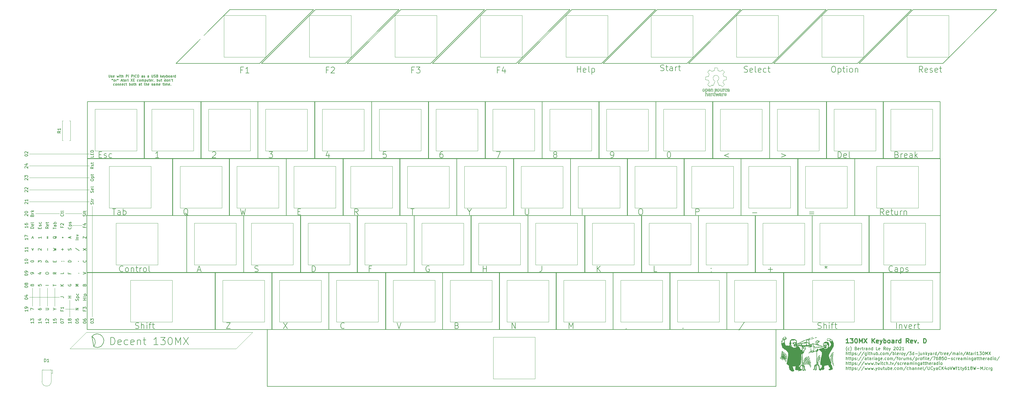
<source format=gto>
G04 #@! TF.GenerationSoftware,KiCad,Pcbnew,(5.1.10)-1*
G04 #@! TF.CreationDate,2021-10-24T19:20:24-07:00*
G04 #@! TF.ProjectId,Atari130MX,41746172-6931-4333-904d-582e6b696361,D*
G04 #@! TF.SameCoordinates,Original*
G04 #@! TF.FileFunction,Legend,Top*
G04 #@! TF.FilePolarity,Positive*
%FSLAX46Y46*%
G04 Gerber Fmt 4.6, Leading zero omitted, Abs format (unit mm)*
G04 Created by KiCad (PCBNEW (5.1.10)-1) date 2021-10-24 19:20:24*
%MOMM*%
%LPD*%
G01*
G04 APERTURE LIST*
%ADD10C,0.300000*%
%ADD11C,0.150000*%
%ADD12C,0.120000*%
%ADD13C,0.090000*%
%ADD14C,0.200000*%
%ADD15C,0.010000*%
%ADD16C,1.700000*%
%ADD17O,1.700000X1.700000*%
%ADD18R,1.700000X1.700000*%
%ADD19C,4.000000*%
%ADD20C,2.200000*%
%ADD21O,1.600000X1.600000*%
%ADD22C,1.600000*%
%ADD23C,1.800000*%
%ADD24R,1.800000X1.800000*%
G04 APERTURE END LIST*
D10*
X298736000Y-135396571D02*
X297878857Y-135396571D01*
X298307428Y-135396571D02*
X298307428Y-133896571D01*
X298164571Y-134110857D01*
X298021714Y-134253714D01*
X297878857Y-134325142D01*
X299236000Y-133896571D02*
X300164571Y-133896571D01*
X299664571Y-134468000D01*
X299878857Y-134468000D01*
X300021714Y-134539428D01*
X300093142Y-134610857D01*
X300164571Y-134753714D01*
X300164571Y-135110857D01*
X300093142Y-135253714D01*
X300021714Y-135325142D01*
X299878857Y-135396571D01*
X299450285Y-135396571D01*
X299307428Y-135325142D01*
X299236000Y-135253714D01*
X301093142Y-133896571D02*
X301236000Y-133896571D01*
X301378857Y-133968000D01*
X301450285Y-134039428D01*
X301521714Y-134182285D01*
X301593142Y-134468000D01*
X301593142Y-134825142D01*
X301521714Y-135110857D01*
X301450285Y-135253714D01*
X301378857Y-135325142D01*
X301236000Y-135396571D01*
X301093142Y-135396571D01*
X300950285Y-135325142D01*
X300878857Y-135253714D01*
X300807428Y-135110857D01*
X300736000Y-134825142D01*
X300736000Y-134468000D01*
X300807428Y-134182285D01*
X300878857Y-134039428D01*
X300950285Y-133968000D01*
X301093142Y-133896571D01*
X302236000Y-135396571D02*
X302236000Y-133896571D01*
X302736000Y-134968000D01*
X303236000Y-133896571D01*
X303236000Y-135396571D01*
X303807428Y-133896571D02*
X304807428Y-135396571D01*
X304807428Y-133896571D02*
X303807428Y-135396571D01*
X306521714Y-135396571D02*
X306521714Y-133896571D01*
X307378857Y-135396571D02*
X306736000Y-134539428D01*
X307378857Y-133896571D02*
X306521714Y-134753714D01*
X308593142Y-135325142D02*
X308450285Y-135396571D01*
X308164571Y-135396571D01*
X308021714Y-135325142D01*
X307950285Y-135182285D01*
X307950285Y-134610857D01*
X308021714Y-134468000D01*
X308164571Y-134396571D01*
X308450285Y-134396571D01*
X308593142Y-134468000D01*
X308664571Y-134610857D01*
X308664571Y-134753714D01*
X307950285Y-134896571D01*
X309164571Y-134396571D02*
X309521714Y-135396571D01*
X309878857Y-134396571D02*
X309521714Y-135396571D01*
X309378857Y-135753714D01*
X309307428Y-135825142D01*
X309164571Y-135896571D01*
X310450285Y-135396571D02*
X310450285Y-133896571D01*
X310450285Y-134468000D02*
X310593142Y-134396571D01*
X310878857Y-134396571D01*
X311021714Y-134468000D01*
X311093142Y-134539428D01*
X311164571Y-134682285D01*
X311164571Y-135110857D01*
X311093142Y-135253714D01*
X311021714Y-135325142D01*
X310878857Y-135396571D01*
X310593142Y-135396571D01*
X310450285Y-135325142D01*
X312021714Y-135396571D02*
X311878857Y-135325142D01*
X311807428Y-135253714D01*
X311736000Y-135110857D01*
X311736000Y-134682285D01*
X311807428Y-134539428D01*
X311878857Y-134468000D01*
X312021714Y-134396571D01*
X312236000Y-134396571D01*
X312378857Y-134468000D01*
X312450285Y-134539428D01*
X312521714Y-134682285D01*
X312521714Y-135110857D01*
X312450285Y-135253714D01*
X312378857Y-135325142D01*
X312236000Y-135396571D01*
X312021714Y-135396571D01*
X313807428Y-135396571D02*
X313807428Y-134610857D01*
X313736000Y-134468000D01*
X313593142Y-134396571D01*
X313307428Y-134396571D01*
X313164571Y-134468000D01*
X313807428Y-135325142D02*
X313664571Y-135396571D01*
X313307428Y-135396571D01*
X313164571Y-135325142D01*
X313093142Y-135182285D01*
X313093142Y-135039428D01*
X313164571Y-134896571D01*
X313307428Y-134825142D01*
X313664571Y-134825142D01*
X313807428Y-134753714D01*
X314521714Y-135396571D02*
X314521714Y-134396571D01*
X314521714Y-134682285D02*
X314593142Y-134539428D01*
X314664571Y-134468000D01*
X314807428Y-134396571D01*
X314950285Y-134396571D01*
X316093142Y-135396571D02*
X316093142Y-133896571D01*
X316093142Y-135325142D02*
X315950285Y-135396571D01*
X315664571Y-135396571D01*
X315521714Y-135325142D01*
X315450285Y-135253714D01*
X315378857Y-135110857D01*
X315378857Y-134682285D01*
X315450285Y-134539428D01*
X315521714Y-134468000D01*
X315664571Y-134396571D01*
X315950285Y-134396571D01*
X316093142Y-134468000D01*
X318807428Y-135396571D02*
X318307428Y-134682285D01*
X317950285Y-135396571D02*
X317950285Y-133896571D01*
X318521714Y-133896571D01*
X318664571Y-133968000D01*
X318736000Y-134039428D01*
X318807428Y-134182285D01*
X318807428Y-134396571D01*
X318736000Y-134539428D01*
X318664571Y-134610857D01*
X318521714Y-134682285D01*
X317950285Y-134682285D01*
X320021714Y-135325142D02*
X319878857Y-135396571D01*
X319593142Y-135396571D01*
X319450285Y-135325142D01*
X319378857Y-135182285D01*
X319378857Y-134610857D01*
X319450285Y-134468000D01*
X319593142Y-134396571D01*
X319878857Y-134396571D01*
X320021714Y-134468000D01*
X320093142Y-134610857D01*
X320093142Y-134753714D01*
X319378857Y-134896571D01*
X320593142Y-134396571D02*
X320950285Y-135396571D01*
X321307428Y-134396571D01*
X321878857Y-135253714D02*
X321950285Y-135325142D01*
X321878857Y-135396571D01*
X321807428Y-135325142D01*
X321878857Y-135253714D01*
X321878857Y-135396571D01*
X323736000Y-135396571D02*
X323736000Y-133896571D01*
X324093142Y-133896571D01*
X324307428Y-133968000D01*
X324450285Y-134110857D01*
X324521714Y-134253714D01*
X324593142Y-134539428D01*
X324593142Y-134753714D01*
X324521714Y-135039428D01*
X324450285Y-135182285D01*
X324307428Y-135325142D01*
X324093142Y-135396571D01*
X323736000Y-135396571D01*
D11*
X96195357Y-43897142D02*
X95528690Y-43897142D01*
X95528690Y-44944761D02*
X95528690Y-42944761D01*
X96481071Y-42944761D01*
X98290595Y-44944761D02*
X97147738Y-44944761D01*
X97719166Y-44944761D02*
X97719166Y-42944761D01*
X97528690Y-43230476D01*
X97338214Y-43420952D01*
X97147738Y-43516190D01*
X124770357Y-43897142D02*
X124103690Y-43897142D01*
X124103690Y-44944761D02*
X124103690Y-42944761D01*
X125056071Y-42944761D01*
X125722738Y-43135238D02*
X125817976Y-43040000D01*
X126008452Y-42944761D01*
X126484642Y-42944761D01*
X126675119Y-43040000D01*
X126770357Y-43135238D01*
X126865595Y-43325714D01*
X126865595Y-43516190D01*
X126770357Y-43801904D01*
X125627500Y-44944761D01*
X126865595Y-44944761D01*
X153345357Y-43897142D02*
X152678690Y-43897142D01*
X152678690Y-44944761D02*
X152678690Y-42944761D01*
X153631071Y-42944761D01*
X154202500Y-42944761D02*
X155440595Y-42944761D01*
X154773928Y-43706666D01*
X155059642Y-43706666D01*
X155250119Y-43801904D01*
X155345357Y-43897142D01*
X155440595Y-44087619D01*
X155440595Y-44563809D01*
X155345357Y-44754285D01*
X155250119Y-44849523D01*
X155059642Y-44944761D01*
X154488214Y-44944761D01*
X154297738Y-44849523D01*
X154202500Y-44754285D01*
X181920357Y-43897142D02*
X181253690Y-43897142D01*
X181253690Y-44944761D02*
X181253690Y-42944761D01*
X182206071Y-42944761D01*
X183825119Y-43611428D02*
X183825119Y-44944761D01*
X183348928Y-42849523D02*
X182872738Y-44278095D01*
X184110833Y-44278095D01*
X51427142Y-45553904D02*
X51427142Y-46201523D01*
X51465238Y-46277714D01*
X51503333Y-46315809D01*
X51579523Y-46353904D01*
X51731904Y-46353904D01*
X51808095Y-46315809D01*
X51846190Y-46277714D01*
X51884285Y-46201523D01*
X51884285Y-45553904D01*
X52227142Y-46315809D02*
X52303333Y-46353904D01*
X52455714Y-46353904D01*
X52531904Y-46315809D01*
X52570000Y-46239619D01*
X52570000Y-46201523D01*
X52531904Y-46125333D01*
X52455714Y-46087238D01*
X52341428Y-46087238D01*
X52265238Y-46049142D01*
X52227142Y-45972952D01*
X52227142Y-45934857D01*
X52265238Y-45858666D01*
X52341428Y-45820571D01*
X52455714Y-45820571D01*
X52531904Y-45858666D01*
X53217619Y-46315809D02*
X53141428Y-46353904D01*
X52989047Y-46353904D01*
X52912857Y-46315809D01*
X52874761Y-46239619D01*
X52874761Y-45934857D01*
X52912857Y-45858666D01*
X52989047Y-45820571D01*
X53141428Y-45820571D01*
X53217619Y-45858666D01*
X53255714Y-45934857D01*
X53255714Y-46011047D01*
X52874761Y-46087238D01*
X54131904Y-45820571D02*
X54284285Y-46353904D01*
X54436666Y-45972952D01*
X54589047Y-46353904D01*
X54741428Y-45820571D01*
X55046190Y-46353904D02*
X55046190Y-45820571D01*
X55046190Y-45553904D02*
X55008095Y-45592000D01*
X55046190Y-45630095D01*
X55084285Y-45592000D01*
X55046190Y-45553904D01*
X55046190Y-45630095D01*
X55312857Y-45820571D02*
X55617619Y-45820571D01*
X55427142Y-45553904D02*
X55427142Y-46239619D01*
X55465238Y-46315809D01*
X55541428Y-46353904D01*
X55617619Y-46353904D01*
X55884285Y-46353904D02*
X55884285Y-45553904D01*
X56227142Y-46353904D02*
X56227142Y-45934857D01*
X56189047Y-45858666D01*
X56112857Y-45820571D01*
X55998571Y-45820571D01*
X55922380Y-45858666D01*
X55884285Y-45896761D01*
X57217619Y-46353904D02*
X57217619Y-45553904D01*
X57522380Y-45553904D01*
X57598571Y-45592000D01*
X57636666Y-45630095D01*
X57674761Y-45706285D01*
X57674761Y-45820571D01*
X57636666Y-45896761D01*
X57598571Y-45934857D01*
X57522380Y-45972952D01*
X57217619Y-45972952D01*
X58017619Y-46353904D02*
X58017619Y-45820571D01*
X58017619Y-45553904D02*
X57979523Y-45592000D01*
X58017619Y-45630095D01*
X58055714Y-45592000D01*
X58017619Y-45553904D01*
X58017619Y-45630095D01*
X59008095Y-46353904D02*
X59008095Y-45553904D01*
X59312857Y-45553904D01*
X59389047Y-45592000D01*
X59427142Y-45630095D01*
X59465238Y-45706285D01*
X59465238Y-45820571D01*
X59427142Y-45896761D01*
X59389047Y-45934857D01*
X59312857Y-45972952D01*
X59008095Y-45972952D01*
X59808095Y-46353904D02*
X59808095Y-45553904D01*
X60646190Y-46277714D02*
X60608095Y-46315809D01*
X60493809Y-46353904D01*
X60417619Y-46353904D01*
X60303333Y-46315809D01*
X60227142Y-46239619D01*
X60189047Y-46163428D01*
X60150952Y-46011047D01*
X60150952Y-45896761D01*
X60189047Y-45744380D01*
X60227142Y-45668190D01*
X60303333Y-45592000D01*
X60417619Y-45553904D01*
X60493809Y-45553904D01*
X60608095Y-45592000D01*
X60646190Y-45630095D01*
X61141428Y-45553904D02*
X61293809Y-45553904D01*
X61370000Y-45592000D01*
X61446190Y-45668190D01*
X61484285Y-45820571D01*
X61484285Y-46087238D01*
X61446190Y-46239619D01*
X61370000Y-46315809D01*
X61293809Y-46353904D01*
X61141428Y-46353904D01*
X61065238Y-46315809D01*
X60989047Y-46239619D01*
X60950952Y-46087238D01*
X60950952Y-45820571D01*
X60989047Y-45668190D01*
X61065238Y-45592000D01*
X61141428Y-45553904D01*
X62779523Y-46353904D02*
X62779523Y-45934857D01*
X62741428Y-45858666D01*
X62665238Y-45820571D01*
X62512857Y-45820571D01*
X62436666Y-45858666D01*
X62779523Y-46315809D02*
X62703333Y-46353904D01*
X62512857Y-46353904D01*
X62436666Y-46315809D01*
X62398571Y-46239619D01*
X62398571Y-46163428D01*
X62436666Y-46087238D01*
X62512857Y-46049142D01*
X62703333Y-46049142D01*
X62779523Y-46011047D01*
X63122380Y-46315809D02*
X63198571Y-46353904D01*
X63350952Y-46353904D01*
X63427142Y-46315809D01*
X63465238Y-46239619D01*
X63465238Y-46201523D01*
X63427142Y-46125333D01*
X63350952Y-46087238D01*
X63236666Y-46087238D01*
X63160476Y-46049142D01*
X63122380Y-45972952D01*
X63122380Y-45934857D01*
X63160476Y-45858666D01*
X63236666Y-45820571D01*
X63350952Y-45820571D01*
X63427142Y-45858666D01*
X64760476Y-46353904D02*
X64760476Y-45934857D01*
X64722380Y-45858666D01*
X64646190Y-45820571D01*
X64493809Y-45820571D01*
X64417619Y-45858666D01*
X64760476Y-46315809D02*
X64684285Y-46353904D01*
X64493809Y-46353904D01*
X64417619Y-46315809D01*
X64379523Y-46239619D01*
X64379523Y-46163428D01*
X64417619Y-46087238D01*
X64493809Y-46049142D01*
X64684285Y-46049142D01*
X64760476Y-46011047D01*
X65750952Y-45553904D02*
X65750952Y-46201523D01*
X65789047Y-46277714D01*
X65827142Y-46315809D01*
X65903333Y-46353904D01*
X66055714Y-46353904D01*
X66131904Y-46315809D01*
X66170000Y-46277714D01*
X66208095Y-46201523D01*
X66208095Y-45553904D01*
X66550952Y-46315809D02*
X66665238Y-46353904D01*
X66855714Y-46353904D01*
X66931904Y-46315809D01*
X66970000Y-46277714D01*
X67008095Y-46201523D01*
X67008095Y-46125333D01*
X66970000Y-46049142D01*
X66931904Y-46011047D01*
X66855714Y-45972952D01*
X66703333Y-45934857D01*
X66627142Y-45896761D01*
X66589047Y-45858666D01*
X66550952Y-45782476D01*
X66550952Y-45706285D01*
X66589047Y-45630095D01*
X66627142Y-45592000D01*
X66703333Y-45553904D01*
X66893809Y-45553904D01*
X67008095Y-45592000D01*
X67617619Y-45934857D02*
X67731904Y-45972952D01*
X67770000Y-46011047D01*
X67808095Y-46087238D01*
X67808095Y-46201523D01*
X67770000Y-46277714D01*
X67731904Y-46315809D01*
X67655714Y-46353904D01*
X67350952Y-46353904D01*
X67350952Y-45553904D01*
X67617619Y-45553904D01*
X67693809Y-45592000D01*
X67731904Y-45630095D01*
X67770000Y-45706285D01*
X67770000Y-45782476D01*
X67731904Y-45858666D01*
X67693809Y-45896761D01*
X67617619Y-45934857D01*
X67350952Y-45934857D01*
X68760476Y-46353904D02*
X68760476Y-45553904D01*
X68836666Y-46049142D02*
X69065238Y-46353904D01*
X69065238Y-45820571D02*
X68760476Y-46125333D01*
X69712857Y-46315809D02*
X69636666Y-46353904D01*
X69484285Y-46353904D01*
X69408095Y-46315809D01*
X69370000Y-46239619D01*
X69370000Y-45934857D01*
X69408095Y-45858666D01*
X69484285Y-45820571D01*
X69636666Y-45820571D01*
X69712857Y-45858666D01*
X69750952Y-45934857D01*
X69750952Y-46011047D01*
X69370000Y-46087238D01*
X70017619Y-45820571D02*
X70208095Y-46353904D01*
X70398571Y-45820571D02*
X70208095Y-46353904D01*
X70131904Y-46544380D01*
X70093809Y-46582476D01*
X70017619Y-46620571D01*
X70703333Y-46353904D02*
X70703333Y-45553904D01*
X70703333Y-45858666D02*
X70779523Y-45820571D01*
X70931904Y-45820571D01*
X71008095Y-45858666D01*
X71046190Y-45896761D01*
X71084285Y-45972952D01*
X71084285Y-46201523D01*
X71046190Y-46277714D01*
X71008095Y-46315809D01*
X70931904Y-46353904D01*
X70779523Y-46353904D01*
X70703333Y-46315809D01*
X71541428Y-46353904D02*
X71465238Y-46315809D01*
X71427142Y-46277714D01*
X71389047Y-46201523D01*
X71389047Y-45972952D01*
X71427142Y-45896761D01*
X71465238Y-45858666D01*
X71541428Y-45820571D01*
X71655714Y-45820571D01*
X71731904Y-45858666D01*
X71770000Y-45896761D01*
X71808095Y-45972952D01*
X71808095Y-46201523D01*
X71770000Y-46277714D01*
X71731904Y-46315809D01*
X71655714Y-46353904D01*
X71541428Y-46353904D01*
X72493809Y-46353904D02*
X72493809Y-45934857D01*
X72455714Y-45858666D01*
X72379523Y-45820571D01*
X72227142Y-45820571D01*
X72150952Y-45858666D01*
X72493809Y-46315809D02*
X72417619Y-46353904D01*
X72227142Y-46353904D01*
X72150952Y-46315809D01*
X72112857Y-46239619D01*
X72112857Y-46163428D01*
X72150952Y-46087238D01*
X72227142Y-46049142D01*
X72417619Y-46049142D01*
X72493809Y-46011047D01*
X72874761Y-46353904D02*
X72874761Y-45820571D01*
X72874761Y-45972952D02*
X72912857Y-45896761D01*
X72950952Y-45858666D01*
X73027142Y-45820571D01*
X73103333Y-45820571D01*
X73712857Y-46353904D02*
X73712857Y-45553904D01*
X73712857Y-46315809D02*
X73636666Y-46353904D01*
X73484285Y-46353904D01*
X73408095Y-46315809D01*
X73370000Y-46277714D01*
X73331904Y-46201523D01*
X73331904Y-45972952D01*
X73370000Y-45896761D01*
X73408095Y-45858666D01*
X73484285Y-45820571D01*
X73636666Y-45820571D01*
X73712857Y-45858666D01*
X52589047Y-46903904D02*
X52589047Y-47094380D01*
X52398571Y-47018190D02*
X52589047Y-47094380D01*
X52779523Y-47018190D01*
X52474761Y-47246761D02*
X52589047Y-47094380D01*
X52703333Y-47246761D01*
X53198571Y-47703904D02*
X53122380Y-47665809D01*
X53084285Y-47627714D01*
X53046190Y-47551523D01*
X53046190Y-47322952D01*
X53084285Y-47246761D01*
X53122380Y-47208666D01*
X53198571Y-47170571D01*
X53312857Y-47170571D01*
X53389047Y-47208666D01*
X53427142Y-47246761D01*
X53465238Y-47322952D01*
X53465238Y-47551523D01*
X53427142Y-47627714D01*
X53389047Y-47665809D01*
X53312857Y-47703904D01*
X53198571Y-47703904D01*
X53808095Y-47703904D02*
X53808095Y-47170571D01*
X53808095Y-47322952D02*
X53846190Y-47246761D01*
X53884285Y-47208666D01*
X53960476Y-47170571D01*
X54036666Y-47170571D01*
X54417619Y-46903904D02*
X54417619Y-47094380D01*
X54227142Y-47018190D02*
X54417619Y-47094380D01*
X54608095Y-47018190D01*
X54303333Y-47246761D02*
X54417619Y-47094380D01*
X54531904Y-47246761D01*
X55484285Y-47475333D02*
X55865238Y-47475333D01*
X55408095Y-47703904D02*
X55674761Y-46903904D01*
X55941428Y-47703904D01*
X56093809Y-47170571D02*
X56398571Y-47170571D01*
X56208095Y-46903904D02*
X56208095Y-47589619D01*
X56246190Y-47665809D01*
X56322380Y-47703904D01*
X56398571Y-47703904D01*
X57008095Y-47703904D02*
X57008095Y-47284857D01*
X56970000Y-47208666D01*
X56893809Y-47170571D01*
X56741428Y-47170571D01*
X56665238Y-47208666D01*
X57008095Y-47665809D02*
X56931904Y-47703904D01*
X56741428Y-47703904D01*
X56665238Y-47665809D01*
X56627142Y-47589619D01*
X56627142Y-47513428D01*
X56665238Y-47437238D01*
X56741428Y-47399142D01*
X56931904Y-47399142D01*
X57008095Y-47361047D01*
X57389047Y-47703904D02*
X57389047Y-47170571D01*
X57389047Y-47322952D02*
X57427142Y-47246761D01*
X57465238Y-47208666D01*
X57541428Y-47170571D01*
X57617619Y-47170571D01*
X57884285Y-47703904D02*
X57884285Y-47170571D01*
X57884285Y-46903904D02*
X57846190Y-46942000D01*
X57884285Y-46980095D01*
X57922380Y-46942000D01*
X57884285Y-46903904D01*
X57884285Y-46980095D01*
X58798571Y-46903904D02*
X59331904Y-47703904D01*
X59331904Y-46903904D02*
X58798571Y-47703904D01*
X59636666Y-47284857D02*
X59903333Y-47284857D01*
X60017619Y-47703904D02*
X59636666Y-47703904D01*
X59636666Y-46903904D01*
X60017619Y-46903904D01*
X61312857Y-47665809D02*
X61236666Y-47703904D01*
X61084285Y-47703904D01*
X61008095Y-47665809D01*
X60970000Y-47627714D01*
X60931904Y-47551523D01*
X60931904Y-47322952D01*
X60970000Y-47246761D01*
X61008095Y-47208666D01*
X61084285Y-47170571D01*
X61236666Y-47170571D01*
X61312857Y-47208666D01*
X61770000Y-47703904D02*
X61693809Y-47665809D01*
X61655714Y-47627714D01*
X61617619Y-47551523D01*
X61617619Y-47322952D01*
X61655714Y-47246761D01*
X61693809Y-47208666D01*
X61770000Y-47170571D01*
X61884285Y-47170571D01*
X61960476Y-47208666D01*
X61998571Y-47246761D01*
X62036666Y-47322952D01*
X62036666Y-47551523D01*
X61998571Y-47627714D01*
X61960476Y-47665809D01*
X61884285Y-47703904D01*
X61770000Y-47703904D01*
X62379523Y-47703904D02*
X62379523Y-47170571D01*
X62379523Y-47246761D02*
X62417619Y-47208666D01*
X62493809Y-47170571D01*
X62608095Y-47170571D01*
X62684285Y-47208666D01*
X62722380Y-47284857D01*
X62722380Y-47703904D01*
X62722380Y-47284857D02*
X62760476Y-47208666D01*
X62836666Y-47170571D01*
X62950952Y-47170571D01*
X63027142Y-47208666D01*
X63065238Y-47284857D01*
X63065238Y-47703904D01*
X63446190Y-47170571D02*
X63446190Y-47970571D01*
X63446190Y-47208666D02*
X63522380Y-47170571D01*
X63674761Y-47170571D01*
X63750952Y-47208666D01*
X63789047Y-47246761D01*
X63827142Y-47322952D01*
X63827142Y-47551523D01*
X63789047Y-47627714D01*
X63750952Y-47665809D01*
X63674761Y-47703904D01*
X63522380Y-47703904D01*
X63446190Y-47665809D01*
X64512857Y-47170571D02*
X64512857Y-47703904D01*
X64170000Y-47170571D02*
X64170000Y-47589619D01*
X64208095Y-47665809D01*
X64284285Y-47703904D01*
X64398571Y-47703904D01*
X64474761Y-47665809D01*
X64512857Y-47627714D01*
X64779523Y-47170571D02*
X65084285Y-47170571D01*
X64893809Y-46903904D02*
X64893809Y-47589619D01*
X64931904Y-47665809D01*
X65008095Y-47703904D01*
X65084285Y-47703904D01*
X65655714Y-47665809D02*
X65579523Y-47703904D01*
X65427142Y-47703904D01*
X65350952Y-47665809D01*
X65312857Y-47589619D01*
X65312857Y-47284857D01*
X65350952Y-47208666D01*
X65427142Y-47170571D01*
X65579523Y-47170571D01*
X65655714Y-47208666D01*
X65693809Y-47284857D01*
X65693809Y-47361047D01*
X65312857Y-47437238D01*
X66036666Y-47703904D02*
X66036666Y-47170571D01*
X66036666Y-47322952D02*
X66074761Y-47246761D01*
X66112857Y-47208666D01*
X66189047Y-47170571D01*
X66265238Y-47170571D01*
X66570000Y-47665809D02*
X66570000Y-47703904D01*
X66531904Y-47780095D01*
X66493809Y-47818190D01*
X67522380Y-47703904D02*
X67522380Y-46903904D01*
X67522380Y-47208666D02*
X67598571Y-47170571D01*
X67750952Y-47170571D01*
X67827142Y-47208666D01*
X67865238Y-47246761D01*
X67903333Y-47322952D01*
X67903333Y-47551523D01*
X67865238Y-47627714D01*
X67827142Y-47665809D01*
X67750952Y-47703904D01*
X67598571Y-47703904D01*
X67522380Y-47665809D01*
X68589047Y-47170571D02*
X68589047Y-47703904D01*
X68246190Y-47170571D02*
X68246190Y-47589619D01*
X68284285Y-47665809D01*
X68360476Y-47703904D01*
X68474761Y-47703904D01*
X68550952Y-47665809D01*
X68589047Y-47627714D01*
X68855714Y-47170571D02*
X69160476Y-47170571D01*
X68970000Y-46903904D02*
X68970000Y-47589619D01*
X69008095Y-47665809D01*
X69084285Y-47703904D01*
X69160476Y-47703904D01*
X70379523Y-47703904D02*
X70379523Y-46903904D01*
X70379523Y-47665809D02*
X70303333Y-47703904D01*
X70150952Y-47703904D01*
X70074761Y-47665809D01*
X70036666Y-47627714D01*
X69998571Y-47551523D01*
X69998571Y-47322952D01*
X70036666Y-47246761D01*
X70074761Y-47208666D01*
X70150952Y-47170571D01*
X70303333Y-47170571D01*
X70379523Y-47208666D01*
X70874761Y-47703904D02*
X70798571Y-47665809D01*
X70760476Y-47627714D01*
X70722380Y-47551523D01*
X70722380Y-47322952D01*
X70760476Y-47246761D01*
X70798571Y-47208666D01*
X70874761Y-47170571D01*
X70989047Y-47170571D01*
X71065238Y-47208666D01*
X71103333Y-47246761D01*
X71141428Y-47322952D01*
X71141428Y-47551523D01*
X71103333Y-47627714D01*
X71065238Y-47665809D01*
X70989047Y-47703904D01*
X70874761Y-47703904D01*
X71484285Y-47170571D02*
X71484285Y-47703904D01*
X71484285Y-47246761D02*
X71522380Y-47208666D01*
X71598571Y-47170571D01*
X71712857Y-47170571D01*
X71789047Y-47208666D01*
X71827142Y-47284857D01*
X71827142Y-47703904D01*
X72246190Y-46903904D02*
X72170000Y-47056285D01*
X72474761Y-47170571D02*
X72779523Y-47170571D01*
X72589047Y-46903904D02*
X72589047Y-47589619D01*
X72627142Y-47665809D01*
X72703333Y-47703904D01*
X72779523Y-47703904D01*
X53350952Y-49015809D02*
X53274761Y-49053904D01*
X53122380Y-49053904D01*
X53046190Y-49015809D01*
X53008095Y-48977714D01*
X52970000Y-48901523D01*
X52970000Y-48672952D01*
X53008095Y-48596761D01*
X53046190Y-48558666D01*
X53122380Y-48520571D01*
X53274761Y-48520571D01*
X53350952Y-48558666D01*
X53808095Y-49053904D02*
X53731904Y-49015809D01*
X53693809Y-48977714D01*
X53655714Y-48901523D01*
X53655714Y-48672952D01*
X53693809Y-48596761D01*
X53731904Y-48558666D01*
X53808095Y-48520571D01*
X53922380Y-48520571D01*
X53998571Y-48558666D01*
X54036666Y-48596761D01*
X54074761Y-48672952D01*
X54074761Y-48901523D01*
X54036666Y-48977714D01*
X53998571Y-49015809D01*
X53922380Y-49053904D01*
X53808095Y-49053904D01*
X54417619Y-48520571D02*
X54417619Y-49053904D01*
X54417619Y-48596761D02*
X54455714Y-48558666D01*
X54531904Y-48520571D01*
X54646190Y-48520571D01*
X54722380Y-48558666D01*
X54760476Y-48634857D01*
X54760476Y-49053904D01*
X55141428Y-48520571D02*
X55141428Y-49053904D01*
X55141428Y-48596761D02*
X55179523Y-48558666D01*
X55255714Y-48520571D01*
X55370000Y-48520571D01*
X55446190Y-48558666D01*
X55484285Y-48634857D01*
X55484285Y-49053904D01*
X56170000Y-49015809D02*
X56093809Y-49053904D01*
X55941428Y-49053904D01*
X55865238Y-49015809D01*
X55827142Y-48939619D01*
X55827142Y-48634857D01*
X55865238Y-48558666D01*
X55941428Y-48520571D01*
X56093809Y-48520571D01*
X56170000Y-48558666D01*
X56208095Y-48634857D01*
X56208095Y-48711047D01*
X55827142Y-48787238D01*
X56893809Y-49015809D02*
X56817619Y-49053904D01*
X56665238Y-49053904D01*
X56589047Y-49015809D01*
X56550952Y-48977714D01*
X56512857Y-48901523D01*
X56512857Y-48672952D01*
X56550952Y-48596761D01*
X56589047Y-48558666D01*
X56665238Y-48520571D01*
X56817619Y-48520571D01*
X56893809Y-48558666D01*
X57122380Y-48520571D02*
X57427142Y-48520571D01*
X57236666Y-48253904D02*
X57236666Y-48939619D01*
X57274761Y-49015809D01*
X57350952Y-49053904D01*
X57427142Y-49053904D01*
X58303333Y-49053904D02*
X58303333Y-48253904D01*
X58303333Y-48558666D02*
X58379523Y-48520571D01*
X58531904Y-48520571D01*
X58608095Y-48558666D01*
X58646190Y-48596761D01*
X58684285Y-48672952D01*
X58684285Y-48901523D01*
X58646190Y-48977714D01*
X58608095Y-49015809D01*
X58531904Y-49053904D01*
X58379523Y-49053904D01*
X58303333Y-49015809D01*
X59141428Y-49053904D02*
X59065238Y-49015809D01*
X59027142Y-48977714D01*
X58989047Y-48901523D01*
X58989047Y-48672952D01*
X59027142Y-48596761D01*
X59065238Y-48558666D01*
X59141428Y-48520571D01*
X59255714Y-48520571D01*
X59331904Y-48558666D01*
X59370000Y-48596761D01*
X59408095Y-48672952D01*
X59408095Y-48901523D01*
X59370000Y-48977714D01*
X59331904Y-49015809D01*
X59255714Y-49053904D01*
X59141428Y-49053904D01*
X59636666Y-48520571D02*
X59941428Y-48520571D01*
X59750952Y-48253904D02*
X59750952Y-48939619D01*
X59789047Y-49015809D01*
X59865238Y-49053904D01*
X59941428Y-49053904D01*
X60208095Y-49053904D02*
X60208095Y-48253904D01*
X60550952Y-49053904D02*
X60550952Y-48634857D01*
X60512857Y-48558666D01*
X60436666Y-48520571D01*
X60322380Y-48520571D01*
X60246190Y-48558666D01*
X60208095Y-48596761D01*
X61884285Y-49053904D02*
X61884285Y-48634857D01*
X61846190Y-48558666D01*
X61770000Y-48520571D01*
X61617619Y-48520571D01*
X61541428Y-48558666D01*
X61884285Y-49015809D02*
X61808095Y-49053904D01*
X61617619Y-49053904D01*
X61541428Y-49015809D01*
X61503333Y-48939619D01*
X61503333Y-48863428D01*
X61541428Y-48787238D01*
X61617619Y-48749142D01*
X61808095Y-48749142D01*
X61884285Y-48711047D01*
X62150952Y-48520571D02*
X62455714Y-48520571D01*
X62265238Y-48253904D02*
X62265238Y-48939619D01*
X62303333Y-49015809D01*
X62379523Y-49053904D01*
X62455714Y-49053904D01*
X63217619Y-48520571D02*
X63522380Y-48520571D01*
X63331904Y-48253904D02*
X63331904Y-48939619D01*
X63370000Y-49015809D01*
X63446190Y-49053904D01*
X63522380Y-49053904D01*
X63789047Y-49053904D02*
X63789047Y-48253904D01*
X64131904Y-49053904D02*
X64131904Y-48634857D01*
X64093809Y-48558666D01*
X64017619Y-48520571D01*
X63903333Y-48520571D01*
X63827142Y-48558666D01*
X63789047Y-48596761D01*
X64817619Y-49015809D02*
X64741428Y-49053904D01*
X64589047Y-49053904D01*
X64512857Y-49015809D01*
X64474761Y-48939619D01*
X64474761Y-48634857D01*
X64512857Y-48558666D01*
X64589047Y-48520571D01*
X64741428Y-48520571D01*
X64817619Y-48558666D01*
X64855714Y-48634857D01*
X64855714Y-48711047D01*
X64474761Y-48787238D01*
X65770000Y-49015809D02*
X65846190Y-49053904D01*
X65998571Y-49053904D01*
X66074761Y-49015809D01*
X66112857Y-48939619D01*
X66112857Y-48901523D01*
X66074761Y-48825333D01*
X65998571Y-48787238D01*
X65884285Y-48787238D01*
X65808095Y-48749142D01*
X65770000Y-48672952D01*
X65770000Y-48634857D01*
X65808095Y-48558666D01*
X65884285Y-48520571D01*
X65998571Y-48520571D01*
X66074761Y-48558666D01*
X66798571Y-49053904D02*
X66798571Y-48634857D01*
X66760476Y-48558666D01*
X66684285Y-48520571D01*
X66531904Y-48520571D01*
X66455714Y-48558666D01*
X66798571Y-49015809D02*
X66722380Y-49053904D01*
X66531904Y-49053904D01*
X66455714Y-49015809D01*
X66417619Y-48939619D01*
X66417619Y-48863428D01*
X66455714Y-48787238D01*
X66531904Y-48749142D01*
X66722380Y-48749142D01*
X66798571Y-48711047D01*
X67179523Y-49053904D02*
X67179523Y-48520571D01*
X67179523Y-48596761D02*
X67217619Y-48558666D01*
X67293809Y-48520571D01*
X67408095Y-48520571D01*
X67484285Y-48558666D01*
X67522380Y-48634857D01*
X67522380Y-49053904D01*
X67522380Y-48634857D02*
X67560476Y-48558666D01*
X67636666Y-48520571D01*
X67750952Y-48520571D01*
X67827142Y-48558666D01*
X67865238Y-48634857D01*
X67865238Y-49053904D01*
X68550952Y-49015809D02*
X68474761Y-49053904D01*
X68322380Y-49053904D01*
X68246190Y-49015809D01*
X68208095Y-48939619D01*
X68208095Y-48634857D01*
X68246190Y-48558666D01*
X68322380Y-48520571D01*
X68474761Y-48520571D01*
X68550952Y-48558666D01*
X68589047Y-48634857D01*
X68589047Y-48711047D01*
X68208095Y-48787238D01*
X69427142Y-48520571D02*
X69731904Y-48520571D01*
X69541428Y-48253904D02*
X69541428Y-48939619D01*
X69579523Y-49015809D01*
X69655714Y-49053904D01*
X69731904Y-49053904D01*
X69998571Y-49053904D02*
X69998571Y-48520571D01*
X69998571Y-48253904D02*
X69960476Y-48292000D01*
X69998571Y-48330095D01*
X70036666Y-48292000D01*
X69998571Y-48253904D01*
X69998571Y-48330095D01*
X70379523Y-49053904D02*
X70379523Y-48520571D01*
X70379523Y-48596761D02*
X70417619Y-48558666D01*
X70493809Y-48520571D01*
X70608095Y-48520571D01*
X70684285Y-48558666D01*
X70722380Y-48634857D01*
X70722380Y-49053904D01*
X70722380Y-48634857D02*
X70760476Y-48558666D01*
X70836666Y-48520571D01*
X70950952Y-48520571D01*
X71027142Y-48558666D01*
X71065238Y-48634857D01*
X71065238Y-49053904D01*
X71750952Y-49015809D02*
X71674761Y-49053904D01*
X71522380Y-49053904D01*
X71446190Y-49015809D01*
X71408095Y-48939619D01*
X71408095Y-48634857D01*
X71446190Y-48558666D01*
X71522380Y-48520571D01*
X71674761Y-48520571D01*
X71750952Y-48558666D01*
X71789047Y-48634857D01*
X71789047Y-48711047D01*
X71408095Y-48787238D01*
X72131904Y-48977714D02*
X72170000Y-49015809D01*
X72131904Y-49053904D01*
X72093809Y-49015809D01*
X72131904Y-48977714D01*
X72131904Y-49053904D01*
X298141309Y-138093333D02*
X298093690Y-138045714D01*
X297998452Y-137902857D01*
X297950833Y-137807619D01*
X297903214Y-137664761D01*
X297855595Y-137426666D01*
X297855595Y-137236190D01*
X297903214Y-136998095D01*
X297950833Y-136855238D01*
X297998452Y-136760000D01*
X298093690Y-136617142D01*
X298141309Y-136569523D01*
X298950833Y-137664761D02*
X298855595Y-137712380D01*
X298665119Y-137712380D01*
X298569880Y-137664761D01*
X298522261Y-137617142D01*
X298474642Y-137521904D01*
X298474642Y-137236190D01*
X298522261Y-137140952D01*
X298569880Y-137093333D01*
X298665119Y-137045714D01*
X298855595Y-137045714D01*
X298950833Y-137093333D01*
X299284166Y-138093333D02*
X299331785Y-138045714D01*
X299427023Y-137902857D01*
X299474642Y-137807619D01*
X299522261Y-137664761D01*
X299569880Y-137426666D01*
X299569880Y-137236190D01*
X299522261Y-136998095D01*
X299474642Y-136855238D01*
X299427023Y-136760000D01*
X299331785Y-136617142D01*
X299284166Y-136569523D01*
X301141309Y-137188571D02*
X301284166Y-137236190D01*
X301331785Y-137283809D01*
X301379404Y-137379047D01*
X301379404Y-137521904D01*
X301331785Y-137617142D01*
X301284166Y-137664761D01*
X301188928Y-137712380D01*
X300807976Y-137712380D01*
X300807976Y-136712380D01*
X301141309Y-136712380D01*
X301236547Y-136760000D01*
X301284166Y-136807619D01*
X301331785Y-136902857D01*
X301331785Y-136998095D01*
X301284166Y-137093333D01*
X301236547Y-137140952D01*
X301141309Y-137188571D01*
X300807976Y-137188571D01*
X302188928Y-137664761D02*
X302093690Y-137712380D01*
X301903214Y-137712380D01*
X301807976Y-137664761D01*
X301760357Y-137569523D01*
X301760357Y-137188571D01*
X301807976Y-137093333D01*
X301903214Y-137045714D01*
X302093690Y-137045714D01*
X302188928Y-137093333D01*
X302236547Y-137188571D01*
X302236547Y-137283809D01*
X301760357Y-137379047D01*
X302665119Y-137712380D02*
X302665119Y-137045714D01*
X302665119Y-137236190D02*
X302712738Y-137140952D01*
X302760357Y-137093333D01*
X302855595Y-137045714D01*
X302950833Y-137045714D01*
X303141309Y-137045714D02*
X303522261Y-137045714D01*
X303284166Y-136712380D02*
X303284166Y-137569523D01*
X303331785Y-137664761D01*
X303427023Y-137712380D01*
X303522261Y-137712380D01*
X303855595Y-137712380D02*
X303855595Y-137045714D01*
X303855595Y-137236190D02*
X303903214Y-137140952D01*
X303950833Y-137093333D01*
X304046071Y-137045714D01*
X304141309Y-137045714D01*
X304903214Y-137712380D02*
X304903214Y-137188571D01*
X304855595Y-137093333D01*
X304760357Y-137045714D01*
X304569880Y-137045714D01*
X304474642Y-137093333D01*
X304903214Y-137664761D02*
X304807976Y-137712380D01*
X304569880Y-137712380D01*
X304474642Y-137664761D01*
X304427023Y-137569523D01*
X304427023Y-137474285D01*
X304474642Y-137379047D01*
X304569880Y-137331428D01*
X304807976Y-137331428D01*
X304903214Y-137283809D01*
X305379404Y-137045714D02*
X305379404Y-137712380D01*
X305379404Y-137140952D02*
X305427023Y-137093333D01*
X305522261Y-137045714D01*
X305665119Y-137045714D01*
X305760357Y-137093333D01*
X305807976Y-137188571D01*
X305807976Y-137712380D01*
X306712738Y-137712380D02*
X306712738Y-136712380D01*
X306712738Y-137664761D02*
X306617500Y-137712380D01*
X306427023Y-137712380D01*
X306331785Y-137664761D01*
X306284166Y-137617142D01*
X306236547Y-137521904D01*
X306236547Y-137236190D01*
X306284166Y-137140952D01*
X306331785Y-137093333D01*
X306427023Y-137045714D01*
X306617500Y-137045714D01*
X306712738Y-137093333D01*
X308427023Y-137712380D02*
X307950833Y-137712380D01*
X307950833Y-136712380D01*
X309141309Y-137664761D02*
X309046071Y-137712380D01*
X308855595Y-137712380D01*
X308760357Y-137664761D01*
X308712738Y-137569523D01*
X308712738Y-137188571D01*
X308760357Y-137093333D01*
X308855595Y-137045714D01*
X309046071Y-137045714D01*
X309141309Y-137093333D01*
X309188928Y-137188571D01*
X309188928Y-137283809D01*
X308712738Y-137379047D01*
X310950833Y-137712380D02*
X310617500Y-137236190D01*
X310379404Y-137712380D02*
X310379404Y-136712380D01*
X310760357Y-136712380D01*
X310855595Y-136760000D01*
X310903214Y-136807619D01*
X310950833Y-136902857D01*
X310950833Y-137045714D01*
X310903214Y-137140952D01*
X310855595Y-137188571D01*
X310760357Y-137236190D01*
X310379404Y-137236190D01*
X311522261Y-137712380D02*
X311427023Y-137664761D01*
X311379404Y-137617142D01*
X311331785Y-137521904D01*
X311331785Y-137236190D01*
X311379404Y-137140952D01*
X311427023Y-137093333D01*
X311522261Y-137045714D01*
X311665119Y-137045714D01*
X311760357Y-137093333D01*
X311807976Y-137140952D01*
X311855595Y-137236190D01*
X311855595Y-137521904D01*
X311807976Y-137617142D01*
X311760357Y-137664761D01*
X311665119Y-137712380D01*
X311522261Y-137712380D01*
X312188928Y-137045714D02*
X312427023Y-137712380D01*
X312665119Y-137045714D02*
X312427023Y-137712380D01*
X312331785Y-137950476D01*
X312284166Y-137998095D01*
X312188928Y-138045714D01*
X313760357Y-136807619D02*
X313807976Y-136760000D01*
X313903214Y-136712380D01*
X314141309Y-136712380D01*
X314236547Y-136760000D01*
X314284166Y-136807619D01*
X314331785Y-136902857D01*
X314331785Y-136998095D01*
X314284166Y-137140952D01*
X313712738Y-137712380D01*
X314331785Y-137712380D01*
X314950833Y-136712380D02*
X315046071Y-136712380D01*
X315141309Y-136760000D01*
X315188928Y-136807619D01*
X315236547Y-136902857D01*
X315284166Y-137093333D01*
X315284166Y-137331428D01*
X315236547Y-137521904D01*
X315188928Y-137617142D01*
X315141309Y-137664761D01*
X315046071Y-137712380D01*
X314950833Y-137712380D01*
X314855595Y-137664761D01*
X314807976Y-137617142D01*
X314760357Y-137521904D01*
X314712738Y-137331428D01*
X314712738Y-137093333D01*
X314760357Y-136902857D01*
X314807976Y-136807619D01*
X314855595Y-136760000D01*
X314950833Y-136712380D01*
X315665119Y-136807619D02*
X315712738Y-136760000D01*
X315807976Y-136712380D01*
X316046071Y-136712380D01*
X316141309Y-136760000D01*
X316188928Y-136807619D01*
X316236547Y-136902857D01*
X316236547Y-136998095D01*
X316188928Y-137140952D01*
X315617500Y-137712380D01*
X316236547Y-137712380D01*
X317188928Y-137712380D02*
X316617500Y-137712380D01*
X316903214Y-137712380D02*
X316903214Y-136712380D01*
X316807976Y-136855238D01*
X316712738Y-136950476D01*
X316617500Y-136998095D01*
X297855595Y-139362380D02*
X297855595Y-138362380D01*
X298284166Y-139362380D02*
X298284166Y-138838571D01*
X298236547Y-138743333D01*
X298141309Y-138695714D01*
X297998452Y-138695714D01*
X297903214Y-138743333D01*
X297855595Y-138790952D01*
X298617500Y-138695714D02*
X298998452Y-138695714D01*
X298760357Y-138362380D02*
X298760357Y-139219523D01*
X298807976Y-139314761D01*
X298903214Y-139362380D01*
X298998452Y-139362380D01*
X299188928Y-138695714D02*
X299569880Y-138695714D01*
X299331785Y-138362380D02*
X299331785Y-139219523D01*
X299379404Y-139314761D01*
X299474642Y-139362380D01*
X299569880Y-139362380D01*
X299903214Y-138695714D02*
X299903214Y-139695714D01*
X299903214Y-138743333D02*
X299998452Y-138695714D01*
X300188928Y-138695714D01*
X300284166Y-138743333D01*
X300331785Y-138790952D01*
X300379404Y-138886190D01*
X300379404Y-139171904D01*
X300331785Y-139267142D01*
X300284166Y-139314761D01*
X300188928Y-139362380D01*
X299998452Y-139362380D01*
X299903214Y-139314761D01*
X300760357Y-139314761D02*
X300855595Y-139362380D01*
X301046071Y-139362380D01*
X301141309Y-139314761D01*
X301188928Y-139219523D01*
X301188928Y-139171904D01*
X301141309Y-139076666D01*
X301046071Y-139029047D01*
X300903214Y-139029047D01*
X300807976Y-138981428D01*
X300760357Y-138886190D01*
X300760357Y-138838571D01*
X300807976Y-138743333D01*
X300903214Y-138695714D01*
X301046071Y-138695714D01*
X301141309Y-138743333D01*
X301617500Y-139267142D02*
X301665119Y-139314761D01*
X301617500Y-139362380D01*
X301569880Y-139314761D01*
X301617500Y-139267142D01*
X301617500Y-139362380D01*
X301617500Y-138743333D02*
X301665119Y-138790952D01*
X301617500Y-138838571D01*
X301569880Y-138790952D01*
X301617500Y-138743333D01*
X301617500Y-138838571D01*
X302807976Y-138314761D02*
X301950833Y-139600476D01*
X303855595Y-138314761D02*
X302998452Y-139600476D01*
X304617500Y-138695714D02*
X304617500Y-139505238D01*
X304569880Y-139600476D01*
X304522261Y-139648095D01*
X304427023Y-139695714D01*
X304284166Y-139695714D01*
X304188928Y-139648095D01*
X304617500Y-139314761D02*
X304522261Y-139362380D01*
X304331785Y-139362380D01*
X304236547Y-139314761D01*
X304188928Y-139267142D01*
X304141309Y-139171904D01*
X304141309Y-138886190D01*
X304188928Y-138790952D01*
X304236547Y-138743333D01*
X304331785Y-138695714D01*
X304522261Y-138695714D01*
X304617500Y-138743333D01*
X305093690Y-139362380D02*
X305093690Y-138695714D01*
X305093690Y-138362380D02*
X305046071Y-138410000D01*
X305093690Y-138457619D01*
X305141309Y-138410000D01*
X305093690Y-138362380D01*
X305093690Y-138457619D01*
X305427023Y-138695714D02*
X305807976Y-138695714D01*
X305569880Y-138362380D02*
X305569880Y-139219523D01*
X305617500Y-139314761D01*
X305712738Y-139362380D01*
X305807976Y-139362380D01*
X306141309Y-139362380D02*
X306141309Y-138362380D01*
X306569880Y-139362380D02*
X306569880Y-138838571D01*
X306522261Y-138743333D01*
X306427023Y-138695714D01*
X306284166Y-138695714D01*
X306188928Y-138743333D01*
X306141309Y-138790952D01*
X307474642Y-138695714D02*
X307474642Y-139362380D01*
X307046071Y-138695714D02*
X307046071Y-139219523D01*
X307093690Y-139314761D01*
X307188928Y-139362380D01*
X307331785Y-139362380D01*
X307427023Y-139314761D01*
X307474642Y-139267142D01*
X307950833Y-139362380D02*
X307950833Y-138362380D01*
X307950833Y-138743333D02*
X308046071Y-138695714D01*
X308236547Y-138695714D01*
X308331785Y-138743333D01*
X308379404Y-138790952D01*
X308427023Y-138886190D01*
X308427023Y-139171904D01*
X308379404Y-139267142D01*
X308331785Y-139314761D01*
X308236547Y-139362380D01*
X308046071Y-139362380D01*
X307950833Y-139314761D01*
X308855595Y-139267142D02*
X308903214Y-139314761D01*
X308855595Y-139362380D01*
X308807976Y-139314761D01*
X308855595Y-139267142D01*
X308855595Y-139362380D01*
X309760357Y-139314761D02*
X309665119Y-139362380D01*
X309474642Y-139362380D01*
X309379404Y-139314761D01*
X309331785Y-139267142D01*
X309284166Y-139171904D01*
X309284166Y-138886190D01*
X309331785Y-138790952D01*
X309379404Y-138743333D01*
X309474642Y-138695714D01*
X309665119Y-138695714D01*
X309760357Y-138743333D01*
X310331785Y-139362380D02*
X310236547Y-139314761D01*
X310188928Y-139267142D01*
X310141309Y-139171904D01*
X310141309Y-138886190D01*
X310188928Y-138790952D01*
X310236547Y-138743333D01*
X310331785Y-138695714D01*
X310474642Y-138695714D01*
X310569880Y-138743333D01*
X310617500Y-138790952D01*
X310665119Y-138886190D01*
X310665119Y-139171904D01*
X310617500Y-139267142D01*
X310569880Y-139314761D01*
X310474642Y-139362380D01*
X310331785Y-139362380D01*
X311093690Y-139362380D02*
X311093690Y-138695714D01*
X311093690Y-138790952D02*
X311141309Y-138743333D01*
X311236547Y-138695714D01*
X311379404Y-138695714D01*
X311474642Y-138743333D01*
X311522261Y-138838571D01*
X311522261Y-139362380D01*
X311522261Y-138838571D02*
X311569880Y-138743333D01*
X311665119Y-138695714D01*
X311807976Y-138695714D01*
X311903214Y-138743333D01*
X311950833Y-138838571D01*
X311950833Y-139362380D01*
X313141309Y-138314761D02*
X312284166Y-139600476D01*
X313474642Y-139362380D02*
X313474642Y-138362380D01*
X313474642Y-138743333D02*
X313569880Y-138695714D01*
X313760357Y-138695714D01*
X313855595Y-138743333D01*
X313903214Y-138790952D01*
X313950833Y-138886190D01*
X313950833Y-139171904D01*
X313903214Y-139267142D01*
X313855595Y-139314761D01*
X313760357Y-139362380D01*
X313569880Y-139362380D01*
X313474642Y-139314761D01*
X314522261Y-139362380D02*
X314427023Y-139314761D01*
X314379404Y-139219523D01*
X314379404Y-138362380D01*
X315284166Y-139314761D02*
X315188928Y-139362380D01*
X314998452Y-139362380D01*
X314903214Y-139314761D01*
X314855595Y-139219523D01*
X314855595Y-138838571D01*
X314903214Y-138743333D01*
X314998452Y-138695714D01*
X315188928Y-138695714D01*
X315284166Y-138743333D01*
X315331785Y-138838571D01*
X315331785Y-138933809D01*
X314855595Y-139029047D01*
X315760357Y-139362380D02*
X315760357Y-138695714D01*
X315760357Y-138886190D02*
X315807976Y-138790952D01*
X315855595Y-138743333D01*
X315950833Y-138695714D01*
X316046071Y-138695714D01*
X316522261Y-139362380D02*
X316427023Y-139314761D01*
X316379404Y-139267142D01*
X316331785Y-139171904D01*
X316331785Y-138886190D01*
X316379404Y-138790952D01*
X316427023Y-138743333D01*
X316522261Y-138695714D01*
X316665119Y-138695714D01*
X316760357Y-138743333D01*
X316807976Y-138790952D01*
X316855595Y-138886190D01*
X316855595Y-139171904D01*
X316807976Y-139267142D01*
X316760357Y-139314761D01*
X316665119Y-139362380D01*
X316522261Y-139362380D01*
X317188928Y-138695714D02*
X317427023Y-139362380D01*
X317665119Y-138695714D02*
X317427023Y-139362380D01*
X317331785Y-139600476D01*
X317284166Y-139648095D01*
X317188928Y-139695714D01*
X318760357Y-138314761D02*
X317903214Y-139600476D01*
X318998452Y-138362380D02*
X319617500Y-138362380D01*
X319284166Y-138743333D01*
X319427023Y-138743333D01*
X319522261Y-138790952D01*
X319569880Y-138838571D01*
X319617500Y-138933809D01*
X319617500Y-139171904D01*
X319569880Y-139267142D01*
X319522261Y-139314761D01*
X319427023Y-139362380D01*
X319141309Y-139362380D01*
X319046071Y-139314761D01*
X318998452Y-139267142D01*
X320474642Y-139362380D02*
X320474642Y-138362380D01*
X320474642Y-139314761D02*
X320379404Y-139362380D01*
X320188928Y-139362380D01*
X320093690Y-139314761D01*
X320046071Y-139267142D01*
X319998452Y-139171904D01*
X319998452Y-138886190D01*
X320046071Y-138790952D01*
X320093690Y-138743333D01*
X320188928Y-138695714D01*
X320379404Y-138695714D01*
X320474642Y-138743333D01*
X320950833Y-138981428D02*
X321712738Y-138981428D01*
X322188928Y-138695714D02*
X322188928Y-139552857D01*
X322141309Y-139648095D01*
X322046071Y-139695714D01*
X321998452Y-139695714D01*
X322188928Y-138362380D02*
X322141309Y-138410000D01*
X322188928Y-138457619D01*
X322236547Y-138410000D01*
X322188928Y-138362380D01*
X322188928Y-138457619D01*
X323093690Y-138695714D02*
X323093690Y-139362380D01*
X322665119Y-138695714D02*
X322665119Y-139219523D01*
X322712738Y-139314761D01*
X322807976Y-139362380D01*
X322950833Y-139362380D01*
X323046071Y-139314761D01*
X323093690Y-139267142D01*
X323569880Y-138695714D02*
X323569880Y-139362380D01*
X323569880Y-138790952D02*
X323617500Y-138743333D01*
X323712738Y-138695714D01*
X323855595Y-138695714D01*
X323950833Y-138743333D01*
X323998452Y-138838571D01*
X323998452Y-139362380D01*
X324474642Y-139362380D02*
X324474642Y-138362380D01*
X324569880Y-138981428D02*
X324855595Y-139362380D01*
X324855595Y-138695714D02*
X324474642Y-139076666D01*
X325188928Y-138695714D02*
X325427023Y-139362380D01*
X325665119Y-138695714D02*
X325427023Y-139362380D01*
X325331785Y-139600476D01*
X325284166Y-139648095D01*
X325188928Y-139695714D01*
X326474642Y-139362380D02*
X326474642Y-138838571D01*
X326427023Y-138743333D01*
X326331785Y-138695714D01*
X326141309Y-138695714D01*
X326046071Y-138743333D01*
X326474642Y-139314761D02*
X326379404Y-139362380D01*
X326141309Y-139362380D01*
X326046071Y-139314761D01*
X325998452Y-139219523D01*
X325998452Y-139124285D01*
X326046071Y-139029047D01*
X326141309Y-138981428D01*
X326379404Y-138981428D01*
X326474642Y-138933809D01*
X326950833Y-139362380D02*
X326950833Y-138695714D01*
X326950833Y-138886190D02*
X326998452Y-138790952D01*
X327046071Y-138743333D01*
X327141309Y-138695714D01*
X327236547Y-138695714D01*
X327998452Y-139362380D02*
X327998452Y-138362380D01*
X327998452Y-139314761D02*
X327903214Y-139362380D01*
X327712738Y-139362380D01*
X327617500Y-139314761D01*
X327569880Y-139267142D01*
X327522261Y-139171904D01*
X327522261Y-138886190D01*
X327569880Y-138790952D01*
X327617500Y-138743333D01*
X327712738Y-138695714D01*
X327903214Y-138695714D01*
X327998452Y-138743333D01*
X329188928Y-138314761D02*
X328331785Y-139600476D01*
X329379404Y-138695714D02*
X329760357Y-138695714D01*
X329522261Y-138362380D02*
X329522261Y-139219523D01*
X329569880Y-139314761D01*
X329665119Y-139362380D01*
X329760357Y-139362380D01*
X330093690Y-139362380D02*
X330093690Y-138695714D01*
X330093690Y-138886190D02*
X330141309Y-138790952D01*
X330188928Y-138743333D01*
X330284166Y-138695714D01*
X330379404Y-138695714D01*
X331093690Y-139314761D02*
X330998452Y-139362380D01*
X330807976Y-139362380D01*
X330712738Y-139314761D01*
X330665119Y-139219523D01*
X330665119Y-138838571D01*
X330712738Y-138743333D01*
X330807976Y-138695714D01*
X330998452Y-138695714D01*
X331093690Y-138743333D01*
X331141309Y-138838571D01*
X331141309Y-138933809D01*
X330665119Y-139029047D01*
X331950833Y-139314761D02*
X331855595Y-139362380D01*
X331665119Y-139362380D01*
X331569880Y-139314761D01*
X331522261Y-139219523D01*
X331522261Y-138838571D01*
X331569880Y-138743333D01*
X331665119Y-138695714D01*
X331855595Y-138695714D01*
X331950833Y-138743333D01*
X331998452Y-138838571D01*
X331998452Y-138933809D01*
X331522261Y-139029047D01*
X333141309Y-138314761D02*
X332284166Y-139600476D01*
X333474642Y-139362380D02*
X333474642Y-138695714D01*
X333474642Y-138790952D02*
X333522261Y-138743333D01*
X333617500Y-138695714D01*
X333760357Y-138695714D01*
X333855595Y-138743333D01*
X333903214Y-138838571D01*
X333903214Y-139362380D01*
X333903214Y-138838571D02*
X333950833Y-138743333D01*
X334046071Y-138695714D01*
X334188928Y-138695714D01*
X334284166Y-138743333D01*
X334331785Y-138838571D01*
X334331785Y-139362380D01*
X335236547Y-139362380D02*
X335236547Y-138838571D01*
X335188928Y-138743333D01*
X335093690Y-138695714D01*
X334903214Y-138695714D01*
X334807976Y-138743333D01*
X335236547Y-139314761D02*
X335141309Y-139362380D01*
X334903214Y-139362380D01*
X334807976Y-139314761D01*
X334760357Y-139219523D01*
X334760357Y-139124285D01*
X334807976Y-139029047D01*
X334903214Y-138981428D01*
X335141309Y-138981428D01*
X335236547Y-138933809D01*
X335712738Y-139362380D02*
X335712738Y-138695714D01*
X335712738Y-138362380D02*
X335665119Y-138410000D01*
X335712738Y-138457619D01*
X335760357Y-138410000D01*
X335712738Y-138362380D01*
X335712738Y-138457619D01*
X336188928Y-138695714D02*
X336188928Y-139362380D01*
X336188928Y-138790952D02*
X336236547Y-138743333D01*
X336331785Y-138695714D01*
X336474642Y-138695714D01*
X336569880Y-138743333D01*
X336617500Y-138838571D01*
X336617500Y-139362380D01*
X337807976Y-138314761D02*
X336950833Y-139600476D01*
X338093690Y-139076666D02*
X338569880Y-139076666D01*
X337998452Y-139362380D02*
X338331785Y-138362380D01*
X338665119Y-139362380D01*
X338855595Y-138695714D02*
X339236547Y-138695714D01*
X338998452Y-138362380D02*
X338998452Y-139219523D01*
X339046071Y-139314761D01*
X339141309Y-139362380D01*
X339236547Y-139362380D01*
X339998452Y-139362380D02*
X339998452Y-138838571D01*
X339950833Y-138743333D01*
X339855595Y-138695714D01*
X339665119Y-138695714D01*
X339569880Y-138743333D01*
X339998452Y-139314761D02*
X339903214Y-139362380D01*
X339665119Y-139362380D01*
X339569880Y-139314761D01*
X339522261Y-139219523D01*
X339522261Y-139124285D01*
X339569880Y-139029047D01*
X339665119Y-138981428D01*
X339903214Y-138981428D01*
X339998452Y-138933809D01*
X340474642Y-139362380D02*
X340474642Y-138695714D01*
X340474642Y-138886190D02*
X340522261Y-138790952D01*
X340569880Y-138743333D01*
X340665119Y-138695714D01*
X340760357Y-138695714D01*
X341093690Y-139362380D02*
X341093690Y-138695714D01*
X341093690Y-138362380D02*
X341046071Y-138410000D01*
X341093690Y-138457619D01*
X341141309Y-138410000D01*
X341093690Y-138362380D01*
X341093690Y-138457619D01*
X342093690Y-139362380D02*
X341522261Y-139362380D01*
X341807976Y-139362380D02*
X341807976Y-138362380D01*
X341712738Y-138505238D01*
X341617500Y-138600476D01*
X341522261Y-138648095D01*
X342427023Y-138362380D02*
X343046071Y-138362380D01*
X342712738Y-138743333D01*
X342855595Y-138743333D01*
X342950833Y-138790952D01*
X342998452Y-138838571D01*
X343046071Y-138933809D01*
X343046071Y-139171904D01*
X342998452Y-139267142D01*
X342950833Y-139314761D01*
X342855595Y-139362380D01*
X342569880Y-139362380D01*
X342474642Y-139314761D01*
X342427023Y-139267142D01*
X343665119Y-138362380D02*
X343760357Y-138362380D01*
X343855595Y-138410000D01*
X343903214Y-138457619D01*
X343950833Y-138552857D01*
X343998452Y-138743333D01*
X343998452Y-138981428D01*
X343950833Y-139171904D01*
X343903214Y-139267142D01*
X343855595Y-139314761D01*
X343760357Y-139362380D01*
X343665119Y-139362380D01*
X343569880Y-139314761D01*
X343522261Y-139267142D01*
X343474642Y-139171904D01*
X343427023Y-138981428D01*
X343427023Y-138743333D01*
X343474642Y-138552857D01*
X343522261Y-138457619D01*
X343569880Y-138410000D01*
X343665119Y-138362380D01*
X344427023Y-139362380D02*
X344427023Y-138362380D01*
X344760357Y-139076666D01*
X345093690Y-138362380D01*
X345093690Y-139362380D01*
X345474642Y-138362380D02*
X346141309Y-139362380D01*
X346141309Y-138362380D02*
X345474642Y-139362380D01*
X297855595Y-141012380D02*
X297855595Y-140012380D01*
X298284166Y-141012380D02*
X298284166Y-140488571D01*
X298236547Y-140393333D01*
X298141309Y-140345714D01*
X297998452Y-140345714D01*
X297903214Y-140393333D01*
X297855595Y-140440952D01*
X298617500Y-140345714D02*
X298998452Y-140345714D01*
X298760357Y-140012380D02*
X298760357Y-140869523D01*
X298807976Y-140964761D01*
X298903214Y-141012380D01*
X298998452Y-141012380D01*
X299188928Y-140345714D02*
X299569880Y-140345714D01*
X299331785Y-140012380D02*
X299331785Y-140869523D01*
X299379404Y-140964761D01*
X299474642Y-141012380D01*
X299569880Y-141012380D01*
X299903214Y-140345714D02*
X299903214Y-141345714D01*
X299903214Y-140393333D02*
X299998452Y-140345714D01*
X300188928Y-140345714D01*
X300284166Y-140393333D01*
X300331785Y-140440952D01*
X300379404Y-140536190D01*
X300379404Y-140821904D01*
X300331785Y-140917142D01*
X300284166Y-140964761D01*
X300188928Y-141012380D01*
X299998452Y-141012380D01*
X299903214Y-140964761D01*
X300760357Y-140964761D02*
X300855595Y-141012380D01*
X301046071Y-141012380D01*
X301141309Y-140964761D01*
X301188928Y-140869523D01*
X301188928Y-140821904D01*
X301141309Y-140726666D01*
X301046071Y-140679047D01*
X300903214Y-140679047D01*
X300807976Y-140631428D01*
X300760357Y-140536190D01*
X300760357Y-140488571D01*
X300807976Y-140393333D01*
X300903214Y-140345714D01*
X301046071Y-140345714D01*
X301141309Y-140393333D01*
X301617500Y-140917142D02*
X301665119Y-140964761D01*
X301617500Y-141012380D01*
X301569880Y-140964761D01*
X301617500Y-140917142D01*
X301617500Y-141012380D01*
X301617500Y-140393333D02*
X301665119Y-140440952D01*
X301617500Y-140488571D01*
X301569880Y-140440952D01*
X301617500Y-140393333D01*
X301617500Y-140488571D01*
X302807976Y-139964761D02*
X301950833Y-141250476D01*
X303855595Y-139964761D02*
X302998452Y-141250476D01*
X304617500Y-141012380D02*
X304617500Y-140488571D01*
X304569880Y-140393333D01*
X304474642Y-140345714D01*
X304284166Y-140345714D01*
X304188928Y-140393333D01*
X304617500Y-140964761D02*
X304522261Y-141012380D01*
X304284166Y-141012380D01*
X304188928Y-140964761D01*
X304141309Y-140869523D01*
X304141309Y-140774285D01*
X304188928Y-140679047D01*
X304284166Y-140631428D01*
X304522261Y-140631428D01*
X304617500Y-140583809D01*
X304950833Y-140345714D02*
X305331785Y-140345714D01*
X305093690Y-140012380D02*
X305093690Y-140869523D01*
X305141309Y-140964761D01*
X305236547Y-141012380D01*
X305331785Y-141012380D01*
X306093690Y-141012380D02*
X306093690Y-140488571D01*
X306046071Y-140393333D01*
X305950833Y-140345714D01*
X305760357Y-140345714D01*
X305665119Y-140393333D01*
X306093690Y-140964761D02*
X305998452Y-141012380D01*
X305760357Y-141012380D01*
X305665119Y-140964761D01*
X305617500Y-140869523D01*
X305617500Y-140774285D01*
X305665119Y-140679047D01*
X305760357Y-140631428D01*
X305998452Y-140631428D01*
X306093690Y-140583809D01*
X306569880Y-141012380D02*
X306569880Y-140345714D01*
X306569880Y-140536190D02*
X306617500Y-140440952D01*
X306665119Y-140393333D01*
X306760357Y-140345714D01*
X306855595Y-140345714D01*
X307188928Y-141012380D02*
X307188928Y-140345714D01*
X307188928Y-140012380D02*
X307141309Y-140060000D01*
X307188928Y-140107619D01*
X307236547Y-140060000D01*
X307188928Y-140012380D01*
X307188928Y-140107619D01*
X308093690Y-141012380D02*
X308093690Y-140488571D01*
X308046071Y-140393333D01*
X307950833Y-140345714D01*
X307760357Y-140345714D01*
X307665119Y-140393333D01*
X308093690Y-140964761D02*
X307998452Y-141012380D01*
X307760357Y-141012380D01*
X307665119Y-140964761D01*
X307617500Y-140869523D01*
X307617500Y-140774285D01*
X307665119Y-140679047D01*
X307760357Y-140631428D01*
X307998452Y-140631428D01*
X308093690Y-140583809D01*
X308998452Y-140345714D02*
X308998452Y-141155238D01*
X308950833Y-141250476D01*
X308903214Y-141298095D01*
X308807976Y-141345714D01*
X308665119Y-141345714D01*
X308569880Y-141298095D01*
X308998452Y-140964761D02*
X308903214Y-141012380D01*
X308712738Y-141012380D01*
X308617500Y-140964761D01*
X308569880Y-140917142D01*
X308522261Y-140821904D01*
X308522261Y-140536190D01*
X308569880Y-140440952D01*
X308617500Y-140393333D01*
X308712738Y-140345714D01*
X308903214Y-140345714D01*
X308998452Y-140393333D01*
X309855595Y-140964761D02*
X309760357Y-141012380D01*
X309569880Y-141012380D01*
X309474642Y-140964761D01*
X309427023Y-140869523D01*
X309427023Y-140488571D01*
X309474642Y-140393333D01*
X309569880Y-140345714D01*
X309760357Y-140345714D01*
X309855595Y-140393333D01*
X309903214Y-140488571D01*
X309903214Y-140583809D01*
X309427023Y-140679047D01*
X310331785Y-140917142D02*
X310379404Y-140964761D01*
X310331785Y-141012380D01*
X310284166Y-140964761D01*
X310331785Y-140917142D01*
X310331785Y-141012380D01*
X311236547Y-140964761D02*
X311141309Y-141012380D01*
X310950833Y-141012380D01*
X310855595Y-140964761D01*
X310807976Y-140917142D01*
X310760357Y-140821904D01*
X310760357Y-140536190D01*
X310807976Y-140440952D01*
X310855595Y-140393333D01*
X310950833Y-140345714D01*
X311141309Y-140345714D01*
X311236547Y-140393333D01*
X311807976Y-141012380D02*
X311712738Y-140964761D01*
X311665119Y-140917142D01*
X311617500Y-140821904D01*
X311617500Y-140536190D01*
X311665119Y-140440952D01*
X311712738Y-140393333D01*
X311807976Y-140345714D01*
X311950833Y-140345714D01*
X312046071Y-140393333D01*
X312093690Y-140440952D01*
X312141309Y-140536190D01*
X312141309Y-140821904D01*
X312093690Y-140917142D01*
X312046071Y-140964761D01*
X311950833Y-141012380D01*
X311807976Y-141012380D01*
X312569880Y-141012380D02*
X312569880Y-140345714D01*
X312569880Y-140440952D02*
X312617500Y-140393333D01*
X312712738Y-140345714D01*
X312855595Y-140345714D01*
X312950833Y-140393333D01*
X312998452Y-140488571D01*
X312998452Y-141012380D01*
X312998452Y-140488571D02*
X313046071Y-140393333D01*
X313141309Y-140345714D01*
X313284166Y-140345714D01*
X313379404Y-140393333D01*
X313427023Y-140488571D01*
X313427023Y-141012380D01*
X314617500Y-139964761D02*
X313760357Y-141250476D01*
X314807976Y-140345714D02*
X315188928Y-140345714D01*
X314950833Y-141012380D02*
X314950833Y-140155238D01*
X314998452Y-140060000D01*
X315093690Y-140012380D01*
X315188928Y-140012380D01*
X315665119Y-141012380D02*
X315569880Y-140964761D01*
X315522261Y-140917142D01*
X315474642Y-140821904D01*
X315474642Y-140536190D01*
X315522261Y-140440952D01*
X315569880Y-140393333D01*
X315665119Y-140345714D01*
X315807976Y-140345714D01*
X315903214Y-140393333D01*
X315950833Y-140440952D01*
X315998452Y-140536190D01*
X315998452Y-140821904D01*
X315950833Y-140917142D01*
X315903214Y-140964761D01*
X315807976Y-141012380D01*
X315665119Y-141012380D01*
X316427023Y-141012380D02*
X316427023Y-140345714D01*
X316427023Y-140536190D02*
X316474642Y-140440952D01*
X316522261Y-140393333D01*
X316617500Y-140345714D01*
X316712738Y-140345714D01*
X317474642Y-140345714D02*
X317474642Y-141012380D01*
X317046071Y-140345714D02*
X317046071Y-140869523D01*
X317093690Y-140964761D01*
X317188928Y-141012380D01*
X317331785Y-141012380D01*
X317427023Y-140964761D01*
X317474642Y-140917142D01*
X317950833Y-141012380D02*
X317950833Y-140345714D01*
X317950833Y-140440952D02*
X317998452Y-140393333D01*
X318093690Y-140345714D01*
X318236547Y-140345714D01*
X318331785Y-140393333D01*
X318379404Y-140488571D01*
X318379404Y-141012380D01*
X318379404Y-140488571D02*
X318427023Y-140393333D01*
X318522261Y-140345714D01*
X318665119Y-140345714D01*
X318760357Y-140393333D01*
X318807976Y-140488571D01*
X318807976Y-141012380D01*
X319236547Y-140964761D02*
X319331785Y-141012380D01*
X319522261Y-141012380D01*
X319617500Y-140964761D01*
X319665119Y-140869523D01*
X319665119Y-140821904D01*
X319617500Y-140726666D01*
X319522261Y-140679047D01*
X319379404Y-140679047D01*
X319284166Y-140631428D01*
X319236547Y-140536190D01*
X319236547Y-140488571D01*
X319284166Y-140393333D01*
X319379404Y-140345714D01*
X319522261Y-140345714D01*
X319617500Y-140393333D01*
X320807976Y-139964761D02*
X319950833Y-141250476D01*
X321141309Y-140345714D02*
X321141309Y-141345714D01*
X321141309Y-140393333D02*
X321236547Y-140345714D01*
X321427023Y-140345714D01*
X321522261Y-140393333D01*
X321569880Y-140440952D01*
X321617500Y-140536190D01*
X321617500Y-140821904D01*
X321569880Y-140917142D01*
X321522261Y-140964761D01*
X321427023Y-141012380D01*
X321236547Y-141012380D01*
X321141309Y-140964761D01*
X322046071Y-141012380D02*
X322046071Y-140345714D01*
X322046071Y-140536190D02*
X322093690Y-140440952D01*
X322141309Y-140393333D01*
X322236547Y-140345714D01*
X322331785Y-140345714D01*
X322807976Y-141012380D02*
X322712738Y-140964761D01*
X322665119Y-140917142D01*
X322617500Y-140821904D01*
X322617500Y-140536190D01*
X322665119Y-140440952D01*
X322712738Y-140393333D01*
X322807976Y-140345714D01*
X322950833Y-140345714D01*
X323046071Y-140393333D01*
X323093690Y-140440952D01*
X323141309Y-140536190D01*
X323141309Y-140821904D01*
X323093690Y-140917142D01*
X323046071Y-140964761D01*
X322950833Y-141012380D01*
X322807976Y-141012380D01*
X323427023Y-140345714D02*
X323807976Y-140345714D01*
X323569880Y-141012380D02*
X323569880Y-140155238D01*
X323617500Y-140060000D01*
X323712738Y-140012380D01*
X323807976Y-140012380D01*
X324141309Y-141012380D02*
X324141309Y-140345714D01*
X324141309Y-140012380D02*
X324093690Y-140060000D01*
X324141309Y-140107619D01*
X324188928Y-140060000D01*
X324141309Y-140012380D01*
X324141309Y-140107619D01*
X324760357Y-141012380D02*
X324665119Y-140964761D01*
X324617500Y-140869523D01*
X324617500Y-140012380D01*
X325522261Y-140964761D02*
X325427023Y-141012380D01*
X325236547Y-141012380D01*
X325141309Y-140964761D01*
X325093690Y-140869523D01*
X325093690Y-140488571D01*
X325141309Y-140393333D01*
X325236547Y-140345714D01*
X325427023Y-140345714D01*
X325522261Y-140393333D01*
X325569880Y-140488571D01*
X325569880Y-140583809D01*
X325093690Y-140679047D01*
X326712738Y-139964761D02*
X325855595Y-141250476D01*
X326950833Y-140012380D02*
X327617500Y-140012380D01*
X327188928Y-141012380D01*
X328427023Y-140012380D02*
X328236547Y-140012380D01*
X328141309Y-140060000D01*
X328093690Y-140107619D01*
X327998452Y-140250476D01*
X327950833Y-140440952D01*
X327950833Y-140821904D01*
X327998452Y-140917142D01*
X328046071Y-140964761D01*
X328141309Y-141012380D01*
X328331785Y-141012380D01*
X328427023Y-140964761D01*
X328474642Y-140917142D01*
X328522261Y-140821904D01*
X328522261Y-140583809D01*
X328474642Y-140488571D01*
X328427023Y-140440952D01*
X328331785Y-140393333D01*
X328141309Y-140393333D01*
X328046071Y-140440952D01*
X327998452Y-140488571D01*
X327950833Y-140583809D01*
X329093690Y-140440952D02*
X328998452Y-140393333D01*
X328950833Y-140345714D01*
X328903214Y-140250476D01*
X328903214Y-140202857D01*
X328950833Y-140107619D01*
X328998452Y-140060000D01*
X329093690Y-140012380D01*
X329284166Y-140012380D01*
X329379404Y-140060000D01*
X329427023Y-140107619D01*
X329474642Y-140202857D01*
X329474642Y-140250476D01*
X329427023Y-140345714D01*
X329379404Y-140393333D01*
X329284166Y-140440952D01*
X329093690Y-140440952D01*
X328998452Y-140488571D01*
X328950833Y-140536190D01*
X328903214Y-140631428D01*
X328903214Y-140821904D01*
X328950833Y-140917142D01*
X328998452Y-140964761D01*
X329093690Y-141012380D01*
X329284166Y-141012380D01*
X329379404Y-140964761D01*
X329427023Y-140917142D01*
X329474642Y-140821904D01*
X329474642Y-140631428D01*
X329427023Y-140536190D01*
X329379404Y-140488571D01*
X329284166Y-140440952D01*
X330379404Y-140012380D02*
X329903214Y-140012380D01*
X329855595Y-140488571D01*
X329903214Y-140440952D01*
X329998452Y-140393333D01*
X330236547Y-140393333D01*
X330331785Y-140440952D01*
X330379404Y-140488571D01*
X330427023Y-140583809D01*
X330427023Y-140821904D01*
X330379404Y-140917142D01*
X330331785Y-140964761D01*
X330236547Y-141012380D01*
X329998452Y-141012380D01*
X329903214Y-140964761D01*
X329855595Y-140917142D01*
X331046071Y-140012380D02*
X331141309Y-140012380D01*
X331236547Y-140060000D01*
X331284166Y-140107619D01*
X331331785Y-140202857D01*
X331379404Y-140393333D01*
X331379404Y-140631428D01*
X331331785Y-140821904D01*
X331284166Y-140917142D01*
X331236547Y-140964761D01*
X331141309Y-141012380D01*
X331046071Y-141012380D01*
X330950833Y-140964761D01*
X330903214Y-140917142D01*
X330855595Y-140821904D01*
X330807976Y-140631428D01*
X330807976Y-140393333D01*
X330855595Y-140202857D01*
X330903214Y-140107619D01*
X330950833Y-140060000D01*
X331046071Y-140012380D01*
X331807976Y-140631428D02*
X332569880Y-140631428D01*
X332998452Y-140964761D02*
X333093690Y-141012380D01*
X333284166Y-141012380D01*
X333379404Y-140964761D01*
X333427023Y-140869523D01*
X333427023Y-140821904D01*
X333379404Y-140726666D01*
X333284166Y-140679047D01*
X333141309Y-140679047D01*
X333046071Y-140631428D01*
X332998452Y-140536190D01*
X332998452Y-140488571D01*
X333046071Y-140393333D01*
X333141309Y-140345714D01*
X333284166Y-140345714D01*
X333379404Y-140393333D01*
X334284166Y-140964761D02*
X334188928Y-141012380D01*
X333998452Y-141012380D01*
X333903214Y-140964761D01*
X333855595Y-140917142D01*
X333807976Y-140821904D01*
X333807976Y-140536190D01*
X333855595Y-140440952D01*
X333903214Y-140393333D01*
X333998452Y-140345714D01*
X334188928Y-140345714D01*
X334284166Y-140393333D01*
X334712738Y-141012380D02*
X334712738Y-140345714D01*
X334712738Y-140536190D02*
X334760357Y-140440952D01*
X334807976Y-140393333D01*
X334903214Y-140345714D01*
X334998452Y-140345714D01*
X335712738Y-140964761D02*
X335617500Y-141012380D01*
X335427023Y-141012380D01*
X335331785Y-140964761D01*
X335284166Y-140869523D01*
X335284166Y-140488571D01*
X335331785Y-140393333D01*
X335427023Y-140345714D01*
X335617500Y-140345714D01*
X335712738Y-140393333D01*
X335760357Y-140488571D01*
X335760357Y-140583809D01*
X335284166Y-140679047D01*
X336617500Y-141012380D02*
X336617500Y-140488571D01*
X336569880Y-140393333D01*
X336474642Y-140345714D01*
X336284166Y-140345714D01*
X336188928Y-140393333D01*
X336617500Y-140964761D02*
X336522261Y-141012380D01*
X336284166Y-141012380D01*
X336188928Y-140964761D01*
X336141309Y-140869523D01*
X336141309Y-140774285D01*
X336188928Y-140679047D01*
X336284166Y-140631428D01*
X336522261Y-140631428D01*
X336617500Y-140583809D01*
X337093690Y-141012380D02*
X337093690Y-140345714D01*
X337093690Y-140440952D02*
X337141309Y-140393333D01*
X337236547Y-140345714D01*
X337379404Y-140345714D01*
X337474642Y-140393333D01*
X337522261Y-140488571D01*
X337522261Y-141012380D01*
X337522261Y-140488571D02*
X337569880Y-140393333D01*
X337665119Y-140345714D01*
X337807976Y-140345714D01*
X337903214Y-140393333D01*
X337950833Y-140488571D01*
X337950833Y-141012380D01*
X338427023Y-141012380D02*
X338427023Y-140345714D01*
X338427023Y-140012380D02*
X338379404Y-140060000D01*
X338427023Y-140107619D01*
X338474642Y-140060000D01*
X338427023Y-140012380D01*
X338427023Y-140107619D01*
X338903214Y-140345714D02*
X338903214Y-141012380D01*
X338903214Y-140440952D02*
X338950833Y-140393333D01*
X339046071Y-140345714D01*
X339188928Y-140345714D01*
X339284166Y-140393333D01*
X339331785Y-140488571D01*
X339331785Y-141012380D01*
X340236547Y-140345714D02*
X340236547Y-141155238D01*
X340188928Y-141250476D01*
X340141309Y-141298095D01*
X340046071Y-141345714D01*
X339903214Y-141345714D01*
X339807976Y-141298095D01*
X340236547Y-140964761D02*
X340141309Y-141012380D01*
X339950833Y-141012380D01*
X339855595Y-140964761D01*
X339807976Y-140917142D01*
X339760357Y-140821904D01*
X339760357Y-140536190D01*
X339807976Y-140440952D01*
X339855595Y-140393333D01*
X339950833Y-140345714D01*
X340141309Y-140345714D01*
X340236547Y-140393333D01*
X341141309Y-141012380D02*
X341141309Y-140488571D01*
X341093690Y-140393333D01*
X340998452Y-140345714D01*
X340807976Y-140345714D01*
X340712738Y-140393333D01*
X341141309Y-140964761D02*
X341046071Y-141012380D01*
X340807976Y-141012380D01*
X340712738Y-140964761D01*
X340665119Y-140869523D01*
X340665119Y-140774285D01*
X340712738Y-140679047D01*
X340807976Y-140631428D01*
X341046071Y-140631428D01*
X341141309Y-140583809D01*
X341474642Y-140345714D02*
X341855595Y-140345714D01*
X341617500Y-140012380D02*
X341617500Y-140869523D01*
X341665119Y-140964761D01*
X341760357Y-141012380D01*
X341855595Y-141012380D01*
X342046071Y-140345714D02*
X342427023Y-140345714D01*
X342188928Y-140012380D02*
X342188928Y-140869523D01*
X342236547Y-140964761D01*
X342331785Y-141012380D01*
X342427023Y-141012380D01*
X342760357Y-141012380D02*
X342760357Y-140012380D01*
X343188928Y-141012380D02*
X343188928Y-140488571D01*
X343141309Y-140393333D01*
X343046071Y-140345714D01*
X342903214Y-140345714D01*
X342807976Y-140393333D01*
X342760357Y-140440952D01*
X344046071Y-140964761D02*
X343950833Y-141012380D01*
X343760357Y-141012380D01*
X343665119Y-140964761D01*
X343617500Y-140869523D01*
X343617500Y-140488571D01*
X343665119Y-140393333D01*
X343760357Y-140345714D01*
X343950833Y-140345714D01*
X344046071Y-140393333D01*
X344093690Y-140488571D01*
X344093690Y-140583809D01*
X343617500Y-140679047D01*
X344522261Y-141012380D02*
X344522261Y-140345714D01*
X344522261Y-140536190D02*
X344569880Y-140440952D01*
X344617500Y-140393333D01*
X344712738Y-140345714D01*
X344807976Y-140345714D01*
X345569880Y-141012380D02*
X345569880Y-140488571D01*
X345522261Y-140393333D01*
X345427023Y-140345714D01*
X345236547Y-140345714D01*
X345141309Y-140393333D01*
X345569880Y-140964761D02*
X345474642Y-141012380D01*
X345236547Y-141012380D01*
X345141309Y-140964761D01*
X345093690Y-140869523D01*
X345093690Y-140774285D01*
X345141309Y-140679047D01*
X345236547Y-140631428D01*
X345474642Y-140631428D01*
X345569880Y-140583809D01*
X346474642Y-141012380D02*
X346474642Y-140012380D01*
X346474642Y-140964761D02*
X346379404Y-141012380D01*
X346188928Y-141012380D01*
X346093690Y-140964761D01*
X346046071Y-140917142D01*
X345998452Y-140821904D01*
X345998452Y-140536190D01*
X346046071Y-140440952D01*
X346093690Y-140393333D01*
X346188928Y-140345714D01*
X346379404Y-140345714D01*
X346474642Y-140393333D01*
X346950833Y-141012380D02*
X346950833Y-140345714D01*
X346950833Y-140012380D02*
X346903214Y-140060000D01*
X346950833Y-140107619D01*
X346998452Y-140060000D01*
X346950833Y-140012380D01*
X346950833Y-140107619D01*
X347569880Y-141012380D02*
X347474642Y-140964761D01*
X347427023Y-140917142D01*
X347379404Y-140821904D01*
X347379404Y-140536190D01*
X347427023Y-140440952D01*
X347474642Y-140393333D01*
X347569880Y-140345714D01*
X347712738Y-140345714D01*
X347807976Y-140393333D01*
X347855595Y-140440952D01*
X347903214Y-140536190D01*
X347903214Y-140821904D01*
X347855595Y-140917142D01*
X347807976Y-140964761D01*
X347712738Y-141012380D01*
X347569880Y-141012380D01*
X349046071Y-139964761D02*
X348188928Y-141250476D01*
X297855595Y-142662380D02*
X297855595Y-141662380D01*
X298284166Y-142662380D02*
X298284166Y-142138571D01*
X298236547Y-142043333D01*
X298141309Y-141995714D01*
X297998452Y-141995714D01*
X297903214Y-142043333D01*
X297855595Y-142090952D01*
X298617500Y-141995714D02*
X298998452Y-141995714D01*
X298760357Y-141662380D02*
X298760357Y-142519523D01*
X298807976Y-142614761D01*
X298903214Y-142662380D01*
X298998452Y-142662380D01*
X299188928Y-141995714D02*
X299569880Y-141995714D01*
X299331785Y-141662380D02*
X299331785Y-142519523D01*
X299379404Y-142614761D01*
X299474642Y-142662380D01*
X299569880Y-142662380D01*
X299903214Y-141995714D02*
X299903214Y-142995714D01*
X299903214Y-142043333D02*
X299998452Y-141995714D01*
X300188928Y-141995714D01*
X300284166Y-142043333D01*
X300331785Y-142090952D01*
X300379404Y-142186190D01*
X300379404Y-142471904D01*
X300331785Y-142567142D01*
X300284166Y-142614761D01*
X300188928Y-142662380D01*
X299998452Y-142662380D01*
X299903214Y-142614761D01*
X300760357Y-142614761D02*
X300855595Y-142662380D01*
X301046071Y-142662380D01*
X301141309Y-142614761D01*
X301188928Y-142519523D01*
X301188928Y-142471904D01*
X301141309Y-142376666D01*
X301046071Y-142329047D01*
X300903214Y-142329047D01*
X300807976Y-142281428D01*
X300760357Y-142186190D01*
X300760357Y-142138571D01*
X300807976Y-142043333D01*
X300903214Y-141995714D01*
X301046071Y-141995714D01*
X301141309Y-142043333D01*
X301617500Y-142567142D02*
X301665119Y-142614761D01*
X301617500Y-142662380D01*
X301569880Y-142614761D01*
X301617500Y-142567142D01*
X301617500Y-142662380D01*
X301617500Y-142043333D02*
X301665119Y-142090952D01*
X301617500Y-142138571D01*
X301569880Y-142090952D01*
X301617500Y-142043333D01*
X301617500Y-142138571D01*
X302807976Y-141614761D02*
X301950833Y-142900476D01*
X303855595Y-141614761D02*
X302998452Y-142900476D01*
X304093690Y-141995714D02*
X304284166Y-142662380D01*
X304474642Y-142186190D01*
X304665119Y-142662380D01*
X304855595Y-141995714D01*
X305141309Y-141995714D02*
X305331785Y-142662380D01*
X305522261Y-142186190D01*
X305712738Y-142662380D01*
X305903214Y-141995714D01*
X306188928Y-141995714D02*
X306379404Y-142662380D01*
X306569880Y-142186190D01*
X306760357Y-142662380D01*
X306950833Y-141995714D01*
X307331785Y-142567142D02*
X307379404Y-142614761D01*
X307331785Y-142662380D01*
X307284166Y-142614761D01*
X307331785Y-142567142D01*
X307331785Y-142662380D01*
X307665119Y-141995714D02*
X308046071Y-141995714D01*
X307807976Y-141662380D02*
X307807976Y-142519523D01*
X307855595Y-142614761D01*
X307950833Y-142662380D01*
X308046071Y-142662380D01*
X308284166Y-141995714D02*
X308474642Y-142662380D01*
X308665119Y-142186190D01*
X308855595Y-142662380D01*
X309046071Y-141995714D01*
X309427023Y-142662380D02*
X309427023Y-141995714D01*
X309427023Y-141662380D02*
X309379404Y-141710000D01*
X309427023Y-141757619D01*
X309474642Y-141710000D01*
X309427023Y-141662380D01*
X309427023Y-141757619D01*
X309760357Y-141995714D02*
X310141309Y-141995714D01*
X309903214Y-141662380D02*
X309903214Y-142519523D01*
X309950833Y-142614761D01*
X310046071Y-142662380D01*
X310141309Y-142662380D01*
X310903214Y-142614761D02*
X310807976Y-142662380D01*
X310617500Y-142662380D01*
X310522261Y-142614761D01*
X310474642Y-142567142D01*
X310427023Y-142471904D01*
X310427023Y-142186190D01*
X310474642Y-142090952D01*
X310522261Y-142043333D01*
X310617500Y-141995714D01*
X310807976Y-141995714D01*
X310903214Y-142043333D01*
X311331785Y-142662380D02*
X311331785Y-141662380D01*
X311760357Y-142662380D02*
X311760357Y-142138571D01*
X311712738Y-142043333D01*
X311617500Y-141995714D01*
X311474642Y-141995714D01*
X311379404Y-142043333D01*
X311331785Y-142090952D01*
X312236547Y-142567142D02*
X312284166Y-142614761D01*
X312236547Y-142662380D01*
X312188928Y-142614761D01*
X312236547Y-142567142D01*
X312236547Y-142662380D01*
X312569880Y-141995714D02*
X312950833Y-141995714D01*
X312712738Y-141662380D02*
X312712738Y-142519523D01*
X312760357Y-142614761D01*
X312855595Y-142662380D01*
X312950833Y-142662380D01*
X313188928Y-141995714D02*
X313427023Y-142662380D01*
X313665119Y-141995714D01*
X314760357Y-141614761D02*
X313903214Y-142900476D01*
X315046071Y-142614761D02*
X315141309Y-142662380D01*
X315331785Y-142662380D01*
X315427023Y-142614761D01*
X315474642Y-142519523D01*
X315474642Y-142471904D01*
X315427023Y-142376666D01*
X315331785Y-142329047D01*
X315188928Y-142329047D01*
X315093690Y-142281428D01*
X315046071Y-142186190D01*
X315046071Y-142138571D01*
X315093690Y-142043333D01*
X315188928Y-141995714D01*
X315331785Y-141995714D01*
X315427023Y-142043333D01*
X316331785Y-142614761D02*
X316236547Y-142662380D01*
X316046071Y-142662380D01*
X315950833Y-142614761D01*
X315903214Y-142567142D01*
X315855595Y-142471904D01*
X315855595Y-142186190D01*
X315903214Y-142090952D01*
X315950833Y-142043333D01*
X316046071Y-141995714D01*
X316236547Y-141995714D01*
X316331785Y-142043333D01*
X316760357Y-142662380D02*
X316760357Y-141995714D01*
X316760357Y-142186190D02*
X316807976Y-142090952D01*
X316855595Y-142043333D01*
X316950833Y-141995714D01*
X317046071Y-141995714D01*
X317760357Y-142614761D02*
X317665119Y-142662380D01*
X317474642Y-142662380D01*
X317379404Y-142614761D01*
X317331785Y-142519523D01*
X317331785Y-142138571D01*
X317379404Y-142043333D01*
X317474642Y-141995714D01*
X317665119Y-141995714D01*
X317760357Y-142043333D01*
X317807976Y-142138571D01*
X317807976Y-142233809D01*
X317331785Y-142329047D01*
X318665119Y-142662380D02*
X318665119Y-142138571D01*
X318617500Y-142043333D01*
X318522261Y-141995714D01*
X318331785Y-141995714D01*
X318236547Y-142043333D01*
X318665119Y-142614761D02*
X318569880Y-142662380D01*
X318331785Y-142662380D01*
X318236547Y-142614761D01*
X318188928Y-142519523D01*
X318188928Y-142424285D01*
X318236547Y-142329047D01*
X318331785Y-142281428D01*
X318569880Y-142281428D01*
X318665119Y-142233809D01*
X319141309Y-142662380D02*
X319141309Y-141995714D01*
X319141309Y-142090952D02*
X319188928Y-142043333D01*
X319284166Y-141995714D01*
X319427023Y-141995714D01*
X319522261Y-142043333D01*
X319569880Y-142138571D01*
X319569880Y-142662380D01*
X319569880Y-142138571D02*
X319617500Y-142043333D01*
X319712738Y-141995714D01*
X319855595Y-141995714D01*
X319950833Y-142043333D01*
X319998452Y-142138571D01*
X319998452Y-142662380D01*
X320474642Y-142662380D02*
X320474642Y-141995714D01*
X320474642Y-141662380D02*
X320427023Y-141710000D01*
X320474642Y-141757619D01*
X320522261Y-141710000D01*
X320474642Y-141662380D01*
X320474642Y-141757619D01*
X320950833Y-141995714D02*
X320950833Y-142662380D01*
X320950833Y-142090952D02*
X320998452Y-142043333D01*
X321093690Y-141995714D01*
X321236547Y-141995714D01*
X321331785Y-142043333D01*
X321379404Y-142138571D01*
X321379404Y-142662380D01*
X322284166Y-141995714D02*
X322284166Y-142805238D01*
X322236547Y-142900476D01*
X322188928Y-142948095D01*
X322093690Y-142995714D01*
X321950833Y-142995714D01*
X321855595Y-142948095D01*
X322284166Y-142614761D02*
X322188928Y-142662380D01*
X321998452Y-142662380D01*
X321903214Y-142614761D01*
X321855595Y-142567142D01*
X321807976Y-142471904D01*
X321807976Y-142186190D01*
X321855595Y-142090952D01*
X321903214Y-142043333D01*
X321998452Y-141995714D01*
X322188928Y-141995714D01*
X322284166Y-142043333D01*
X323188928Y-142662380D02*
X323188928Y-142138571D01*
X323141309Y-142043333D01*
X323046071Y-141995714D01*
X322855595Y-141995714D01*
X322760357Y-142043333D01*
X323188928Y-142614761D02*
X323093690Y-142662380D01*
X322855595Y-142662380D01*
X322760357Y-142614761D01*
X322712738Y-142519523D01*
X322712738Y-142424285D01*
X322760357Y-142329047D01*
X322855595Y-142281428D01*
X323093690Y-142281428D01*
X323188928Y-142233809D01*
X323522261Y-141995714D02*
X323903214Y-141995714D01*
X323665119Y-141662380D02*
X323665119Y-142519523D01*
X323712738Y-142614761D01*
X323807976Y-142662380D01*
X323903214Y-142662380D01*
X324093690Y-141995714D02*
X324474642Y-141995714D01*
X324236547Y-141662380D02*
X324236547Y-142519523D01*
X324284166Y-142614761D01*
X324379404Y-142662380D01*
X324474642Y-142662380D01*
X324807976Y-142662380D02*
X324807976Y-141662380D01*
X325236547Y-142662380D02*
X325236547Y-142138571D01*
X325188928Y-142043333D01*
X325093690Y-141995714D01*
X324950833Y-141995714D01*
X324855595Y-142043333D01*
X324807976Y-142090952D01*
X326093690Y-142614761D02*
X325998452Y-142662380D01*
X325807976Y-142662380D01*
X325712738Y-142614761D01*
X325665119Y-142519523D01*
X325665119Y-142138571D01*
X325712738Y-142043333D01*
X325807976Y-141995714D01*
X325998452Y-141995714D01*
X326093690Y-142043333D01*
X326141309Y-142138571D01*
X326141309Y-142233809D01*
X325665119Y-142329047D01*
X326569880Y-142662380D02*
X326569880Y-141995714D01*
X326569880Y-142186190D02*
X326617500Y-142090952D01*
X326665119Y-142043333D01*
X326760357Y-141995714D01*
X326855595Y-141995714D01*
X327617500Y-142662380D02*
X327617500Y-142138571D01*
X327569880Y-142043333D01*
X327474642Y-141995714D01*
X327284166Y-141995714D01*
X327188928Y-142043333D01*
X327617500Y-142614761D02*
X327522261Y-142662380D01*
X327284166Y-142662380D01*
X327188928Y-142614761D01*
X327141309Y-142519523D01*
X327141309Y-142424285D01*
X327188928Y-142329047D01*
X327284166Y-142281428D01*
X327522261Y-142281428D01*
X327617500Y-142233809D01*
X328522261Y-142662380D02*
X328522261Y-141662380D01*
X328522261Y-142614761D02*
X328427023Y-142662380D01*
X328236547Y-142662380D01*
X328141309Y-142614761D01*
X328093690Y-142567142D01*
X328046071Y-142471904D01*
X328046071Y-142186190D01*
X328093690Y-142090952D01*
X328141309Y-142043333D01*
X328236547Y-141995714D01*
X328427023Y-141995714D01*
X328522261Y-142043333D01*
X328998452Y-142662380D02*
X328998452Y-141995714D01*
X328998452Y-141662380D02*
X328950833Y-141710000D01*
X328998452Y-141757619D01*
X329046071Y-141710000D01*
X328998452Y-141662380D01*
X328998452Y-141757619D01*
X329617500Y-142662380D02*
X329522261Y-142614761D01*
X329474642Y-142567142D01*
X329427023Y-142471904D01*
X329427023Y-142186190D01*
X329474642Y-142090952D01*
X329522261Y-142043333D01*
X329617500Y-141995714D01*
X329760357Y-141995714D01*
X329855595Y-142043333D01*
X329903214Y-142090952D01*
X329950833Y-142186190D01*
X329950833Y-142471904D01*
X329903214Y-142567142D01*
X329855595Y-142614761D01*
X329760357Y-142662380D01*
X329617500Y-142662380D01*
X297855595Y-144312380D02*
X297855595Y-143312380D01*
X298284166Y-144312380D02*
X298284166Y-143788571D01*
X298236547Y-143693333D01*
X298141309Y-143645714D01*
X297998452Y-143645714D01*
X297903214Y-143693333D01*
X297855595Y-143740952D01*
X298617500Y-143645714D02*
X298998452Y-143645714D01*
X298760357Y-143312380D02*
X298760357Y-144169523D01*
X298807976Y-144264761D01*
X298903214Y-144312380D01*
X298998452Y-144312380D01*
X299188928Y-143645714D02*
X299569880Y-143645714D01*
X299331785Y-143312380D02*
X299331785Y-144169523D01*
X299379404Y-144264761D01*
X299474642Y-144312380D01*
X299569880Y-144312380D01*
X299903214Y-143645714D02*
X299903214Y-144645714D01*
X299903214Y-143693333D02*
X299998452Y-143645714D01*
X300188928Y-143645714D01*
X300284166Y-143693333D01*
X300331785Y-143740952D01*
X300379404Y-143836190D01*
X300379404Y-144121904D01*
X300331785Y-144217142D01*
X300284166Y-144264761D01*
X300188928Y-144312380D01*
X299998452Y-144312380D01*
X299903214Y-144264761D01*
X300760357Y-144264761D02*
X300855595Y-144312380D01*
X301046071Y-144312380D01*
X301141309Y-144264761D01*
X301188928Y-144169523D01*
X301188928Y-144121904D01*
X301141309Y-144026666D01*
X301046071Y-143979047D01*
X300903214Y-143979047D01*
X300807976Y-143931428D01*
X300760357Y-143836190D01*
X300760357Y-143788571D01*
X300807976Y-143693333D01*
X300903214Y-143645714D01*
X301046071Y-143645714D01*
X301141309Y-143693333D01*
X301617500Y-144217142D02*
X301665119Y-144264761D01*
X301617500Y-144312380D01*
X301569880Y-144264761D01*
X301617500Y-144217142D01*
X301617500Y-144312380D01*
X301617500Y-143693333D02*
X301665119Y-143740952D01*
X301617500Y-143788571D01*
X301569880Y-143740952D01*
X301617500Y-143693333D01*
X301617500Y-143788571D01*
X302807976Y-143264761D02*
X301950833Y-144550476D01*
X303855595Y-143264761D02*
X302998452Y-144550476D01*
X304093690Y-143645714D02*
X304284166Y-144312380D01*
X304474642Y-143836190D01*
X304665119Y-144312380D01*
X304855595Y-143645714D01*
X305141309Y-143645714D02*
X305331785Y-144312380D01*
X305522261Y-143836190D01*
X305712738Y-144312380D01*
X305903214Y-143645714D01*
X306188928Y-143645714D02*
X306379404Y-144312380D01*
X306569880Y-143836190D01*
X306760357Y-144312380D01*
X306950833Y-143645714D01*
X307331785Y-144217142D02*
X307379404Y-144264761D01*
X307331785Y-144312380D01*
X307284166Y-144264761D01*
X307331785Y-144217142D01*
X307331785Y-144312380D01*
X307712738Y-143645714D02*
X307950833Y-144312380D01*
X308188928Y-143645714D02*
X307950833Y-144312380D01*
X307855595Y-144550476D01*
X307807976Y-144598095D01*
X307712738Y-144645714D01*
X308712738Y-144312380D02*
X308617500Y-144264761D01*
X308569880Y-144217142D01*
X308522261Y-144121904D01*
X308522261Y-143836190D01*
X308569880Y-143740952D01*
X308617500Y-143693333D01*
X308712738Y-143645714D01*
X308855595Y-143645714D01*
X308950833Y-143693333D01*
X308998452Y-143740952D01*
X309046071Y-143836190D01*
X309046071Y-144121904D01*
X308998452Y-144217142D01*
X308950833Y-144264761D01*
X308855595Y-144312380D01*
X308712738Y-144312380D01*
X309903214Y-143645714D02*
X309903214Y-144312380D01*
X309474642Y-143645714D02*
X309474642Y-144169523D01*
X309522261Y-144264761D01*
X309617500Y-144312380D01*
X309760357Y-144312380D01*
X309855595Y-144264761D01*
X309903214Y-144217142D01*
X310236547Y-143645714D02*
X310617500Y-143645714D01*
X310379404Y-143312380D02*
X310379404Y-144169523D01*
X310427023Y-144264761D01*
X310522261Y-144312380D01*
X310617500Y-144312380D01*
X311379404Y-143645714D02*
X311379404Y-144312380D01*
X310950833Y-143645714D02*
X310950833Y-144169523D01*
X310998452Y-144264761D01*
X311093690Y-144312380D01*
X311236547Y-144312380D01*
X311331785Y-144264761D01*
X311379404Y-144217142D01*
X311855595Y-144312380D02*
X311855595Y-143312380D01*
X311855595Y-143693333D02*
X311950833Y-143645714D01*
X312141309Y-143645714D01*
X312236547Y-143693333D01*
X312284166Y-143740952D01*
X312331785Y-143836190D01*
X312331785Y-144121904D01*
X312284166Y-144217142D01*
X312236547Y-144264761D01*
X312141309Y-144312380D01*
X311950833Y-144312380D01*
X311855595Y-144264761D01*
X313141309Y-144264761D02*
X313046071Y-144312380D01*
X312855595Y-144312380D01*
X312760357Y-144264761D01*
X312712738Y-144169523D01*
X312712738Y-143788571D01*
X312760357Y-143693333D01*
X312855595Y-143645714D01*
X313046071Y-143645714D01*
X313141309Y-143693333D01*
X313188928Y-143788571D01*
X313188928Y-143883809D01*
X312712738Y-143979047D01*
X313617500Y-144217142D02*
X313665119Y-144264761D01*
X313617500Y-144312380D01*
X313569880Y-144264761D01*
X313617500Y-144217142D01*
X313617500Y-144312380D01*
X314522261Y-144264761D02*
X314427023Y-144312380D01*
X314236547Y-144312380D01*
X314141309Y-144264761D01*
X314093690Y-144217142D01*
X314046071Y-144121904D01*
X314046071Y-143836190D01*
X314093690Y-143740952D01*
X314141309Y-143693333D01*
X314236547Y-143645714D01*
X314427023Y-143645714D01*
X314522261Y-143693333D01*
X315093690Y-144312380D02*
X314998452Y-144264761D01*
X314950833Y-144217142D01*
X314903214Y-144121904D01*
X314903214Y-143836190D01*
X314950833Y-143740952D01*
X314998452Y-143693333D01*
X315093690Y-143645714D01*
X315236547Y-143645714D01*
X315331785Y-143693333D01*
X315379404Y-143740952D01*
X315427023Y-143836190D01*
X315427023Y-144121904D01*
X315379404Y-144217142D01*
X315331785Y-144264761D01*
X315236547Y-144312380D01*
X315093690Y-144312380D01*
X315855595Y-144312380D02*
X315855595Y-143645714D01*
X315855595Y-143740952D02*
X315903214Y-143693333D01*
X315998452Y-143645714D01*
X316141309Y-143645714D01*
X316236547Y-143693333D01*
X316284166Y-143788571D01*
X316284166Y-144312380D01*
X316284166Y-143788571D02*
X316331785Y-143693333D01*
X316427023Y-143645714D01*
X316569880Y-143645714D01*
X316665119Y-143693333D01*
X316712738Y-143788571D01*
X316712738Y-144312380D01*
X317903214Y-143264761D02*
X317046071Y-144550476D01*
X318665119Y-144264761D02*
X318569880Y-144312380D01*
X318379404Y-144312380D01*
X318284166Y-144264761D01*
X318236547Y-144217142D01*
X318188928Y-144121904D01*
X318188928Y-143836190D01*
X318236547Y-143740952D01*
X318284166Y-143693333D01*
X318379404Y-143645714D01*
X318569880Y-143645714D01*
X318665119Y-143693333D01*
X319093690Y-144312380D02*
X319093690Y-143312380D01*
X319522261Y-144312380D02*
X319522261Y-143788571D01*
X319474642Y-143693333D01*
X319379404Y-143645714D01*
X319236547Y-143645714D01*
X319141309Y-143693333D01*
X319093690Y-143740952D01*
X320427023Y-144312380D02*
X320427023Y-143788571D01*
X320379404Y-143693333D01*
X320284166Y-143645714D01*
X320093690Y-143645714D01*
X319998452Y-143693333D01*
X320427023Y-144264761D02*
X320331785Y-144312380D01*
X320093690Y-144312380D01*
X319998452Y-144264761D01*
X319950833Y-144169523D01*
X319950833Y-144074285D01*
X319998452Y-143979047D01*
X320093690Y-143931428D01*
X320331785Y-143931428D01*
X320427023Y-143883809D01*
X320903214Y-143645714D02*
X320903214Y-144312380D01*
X320903214Y-143740952D02*
X320950833Y-143693333D01*
X321046071Y-143645714D01*
X321188928Y-143645714D01*
X321284166Y-143693333D01*
X321331785Y-143788571D01*
X321331785Y-144312380D01*
X321807976Y-143645714D02*
X321807976Y-144312380D01*
X321807976Y-143740952D02*
X321855595Y-143693333D01*
X321950833Y-143645714D01*
X322093690Y-143645714D01*
X322188928Y-143693333D01*
X322236547Y-143788571D01*
X322236547Y-144312380D01*
X323093690Y-144264761D02*
X322998452Y-144312380D01*
X322807976Y-144312380D01*
X322712738Y-144264761D01*
X322665119Y-144169523D01*
X322665119Y-143788571D01*
X322712738Y-143693333D01*
X322807976Y-143645714D01*
X322998452Y-143645714D01*
X323093690Y-143693333D01*
X323141309Y-143788571D01*
X323141309Y-143883809D01*
X322665119Y-143979047D01*
X323712738Y-144312380D02*
X323617500Y-144264761D01*
X323569880Y-144169523D01*
X323569880Y-143312380D01*
X324807976Y-143264761D02*
X323950833Y-144550476D01*
X325141309Y-143312380D02*
X325141309Y-144121904D01*
X325188928Y-144217142D01*
X325236547Y-144264761D01*
X325331785Y-144312380D01*
X325522261Y-144312380D01*
X325617500Y-144264761D01*
X325665119Y-144217142D01*
X325712738Y-144121904D01*
X325712738Y-143312380D01*
X326760357Y-144217142D02*
X326712738Y-144264761D01*
X326569880Y-144312380D01*
X326474642Y-144312380D01*
X326331785Y-144264761D01*
X326236547Y-144169523D01*
X326188928Y-144074285D01*
X326141309Y-143883809D01*
X326141309Y-143740952D01*
X326188928Y-143550476D01*
X326236547Y-143455238D01*
X326331785Y-143360000D01*
X326474642Y-143312380D01*
X326569880Y-143312380D01*
X326712738Y-143360000D01*
X326760357Y-143407619D01*
X327093690Y-143645714D02*
X327331785Y-144312380D01*
X327569880Y-143645714D02*
X327331785Y-144312380D01*
X327236547Y-144550476D01*
X327188928Y-144598095D01*
X327093690Y-144645714D01*
X328379404Y-144312380D02*
X328379404Y-143788571D01*
X328331785Y-143693333D01*
X328236547Y-143645714D01*
X328046071Y-143645714D01*
X327950833Y-143693333D01*
X328379404Y-144264761D02*
X328284166Y-144312380D01*
X328046071Y-144312380D01*
X327950833Y-144264761D01*
X327903214Y-144169523D01*
X327903214Y-144074285D01*
X327950833Y-143979047D01*
X328046071Y-143931428D01*
X328284166Y-143931428D01*
X328379404Y-143883809D01*
X329427023Y-144217142D02*
X329379404Y-144264761D01*
X329236547Y-144312380D01*
X329141309Y-144312380D01*
X328998452Y-144264761D01*
X328903214Y-144169523D01*
X328855595Y-144074285D01*
X328807976Y-143883809D01*
X328807976Y-143740952D01*
X328855595Y-143550476D01*
X328903214Y-143455238D01*
X328998452Y-143360000D01*
X329141309Y-143312380D01*
X329236547Y-143312380D01*
X329379404Y-143360000D01*
X329427023Y-143407619D01*
X329855595Y-144312380D02*
X329855595Y-143312380D01*
X330427023Y-144312380D02*
X329998452Y-143740952D01*
X330427023Y-143312380D02*
X329855595Y-143883809D01*
X331284166Y-143645714D02*
X331284166Y-144312380D01*
X331046071Y-143264761D02*
X330807976Y-143979047D01*
X331427023Y-143979047D01*
X331950833Y-144312380D02*
X331855595Y-144264761D01*
X331807976Y-144217142D01*
X331760357Y-144121904D01*
X331760357Y-143836190D01*
X331807976Y-143740952D01*
X331855595Y-143693333D01*
X331950833Y-143645714D01*
X332093690Y-143645714D01*
X332188928Y-143693333D01*
X332236547Y-143740952D01*
X332284166Y-143836190D01*
X332284166Y-144121904D01*
X332236547Y-144217142D01*
X332188928Y-144264761D01*
X332093690Y-144312380D01*
X331950833Y-144312380D01*
X332569880Y-143312380D02*
X332903214Y-144312380D01*
X333236547Y-143312380D01*
X333474642Y-143312380D02*
X333712738Y-144312380D01*
X333903214Y-143598095D01*
X334093690Y-144312380D01*
X334331785Y-143312380D01*
X334569880Y-143645714D02*
X334950833Y-143645714D01*
X334712738Y-144312380D02*
X334712738Y-143455238D01*
X334760357Y-143360000D01*
X334855595Y-143312380D01*
X334950833Y-143312380D01*
X335807976Y-144312380D02*
X335236547Y-144312380D01*
X335522261Y-144312380D02*
X335522261Y-143312380D01*
X335427023Y-143455238D01*
X335331785Y-143550476D01*
X335236547Y-143598095D01*
X336093690Y-143645714D02*
X336474642Y-143645714D01*
X336236547Y-143312380D02*
X336236547Y-144169523D01*
X336284166Y-144264761D01*
X336379404Y-144312380D01*
X336474642Y-144312380D01*
X336712738Y-143645714D02*
X336950833Y-144312380D01*
X337188928Y-143645714D02*
X336950833Y-144312380D01*
X336855595Y-144550476D01*
X336807976Y-144598095D01*
X336712738Y-144645714D01*
X337998452Y-143312380D02*
X337807976Y-143312380D01*
X337712738Y-143360000D01*
X337665119Y-143407619D01*
X337569880Y-143550476D01*
X337522261Y-143740952D01*
X337522261Y-144121904D01*
X337569880Y-144217142D01*
X337617500Y-144264761D01*
X337712738Y-144312380D01*
X337903214Y-144312380D01*
X337998452Y-144264761D01*
X338046071Y-144217142D01*
X338093690Y-144121904D01*
X338093690Y-143883809D01*
X338046071Y-143788571D01*
X337998452Y-143740952D01*
X337903214Y-143693333D01*
X337712738Y-143693333D01*
X337617500Y-143740952D01*
X337569880Y-143788571D01*
X337522261Y-143883809D01*
X339046071Y-144312380D02*
X338474642Y-144312380D01*
X338760357Y-144312380D02*
X338760357Y-143312380D01*
X338665119Y-143455238D01*
X338569880Y-143550476D01*
X338474642Y-143598095D01*
X339617500Y-143740952D02*
X339522261Y-143693333D01*
X339474642Y-143645714D01*
X339427023Y-143550476D01*
X339427023Y-143502857D01*
X339474642Y-143407619D01*
X339522261Y-143360000D01*
X339617500Y-143312380D01*
X339807976Y-143312380D01*
X339903214Y-143360000D01*
X339950833Y-143407619D01*
X339998452Y-143502857D01*
X339998452Y-143550476D01*
X339950833Y-143645714D01*
X339903214Y-143693333D01*
X339807976Y-143740952D01*
X339617500Y-143740952D01*
X339522261Y-143788571D01*
X339474642Y-143836190D01*
X339427023Y-143931428D01*
X339427023Y-144121904D01*
X339474642Y-144217142D01*
X339522261Y-144264761D01*
X339617500Y-144312380D01*
X339807976Y-144312380D01*
X339903214Y-144264761D01*
X339950833Y-144217142D01*
X339998452Y-144121904D01*
X339998452Y-143931428D01*
X339950833Y-143836190D01*
X339903214Y-143788571D01*
X339807976Y-143740952D01*
X340331785Y-143312380D02*
X340569880Y-144312380D01*
X340760357Y-143598095D01*
X340950833Y-144312380D01*
X341188928Y-143312380D01*
X341569880Y-143931428D02*
X342331785Y-143931428D01*
X342807976Y-144312380D02*
X342807976Y-143312380D01*
X343141309Y-144026666D01*
X343474642Y-143312380D01*
X343474642Y-144312380D01*
X344236547Y-143312380D02*
X344236547Y-144026666D01*
X344188928Y-144169523D01*
X344093690Y-144264761D01*
X343950833Y-144312380D01*
X343855595Y-144312380D01*
X345141309Y-144264761D02*
X345046071Y-144312380D01*
X344855595Y-144312380D01*
X344760357Y-144264761D01*
X344712738Y-144217142D01*
X344665119Y-144121904D01*
X344665119Y-143836190D01*
X344712738Y-143740952D01*
X344760357Y-143693333D01*
X344855595Y-143645714D01*
X345046071Y-143645714D01*
X345141309Y-143693333D01*
X345569880Y-144312380D02*
X345569880Y-143645714D01*
X345569880Y-143836190D02*
X345617500Y-143740952D01*
X345665119Y-143693333D01*
X345760357Y-143645714D01*
X345855595Y-143645714D01*
X346617500Y-143645714D02*
X346617500Y-144455238D01*
X346569880Y-144550476D01*
X346522261Y-144598095D01*
X346427023Y-144645714D01*
X346284166Y-144645714D01*
X346188928Y-144598095D01*
X346617500Y-144264761D02*
X346522261Y-144312380D01*
X346331785Y-144312380D01*
X346236547Y-144264761D01*
X346188928Y-144217142D01*
X346141309Y-144121904D01*
X346141309Y-143836190D01*
X346188928Y-143740952D01*
X346236547Y-143693333D01*
X346331785Y-143645714D01*
X346522261Y-143645714D01*
X346617500Y-143693333D01*
X314653690Y-130544761D02*
X314653690Y-128544761D01*
X315606071Y-129211428D02*
X315606071Y-130544761D01*
X315606071Y-129401904D02*
X315701309Y-129306666D01*
X315891785Y-129211428D01*
X316177500Y-129211428D01*
X316367976Y-129306666D01*
X316463214Y-129497142D01*
X316463214Y-130544761D01*
X317225119Y-129211428D02*
X317701309Y-130544761D01*
X318177500Y-129211428D01*
X319701309Y-130449523D02*
X319510833Y-130544761D01*
X319129880Y-130544761D01*
X318939404Y-130449523D01*
X318844166Y-130259047D01*
X318844166Y-129497142D01*
X318939404Y-129306666D01*
X319129880Y-129211428D01*
X319510833Y-129211428D01*
X319701309Y-129306666D01*
X319796547Y-129497142D01*
X319796547Y-129687619D01*
X318844166Y-129878095D01*
X320653690Y-130544761D02*
X320653690Y-129211428D01*
X320653690Y-129592380D02*
X320748928Y-129401904D01*
X320844166Y-129306666D01*
X321034642Y-129211428D01*
X321225119Y-129211428D01*
X321606071Y-129211428D02*
X322367976Y-129211428D01*
X321891785Y-128544761D02*
X321891785Y-130259047D01*
X321987023Y-130449523D01*
X322177500Y-130544761D01*
X322367976Y-130544761D01*
X288378452Y-130449523D02*
X288664166Y-130544761D01*
X289140357Y-130544761D01*
X289330833Y-130449523D01*
X289426071Y-130354285D01*
X289521309Y-130163809D01*
X289521309Y-129973333D01*
X289426071Y-129782857D01*
X289330833Y-129687619D01*
X289140357Y-129592380D01*
X288759404Y-129497142D01*
X288568928Y-129401904D01*
X288473690Y-129306666D01*
X288378452Y-129116190D01*
X288378452Y-128925714D01*
X288473690Y-128735238D01*
X288568928Y-128640000D01*
X288759404Y-128544761D01*
X289235595Y-128544761D01*
X289521309Y-128640000D01*
X290378452Y-130544761D02*
X290378452Y-128544761D01*
X291235595Y-130544761D02*
X291235595Y-129497142D01*
X291140357Y-129306666D01*
X290949880Y-129211428D01*
X290664166Y-129211428D01*
X290473690Y-129306666D01*
X290378452Y-129401904D01*
X292187976Y-130544761D02*
X292187976Y-129211428D01*
X292187976Y-128544761D02*
X292092738Y-128640000D01*
X292187976Y-128735238D01*
X292283214Y-128640000D01*
X292187976Y-128544761D01*
X292187976Y-128735238D01*
X292854642Y-129211428D02*
X293616547Y-129211428D01*
X293140357Y-130544761D02*
X293140357Y-128830476D01*
X293235595Y-128640000D01*
X293426071Y-128544761D01*
X293616547Y-128544761D01*
X293997500Y-129211428D02*
X294759404Y-129211428D01*
X294283214Y-128544761D02*
X294283214Y-130259047D01*
X294378452Y-130449523D01*
X294568928Y-130544761D01*
X294759404Y-130544761D01*
X263782261Y-128449523D02*
X262067976Y-131020952D01*
X243303690Y-130354285D02*
X243398928Y-130449523D01*
X243303690Y-130544761D01*
X243208452Y-130449523D01*
X243303690Y-130354285D01*
X243303690Y-130544761D01*
X224348928Y-130449523D02*
X224348928Y-130544761D01*
X224253690Y-130735238D01*
X224158452Y-130830476D01*
X205203690Y-130544761D02*
X205203690Y-128544761D01*
X205870357Y-129973333D01*
X206537023Y-128544761D01*
X206537023Y-130544761D01*
X186153690Y-130544761D02*
X186153690Y-128544761D01*
X187296547Y-130544761D01*
X187296547Y-128544761D01*
X167770357Y-129497142D02*
X168056071Y-129592380D01*
X168151309Y-129687619D01*
X168246547Y-129878095D01*
X168246547Y-130163809D01*
X168151309Y-130354285D01*
X168056071Y-130449523D01*
X167865595Y-130544761D01*
X167103690Y-130544761D01*
X167103690Y-128544761D01*
X167770357Y-128544761D01*
X167960833Y-128640000D01*
X168056071Y-128735238D01*
X168151309Y-128925714D01*
X168151309Y-129116190D01*
X168056071Y-129306666D01*
X167960833Y-129401904D01*
X167770357Y-129497142D01*
X167103690Y-129497142D01*
X147767976Y-128544761D02*
X148434642Y-130544761D01*
X149101309Y-128544761D01*
X130146547Y-130354285D02*
X130051309Y-130449523D01*
X129765595Y-130544761D01*
X129575119Y-130544761D01*
X129289404Y-130449523D01*
X129098928Y-130259047D01*
X129003690Y-130068571D01*
X128908452Y-129687619D01*
X128908452Y-129401904D01*
X129003690Y-129020952D01*
X129098928Y-128830476D01*
X129289404Y-128640000D01*
X129575119Y-128544761D01*
X129765595Y-128544761D01*
X130051309Y-128640000D01*
X130146547Y-128735238D01*
X109763214Y-128544761D02*
X111096547Y-130544761D01*
X111096547Y-128544761D02*
X109763214Y-130544761D01*
X90713214Y-128544761D02*
X92046547Y-128544761D01*
X90713214Y-130544761D01*
X92046547Y-130544761D01*
X60328452Y-130449523D02*
X60614166Y-130544761D01*
X61090357Y-130544761D01*
X61280833Y-130449523D01*
X61376071Y-130354285D01*
X61471309Y-130163809D01*
X61471309Y-129973333D01*
X61376071Y-129782857D01*
X61280833Y-129687619D01*
X61090357Y-129592380D01*
X60709404Y-129497142D01*
X60518928Y-129401904D01*
X60423690Y-129306666D01*
X60328452Y-129116190D01*
X60328452Y-128925714D01*
X60423690Y-128735238D01*
X60518928Y-128640000D01*
X60709404Y-128544761D01*
X61185595Y-128544761D01*
X61471309Y-128640000D01*
X62328452Y-130544761D02*
X62328452Y-128544761D01*
X63185595Y-130544761D02*
X63185595Y-129497142D01*
X63090357Y-129306666D01*
X62899880Y-129211428D01*
X62614166Y-129211428D01*
X62423690Y-129306666D01*
X62328452Y-129401904D01*
X64137976Y-130544761D02*
X64137976Y-129211428D01*
X64137976Y-128544761D02*
X64042738Y-128640000D01*
X64137976Y-128735238D01*
X64233214Y-128640000D01*
X64137976Y-128544761D01*
X64137976Y-128735238D01*
X64804642Y-129211428D02*
X65566547Y-129211428D01*
X65090357Y-130544761D02*
X65090357Y-128830476D01*
X65185595Y-128640000D01*
X65376071Y-128544761D01*
X65566547Y-128544761D01*
X65947500Y-129211428D02*
X66709404Y-129211428D01*
X66233214Y-128544761D02*
X66233214Y-130259047D01*
X66328452Y-130449523D01*
X66518928Y-130544761D01*
X66709404Y-130544761D01*
X313356547Y-111304285D02*
X313261309Y-111399523D01*
X312975595Y-111494761D01*
X312785119Y-111494761D01*
X312499404Y-111399523D01*
X312308928Y-111209047D01*
X312213690Y-111018571D01*
X312118452Y-110637619D01*
X312118452Y-110351904D01*
X312213690Y-109970952D01*
X312308928Y-109780476D01*
X312499404Y-109590000D01*
X312785119Y-109494761D01*
X312975595Y-109494761D01*
X313261309Y-109590000D01*
X313356547Y-109685238D01*
X315070833Y-111494761D02*
X315070833Y-110447142D01*
X314975595Y-110256666D01*
X314785119Y-110161428D01*
X314404166Y-110161428D01*
X314213690Y-110256666D01*
X315070833Y-111399523D02*
X314880357Y-111494761D01*
X314404166Y-111494761D01*
X314213690Y-111399523D01*
X314118452Y-111209047D01*
X314118452Y-111018571D01*
X314213690Y-110828095D01*
X314404166Y-110732857D01*
X314880357Y-110732857D01*
X315070833Y-110637619D01*
X316023214Y-110161428D02*
X316023214Y-112161428D01*
X316023214Y-110256666D02*
X316213690Y-110161428D01*
X316594642Y-110161428D01*
X316785119Y-110256666D01*
X316880357Y-110351904D01*
X316975595Y-110542380D01*
X316975595Y-111113809D01*
X316880357Y-111304285D01*
X316785119Y-111399523D01*
X316594642Y-111494761D01*
X316213690Y-111494761D01*
X316023214Y-111399523D01*
X317737500Y-111399523D02*
X317927976Y-111494761D01*
X318308928Y-111494761D01*
X318499404Y-111399523D01*
X318594642Y-111209047D01*
X318594642Y-111113809D01*
X318499404Y-110923333D01*
X318308928Y-110828095D01*
X318023214Y-110828095D01*
X317832738Y-110732857D01*
X317737500Y-110542380D01*
X317737500Y-110447142D01*
X317832738Y-110256666D01*
X318023214Y-110161428D01*
X318308928Y-110161428D01*
X318499404Y-110256666D01*
X291089404Y-109494761D02*
X291089404Y-109970952D01*
X290613214Y-109780476D02*
X291089404Y-109970952D01*
X291565595Y-109780476D01*
X290803690Y-110351904D02*
X291089404Y-109970952D01*
X291375119Y-110351904D01*
X271753690Y-110732857D02*
X273277500Y-110732857D01*
X272515595Y-111494761D02*
X272515595Y-109970952D01*
X252798928Y-111399523D02*
X252798928Y-111494761D01*
X252703690Y-111685238D01*
X252608452Y-111780476D01*
X252703690Y-110256666D02*
X252798928Y-110351904D01*
X252703690Y-110447142D01*
X252608452Y-110351904D01*
X252703690Y-110256666D01*
X252703690Y-110447142D01*
X234606071Y-111494761D02*
X233653690Y-111494761D01*
X233653690Y-109494761D01*
X214603690Y-111494761D02*
X214603690Y-109494761D01*
X215746547Y-111494761D02*
X214889404Y-110351904D01*
X215746547Y-109494761D02*
X214603690Y-110637619D01*
X196125119Y-109494761D02*
X196125119Y-110923333D01*
X196029880Y-111209047D01*
X195839404Y-111399523D01*
X195553690Y-111494761D01*
X195363214Y-111494761D01*
X176503690Y-111494761D02*
X176503690Y-109494761D01*
X176503690Y-110447142D02*
X177646547Y-110447142D01*
X177646547Y-111494761D02*
X177646547Y-109494761D01*
X158501309Y-109590000D02*
X158310833Y-109494761D01*
X158025119Y-109494761D01*
X157739404Y-109590000D01*
X157548928Y-109780476D01*
X157453690Y-109970952D01*
X157358452Y-110351904D01*
X157358452Y-110637619D01*
X157453690Y-111018571D01*
X157548928Y-111209047D01*
X157739404Y-111399523D01*
X158025119Y-111494761D01*
X158215595Y-111494761D01*
X158501309Y-111399523D01*
X158596547Y-111304285D01*
X158596547Y-110637619D01*
X158215595Y-110637619D01*
X139070357Y-110447142D02*
X138403690Y-110447142D01*
X138403690Y-111494761D02*
X138403690Y-109494761D01*
X139356071Y-109494761D01*
X119353690Y-111494761D02*
X119353690Y-109494761D01*
X119829880Y-109494761D01*
X120115595Y-109590000D01*
X120306071Y-109780476D01*
X120401309Y-109970952D01*
X120496547Y-110351904D01*
X120496547Y-110637619D01*
X120401309Y-111018571D01*
X120306071Y-111209047D01*
X120115595Y-111399523D01*
X119829880Y-111494761D01*
X119353690Y-111494761D01*
X100208452Y-111399523D02*
X100494166Y-111494761D01*
X100970357Y-111494761D01*
X101160833Y-111399523D01*
X101256071Y-111304285D01*
X101351309Y-111113809D01*
X101351309Y-110923333D01*
X101256071Y-110732857D01*
X101160833Y-110637619D01*
X100970357Y-110542380D01*
X100589404Y-110447142D01*
X100398928Y-110351904D01*
X100303690Y-110256666D01*
X100208452Y-110066190D01*
X100208452Y-109875714D01*
X100303690Y-109685238D01*
X100398928Y-109590000D01*
X100589404Y-109494761D01*
X101065595Y-109494761D01*
X101351309Y-109590000D01*
X81158452Y-110923333D02*
X82110833Y-110923333D01*
X80967976Y-111494761D02*
X81634642Y-109494761D01*
X82301309Y-111494761D01*
X56206547Y-111304285D02*
X56111309Y-111399523D01*
X55825595Y-111494761D01*
X55635119Y-111494761D01*
X55349404Y-111399523D01*
X55158928Y-111209047D01*
X55063690Y-111018571D01*
X54968452Y-110637619D01*
X54968452Y-110351904D01*
X55063690Y-109970952D01*
X55158928Y-109780476D01*
X55349404Y-109590000D01*
X55635119Y-109494761D01*
X55825595Y-109494761D01*
X56111309Y-109590000D01*
X56206547Y-109685238D01*
X57349404Y-111494761D02*
X57158928Y-111399523D01*
X57063690Y-111304285D01*
X56968452Y-111113809D01*
X56968452Y-110542380D01*
X57063690Y-110351904D01*
X57158928Y-110256666D01*
X57349404Y-110161428D01*
X57635119Y-110161428D01*
X57825595Y-110256666D01*
X57920833Y-110351904D01*
X58016071Y-110542380D01*
X58016071Y-111113809D01*
X57920833Y-111304285D01*
X57825595Y-111399523D01*
X57635119Y-111494761D01*
X57349404Y-111494761D01*
X58873214Y-110161428D02*
X58873214Y-111494761D01*
X58873214Y-110351904D02*
X58968452Y-110256666D01*
X59158928Y-110161428D01*
X59444642Y-110161428D01*
X59635119Y-110256666D01*
X59730357Y-110447142D01*
X59730357Y-111494761D01*
X60397023Y-110161428D02*
X61158928Y-110161428D01*
X60682738Y-109494761D02*
X60682738Y-111209047D01*
X60777976Y-111399523D01*
X60968452Y-111494761D01*
X61158928Y-111494761D01*
X61825595Y-111494761D02*
X61825595Y-110161428D01*
X61825595Y-110542380D02*
X61920833Y-110351904D01*
X62016071Y-110256666D01*
X62206547Y-110161428D01*
X62397023Y-110161428D01*
X63349404Y-111494761D02*
X63158928Y-111399523D01*
X63063690Y-111304285D01*
X62968452Y-111113809D01*
X62968452Y-110542380D01*
X63063690Y-110351904D01*
X63158928Y-110256666D01*
X63349404Y-110161428D01*
X63635119Y-110161428D01*
X63825595Y-110256666D01*
X63920833Y-110351904D01*
X64016071Y-110542380D01*
X64016071Y-111113809D01*
X63920833Y-111304285D01*
X63825595Y-111399523D01*
X63635119Y-111494761D01*
X63349404Y-111494761D01*
X65158928Y-111494761D02*
X64968452Y-111399523D01*
X64873214Y-111209047D01*
X64873214Y-109494761D01*
X310426547Y-92434761D02*
X309759880Y-91482380D01*
X309283690Y-92434761D02*
X309283690Y-90434761D01*
X310045595Y-90434761D01*
X310236071Y-90530000D01*
X310331309Y-90625238D01*
X310426547Y-90815714D01*
X310426547Y-91101428D01*
X310331309Y-91291904D01*
X310236071Y-91387142D01*
X310045595Y-91482380D01*
X309283690Y-91482380D01*
X312045595Y-92339523D02*
X311855119Y-92434761D01*
X311474166Y-92434761D01*
X311283690Y-92339523D01*
X311188452Y-92149047D01*
X311188452Y-91387142D01*
X311283690Y-91196666D01*
X311474166Y-91101428D01*
X311855119Y-91101428D01*
X312045595Y-91196666D01*
X312140833Y-91387142D01*
X312140833Y-91577619D01*
X311188452Y-91768095D01*
X312712261Y-91101428D02*
X313474166Y-91101428D01*
X312997976Y-90434761D02*
X312997976Y-92149047D01*
X313093214Y-92339523D01*
X313283690Y-92434761D01*
X313474166Y-92434761D01*
X314997976Y-91101428D02*
X314997976Y-92434761D01*
X314140833Y-91101428D02*
X314140833Y-92149047D01*
X314236071Y-92339523D01*
X314426547Y-92434761D01*
X314712261Y-92434761D01*
X314902738Y-92339523D01*
X314997976Y-92244285D01*
X315950357Y-92434761D02*
X315950357Y-91101428D01*
X315950357Y-91482380D02*
X316045595Y-91291904D01*
X316140833Y-91196666D01*
X316331309Y-91101428D01*
X316521785Y-91101428D01*
X317188452Y-91101428D02*
X317188452Y-92434761D01*
X317188452Y-91291904D02*
X317283690Y-91196666D01*
X317474166Y-91101428D01*
X317759880Y-91101428D01*
X317950357Y-91196666D01*
X318045595Y-91387142D01*
X318045595Y-92434761D01*
X285573690Y-91487142D02*
X287097500Y-91487142D01*
X287097500Y-92058571D02*
X285573690Y-92058571D01*
X266523690Y-91772857D02*
X268047500Y-91772857D01*
X247593690Y-92404761D02*
X247593690Y-90404761D01*
X248355595Y-90404761D01*
X248546071Y-90500000D01*
X248641309Y-90595238D01*
X248736547Y-90785714D01*
X248736547Y-91071428D01*
X248641309Y-91261904D01*
X248546071Y-91357142D01*
X248355595Y-91452380D01*
X247593690Y-91452380D01*
X228974642Y-90404761D02*
X229355595Y-90404761D01*
X229546071Y-90500000D01*
X229736547Y-90690476D01*
X229831785Y-91071428D01*
X229831785Y-91738095D01*
X229736547Y-92119047D01*
X229546071Y-92309523D01*
X229355595Y-92404761D01*
X228974642Y-92404761D01*
X228784166Y-92309523D01*
X228593690Y-92119047D01*
X228498452Y-91738095D01*
X228498452Y-91071428D01*
X228593690Y-90690476D01*
X228784166Y-90500000D01*
X228974642Y-90404761D01*
X209593690Y-92404761D02*
X209593690Y-90404761D01*
X190593690Y-90404761D02*
X190593690Y-92023809D01*
X190688928Y-92214285D01*
X190784166Y-92309523D01*
X190974642Y-92404761D01*
X191355595Y-92404761D01*
X191546071Y-92309523D01*
X191641309Y-92214285D01*
X191736547Y-92023809D01*
X191736547Y-90404761D01*
X171974642Y-91452380D02*
X171974642Y-92404761D01*
X171307976Y-90404761D02*
X171974642Y-91452380D01*
X172641309Y-90404761D01*
X152307976Y-90404761D02*
X153450833Y-90404761D01*
X152879404Y-92404761D02*
X152879404Y-90404761D01*
X134736547Y-92404761D02*
X134069880Y-91452380D01*
X133593690Y-92404761D02*
X133593690Y-90404761D01*
X134355595Y-90404761D01*
X134546071Y-90500000D01*
X134641309Y-90595238D01*
X134736547Y-90785714D01*
X134736547Y-91071428D01*
X134641309Y-91261904D01*
X134546071Y-91357142D01*
X134355595Y-91452380D01*
X133593690Y-91452380D01*
X114593690Y-91357142D02*
X115260357Y-91357142D01*
X115546071Y-92404761D02*
X114593690Y-92404761D01*
X114593690Y-90404761D01*
X115546071Y-90404761D01*
X95403214Y-90404761D02*
X95879404Y-92404761D01*
X96260357Y-90976190D01*
X96641309Y-92404761D01*
X97117500Y-90404761D01*
X77927023Y-92595238D02*
X77736547Y-92500000D01*
X77546071Y-92309523D01*
X77260357Y-92023809D01*
X77069880Y-91928571D01*
X76879404Y-91928571D01*
X76974642Y-92404761D02*
X76784166Y-92309523D01*
X76593690Y-92119047D01*
X76498452Y-91738095D01*
X76498452Y-91071428D01*
X76593690Y-90690476D01*
X76784166Y-90500000D01*
X76974642Y-90404761D01*
X77355595Y-90404761D01*
X77546071Y-90500000D01*
X77736547Y-90690476D01*
X77831785Y-91071428D01*
X77831785Y-91738095D01*
X77736547Y-92119047D01*
X77546071Y-92309523D01*
X77355595Y-92404761D01*
X76974642Y-92404761D01*
X52607976Y-90404761D02*
X53750833Y-90404761D01*
X53179404Y-92404761D02*
X53179404Y-90404761D01*
X55274642Y-92404761D02*
X55274642Y-91357142D01*
X55179404Y-91166666D01*
X54988928Y-91071428D01*
X54607976Y-91071428D01*
X54417500Y-91166666D01*
X55274642Y-92309523D02*
X55084166Y-92404761D01*
X54607976Y-92404761D01*
X54417500Y-92309523D01*
X54322261Y-92119047D01*
X54322261Y-91928571D01*
X54417500Y-91738095D01*
X54607976Y-91642857D01*
X55084166Y-91642857D01*
X55274642Y-91547619D01*
X56227023Y-92404761D02*
X56227023Y-90404761D01*
X56227023Y-91166666D02*
X56417500Y-91071428D01*
X56798452Y-91071428D01*
X56988928Y-91166666D01*
X57084166Y-91261904D01*
X57179404Y-91452380D01*
X57179404Y-92023809D01*
X57084166Y-92214285D01*
X56988928Y-92309523D01*
X56798452Y-92404761D01*
X56417500Y-92404761D01*
X56227023Y-92309523D01*
X314800357Y-72257142D02*
X315086071Y-72352380D01*
X315181309Y-72447619D01*
X315276547Y-72638095D01*
X315276547Y-72923809D01*
X315181309Y-73114285D01*
X315086071Y-73209523D01*
X314895595Y-73304761D01*
X314133690Y-73304761D01*
X314133690Y-71304761D01*
X314800357Y-71304761D01*
X314990833Y-71400000D01*
X315086071Y-71495238D01*
X315181309Y-71685714D01*
X315181309Y-71876190D01*
X315086071Y-72066666D01*
X314990833Y-72161904D01*
X314800357Y-72257142D01*
X314133690Y-72257142D01*
X316133690Y-73304761D02*
X316133690Y-71971428D01*
X316133690Y-72352380D02*
X316228928Y-72161904D01*
X316324166Y-72066666D01*
X316514642Y-71971428D01*
X316705119Y-71971428D01*
X318133690Y-73209523D02*
X317943214Y-73304761D01*
X317562261Y-73304761D01*
X317371785Y-73209523D01*
X317276547Y-73019047D01*
X317276547Y-72257142D01*
X317371785Y-72066666D01*
X317562261Y-71971428D01*
X317943214Y-71971428D01*
X318133690Y-72066666D01*
X318228928Y-72257142D01*
X318228928Y-72447619D01*
X317276547Y-72638095D01*
X319943214Y-73304761D02*
X319943214Y-72257142D01*
X319847976Y-72066666D01*
X319657500Y-71971428D01*
X319276547Y-71971428D01*
X319086071Y-72066666D01*
X319943214Y-73209523D02*
X319752738Y-73304761D01*
X319276547Y-73304761D01*
X319086071Y-73209523D01*
X318990833Y-73019047D01*
X318990833Y-72828571D01*
X319086071Y-72638095D01*
X319276547Y-72542857D01*
X319752738Y-72542857D01*
X319943214Y-72447619D01*
X320895595Y-73304761D02*
X320895595Y-71304761D01*
X321086071Y-72542857D02*
X321657500Y-73304761D01*
X321657500Y-71971428D02*
X320895595Y-72733333D01*
X295133690Y-73304761D02*
X295133690Y-71304761D01*
X295609880Y-71304761D01*
X295895595Y-71400000D01*
X296086071Y-71590476D01*
X296181309Y-71780952D01*
X296276547Y-72161904D01*
X296276547Y-72447619D01*
X296181309Y-72828571D01*
X296086071Y-73019047D01*
X295895595Y-73209523D01*
X295609880Y-73304761D01*
X295133690Y-73304761D01*
X297895595Y-73209523D02*
X297705119Y-73304761D01*
X297324166Y-73304761D01*
X297133690Y-73209523D01*
X297038452Y-73019047D01*
X297038452Y-72257142D01*
X297133690Y-72066666D01*
X297324166Y-71971428D01*
X297705119Y-71971428D01*
X297895595Y-72066666D01*
X297990833Y-72257142D01*
X297990833Y-72447619D01*
X297038452Y-72638095D01*
X299133690Y-73304761D02*
X298943214Y-73209523D01*
X298847976Y-73019047D01*
X298847976Y-71304761D01*
X276133690Y-71971428D02*
X277657500Y-72542857D01*
X276133690Y-73114285D01*
X258657500Y-71971428D02*
X257133690Y-72542857D01*
X258657500Y-73114285D01*
X238514642Y-71304761D02*
X238705119Y-71304761D01*
X238895595Y-71400000D01*
X238990833Y-71495238D01*
X239086071Y-71685714D01*
X239181309Y-72066666D01*
X239181309Y-72542857D01*
X239086071Y-72923809D01*
X238990833Y-73114285D01*
X238895595Y-73209523D01*
X238705119Y-73304761D01*
X238514642Y-73304761D01*
X238324166Y-73209523D01*
X238228928Y-73114285D01*
X238133690Y-72923809D01*
X238038452Y-72542857D01*
X238038452Y-72066666D01*
X238133690Y-71685714D01*
X238228928Y-71495238D01*
X238324166Y-71400000D01*
X238514642Y-71304761D01*
X219228928Y-73304761D02*
X219609880Y-73304761D01*
X219800357Y-73209523D01*
X219895595Y-73114285D01*
X220086071Y-72828571D01*
X220181309Y-72447619D01*
X220181309Y-71685714D01*
X220086071Y-71495238D01*
X219990833Y-71400000D01*
X219800357Y-71304761D01*
X219419404Y-71304761D01*
X219228928Y-71400000D01*
X219133690Y-71495238D01*
X219038452Y-71685714D01*
X219038452Y-72161904D01*
X219133690Y-72352380D01*
X219228928Y-72447619D01*
X219419404Y-72542857D01*
X219800357Y-72542857D01*
X219990833Y-72447619D01*
X220086071Y-72352380D01*
X220181309Y-72161904D01*
X200419404Y-72161904D02*
X200228928Y-72066666D01*
X200133690Y-71971428D01*
X200038452Y-71780952D01*
X200038452Y-71685714D01*
X200133690Y-71495238D01*
X200228928Y-71400000D01*
X200419404Y-71304761D01*
X200800357Y-71304761D01*
X200990833Y-71400000D01*
X201086071Y-71495238D01*
X201181309Y-71685714D01*
X201181309Y-71780952D01*
X201086071Y-71971428D01*
X200990833Y-72066666D01*
X200800357Y-72161904D01*
X200419404Y-72161904D01*
X200228928Y-72257142D01*
X200133690Y-72352380D01*
X200038452Y-72542857D01*
X200038452Y-72923809D01*
X200133690Y-73114285D01*
X200228928Y-73209523D01*
X200419404Y-73304761D01*
X200800357Y-73304761D01*
X200990833Y-73209523D01*
X201086071Y-73114285D01*
X201181309Y-72923809D01*
X201181309Y-72542857D01*
X201086071Y-72352380D01*
X200990833Y-72257142D01*
X200800357Y-72161904D01*
X180943214Y-71304761D02*
X182276547Y-71304761D01*
X181419404Y-73304761D01*
X162990833Y-71304761D02*
X162609880Y-71304761D01*
X162419404Y-71400000D01*
X162324166Y-71495238D01*
X162133690Y-71780952D01*
X162038452Y-72161904D01*
X162038452Y-72923809D01*
X162133690Y-73114285D01*
X162228928Y-73209523D01*
X162419404Y-73304761D01*
X162800357Y-73304761D01*
X162990833Y-73209523D01*
X163086071Y-73114285D01*
X163181309Y-72923809D01*
X163181309Y-72447619D01*
X163086071Y-72257142D01*
X162990833Y-72161904D01*
X162800357Y-72066666D01*
X162419404Y-72066666D01*
X162228928Y-72161904D01*
X162133690Y-72257142D01*
X162038452Y-72447619D01*
X144086071Y-71304761D02*
X143133690Y-71304761D01*
X143038452Y-72257142D01*
X143133690Y-72161904D01*
X143324166Y-72066666D01*
X143800357Y-72066666D01*
X143990833Y-72161904D01*
X144086071Y-72257142D01*
X144181309Y-72447619D01*
X144181309Y-72923809D01*
X144086071Y-73114285D01*
X143990833Y-73209523D01*
X143800357Y-73304761D01*
X143324166Y-73304761D01*
X143133690Y-73209523D01*
X143038452Y-73114285D01*
X124990833Y-71971428D02*
X124990833Y-73304761D01*
X124514642Y-71209523D02*
X124038452Y-72638095D01*
X125276547Y-72638095D01*
X104943214Y-71304761D02*
X106181309Y-71304761D01*
X105514642Y-72066666D01*
X105800357Y-72066666D01*
X105990833Y-72161904D01*
X106086071Y-72257142D01*
X106181309Y-72447619D01*
X106181309Y-72923809D01*
X106086071Y-73114285D01*
X105990833Y-73209523D01*
X105800357Y-73304761D01*
X105228928Y-73304761D01*
X105038452Y-73209523D01*
X104943214Y-73114285D01*
X86038452Y-71495238D02*
X86133690Y-71400000D01*
X86324166Y-71304761D01*
X86800357Y-71304761D01*
X86990833Y-71400000D01*
X87086071Y-71495238D01*
X87181309Y-71685714D01*
X87181309Y-71876190D01*
X87086071Y-72161904D01*
X85943214Y-73304761D01*
X87181309Y-73304761D01*
X68181309Y-73304761D02*
X67038452Y-73304761D01*
X67609880Y-73304761D02*
X67609880Y-71304761D01*
X67419404Y-71590476D01*
X67228928Y-71780952D01*
X67038452Y-71876190D01*
X48133690Y-72257142D02*
X48800357Y-72257142D01*
X49086071Y-73304761D02*
X48133690Y-73304761D01*
X48133690Y-71304761D01*
X49086071Y-71304761D01*
X49847976Y-73209523D02*
X50038452Y-73304761D01*
X50419404Y-73304761D01*
X50609880Y-73209523D01*
X50705119Y-73019047D01*
X50705119Y-72923809D01*
X50609880Y-72733333D01*
X50419404Y-72638095D01*
X50133690Y-72638095D01*
X49943214Y-72542857D01*
X49847976Y-72352380D01*
X49847976Y-72257142D01*
X49943214Y-72066666D01*
X50133690Y-71971428D01*
X50419404Y-71971428D01*
X50609880Y-72066666D01*
X52419404Y-73209523D02*
X52228928Y-73304761D01*
X51847976Y-73304761D01*
X51657500Y-73209523D01*
X51562261Y-73114285D01*
X51467023Y-72923809D01*
X51467023Y-72352380D01*
X51562261Y-72161904D01*
X51657500Y-72066666D01*
X51847976Y-71971428D01*
X52228928Y-71971428D01*
X52419404Y-72066666D01*
X323416547Y-44664761D02*
X322749880Y-43712380D01*
X322273690Y-44664761D02*
X322273690Y-42664761D01*
X323035595Y-42664761D01*
X323226071Y-42760000D01*
X323321309Y-42855238D01*
X323416547Y-43045714D01*
X323416547Y-43331428D01*
X323321309Y-43521904D01*
X323226071Y-43617142D01*
X323035595Y-43712380D01*
X322273690Y-43712380D01*
X325035595Y-44569523D02*
X324845119Y-44664761D01*
X324464166Y-44664761D01*
X324273690Y-44569523D01*
X324178452Y-44379047D01*
X324178452Y-43617142D01*
X324273690Y-43426666D01*
X324464166Y-43331428D01*
X324845119Y-43331428D01*
X325035595Y-43426666D01*
X325130833Y-43617142D01*
X325130833Y-43807619D01*
X324178452Y-43998095D01*
X325892738Y-44569523D02*
X326083214Y-44664761D01*
X326464166Y-44664761D01*
X326654642Y-44569523D01*
X326749880Y-44379047D01*
X326749880Y-44283809D01*
X326654642Y-44093333D01*
X326464166Y-43998095D01*
X326178452Y-43998095D01*
X325987976Y-43902857D01*
X325892738Y-43712380D01*
X325892738Y-43617142D01*
X325987976Y-43426666D01*
X326178452Y-43331428D01*
X326464166Y-43331428D01*
X326654642Y-43426666D01*
X328368928Y-44569523D02*
X328178452Y-44664761D01*
X327797500Y-44664761D01*
X327607023Y-44569523D01*
X327511785Y-44379047D01*
X327511785Y-43617142D01*
X327607023Y-43426666D01*
X327797500Y-43331428D01*
X328178452Y-43331428D01*
X328368928Y-43426666D01*
X328464166Y-43617142D01*
X328464166Y-43807619D01*
X327511785Y-43998095D01*
X329035595Y-43331428D02*
X329797500Y-43331428D01*
X329321309Y-42664761D02*
X329321309Y-44379047D01*
X329416547Y-44569523D01*
X329607023Y-44664761D01*
X329797500Y-44664761D01*
X293444642Y-42664761D02*
X293825595Y-42664761D01*
X294016071Y-42760000D01*
X294206547Y-42950476D01*
X294301785Y-43331428D01*
X294301785Y-43998095D01*
X294206547Y-44379047D01*
X294016071Y-44569523D01*
X293825595Y-44664761D01*
X293444642Y-44664761D01*
X293254166Y-44569523D01*
X293063690Y-44379047D01*
X292968452Y-43998095D01*
X292968452Y-43331428D01*
X293063690Y-42950476D01*
X293254166Y-42760000D01*
X293444642Y-42664761D01*
X295158928Y-43331428D02*
X295158928Y-45331428D01*
X295158928Y-43426666D02*
X295349404Y-43331428D01*
X295730357Y-43331428D01*
X295920833Y-43426666D01*
X296016071Y-43521904D01*
X296111309Y-43712380D01*
X296111309Y-44283809D01*
X296016071Y-44474285D01*
X295920833Y-44569523D01*
X295730357Y-44664761D01*
X295349404Y-44664761D01*
X295158928Y-44569523D01*
X296682738Y-43331428D02*
X297444642Y-43331428D01*
X296968452Y-42664761D02*
X296968452Y-44379047D01*
X297063690Y-44569523D01*
X297254166Y-44664761D01*
X297444642Y-44664761D01*
X298111309Y-44664761D02*
X298111309Y-43331428D01*
X298111309Y-42664761D02*
X298016071Y-42760000D01*
X298111309Y-42855238D01*
X298206547Y-42760000D01*
X298111309Y-42664761D01*
X298111309Y-42855238D01*
X299349404Y-44664761D02*
X299158928Y-44569523D01*
X299063690Y-44474285D01*
X298968452Y-44283809D01*
X298968452Y-43712380D01*
X299063690Y-43521904D01*
X299158928Y-43426666D01*
X299349404Y-43331428D01*
X299635119Y-43331428D01*
X299825595Y-43426666D01*
X299920833Y-43521904D01*
X300016071Y-43712380D01*
X300016071Y-44283809D01*
X299920833Y-44474285D01*
X299825595Y-44569523D01*
X299635119Y-44664761D01*
X299349404Y-44664761D01*
X300873214Y-43331428D02*
X300873214Y-44664761D01*
X300873214Y-43521904D02*
X300968452Y-43426666D01*
X301158928Y-43331428D01*
X301444642Y-43331428D01*
X301635119Y-43426666D01*
X301730357Y-43617142D01*
X301730357Y-44664761D01*
X263758452Y-44569523D02*
X264044166Y-44664761D01*
X264520357Y-44664761D01*
X264710833Y-44569523D01*
X264806071Y-44474285D01*
X264901309Y-44283809D01*
X264901309Y-44093333D01*
X264806071Y-43902857D01*
X264710833Y-43807619D01*
X264520357Y-43712380D01*
X264139404Y-43617142D01*
X263948928Y-43521904D01*
X263853690Y-43426666D01*
X263758452Y-43236190D01*
X263758452Y-43045714D01*
X263853690Y-42855238D01*
X263948928Y-42760000D01*
X264139404Y-42664761D01*
X264615595Y-42664761D01*
X264901309Y-42760000D01*
X266520357Y-44569523D02*
X266329880Y-44664761D01*
X265948928Y-44664761D01*
X265758452Y-44569523D01*
X265663214Y-44379047D01*
X265663214Y-43617142D01*
X265758452Y-43426666D01*
X265948928Y-43331428D01*
X266329880Y-43331428D01*
X266520357Y-43426666D01*
X266615595Y-43617142D01*
X266615595Y-43807619D01*
X265663214Y-43998095D01*
X267758452Y-44664761D02*
X267567976Y-44569523D01*
X267472738Y-44379047D01*
X267472738Y-42664761D01*
X269282261Y-44569523D02*
X269091785Y-44664761D01*
X268710833Y-44664761D01*
X268520357Y-44569523D01*
X268425119Y-44379047D01*
X268425119Y-43617142D01*
X268520357Y-43426666D01*
X268710833Y-43331428D01*
X269091785Y-43331428D01*
X269282261Y-43426666D01*
X269377500Y-43617142D01*
X269377500Y-43807619D01*
X268425119Y-43998095D01*
X271091785Y-44569523D02*
X270901309Y-44664761D01*
X270520357Y-44664761D01*
X270329880Y-44569523D01*
X270234642Y-44474285D01*
X270139404Y-44283809D01*
X270139404Y-43712380D01*
X270234642Y-43521904D01*
X270329880Y-43426666D01*
X270520357Y-43331428D01*
X270901309Y-43331428D01*
X271091785Y-43426666D01*
X271663214Y-43331428D02*
X272425119Y-43331428D01*
X271948928Y-42664761D02*
X271948928Y-44379047D01*
X272044166Y-44569523D01*
X272234642Y-44664761D01*
X272425119Y-44664761D01*
X235818452Y-44089523D02*
X236104166Y-44184761D01*
X236580357Y-44184761D01*
X236770833Y-44089523D01*
X236866071Y-43994285D01*
X236961309Y-43803809D01*
X236961309Y-43613333D01*
X236866071Y-43422857D01*
X236770833Y-43327619D01*
X236580357Y-43232380D01*
X236199404Y-43137142D01*
X236008928Y-43041904D01*
X235913690Y-42946666D01*
X235818452Y-42756190D01*
X235818452Y-42565714D01*
X235913690Y-42375238D01*
X236008928Y-42280000D01*
X236199404Y-42184761D01*
X236675595Y-42184761D01*
X236961309Y-42280000D01*
X237532738Y-42851428D02*
X238294642Y-42851428D01*
X237818452Y-42184761D02*
X237818452Y-43899047D01*
X237913690Y-44089523D01*
X238104166Y-44184761D01*
X238294642Y-44184761D01*
X239818452Y-44184761D02*
X239818452Y-43137142D01*
X239723214Y-42946666D01*
X239532738Y-42851428D01*
X239151785Y-42851428D01*
X238961309Y-42946666D01*
X239818452Y-44089523D02*
X239627976Y-44184761D01*
X239151785Y-44184761D01*
X238961309Y-44089523D01*
X238866071Y-43899047D01*
X238866071Y-43708571D01*
X238961309Y-43518095D01*
X239151785Y-43422857D01*
X239627976Y-43422857D01*
X239818452Y-43327619D01*
X240770833Y-44184761D02*
X240770833Y-42851428D01*
X240770833Y-43232380D02*
X240866071Y-43041904D01*
X240961309Y-42946666D01*
X241151785Y-42851428D01*
X241342261Y-42851428D01*
X241723214Y-42851428D02*
X242485119Y-42851428D01*
X242008928Y-42184761D02*
X242008928Y-43899047D01*
X242104166Y-44089523D01*
X242294642Y-44184761D01*
X242485119Y-44184761D01*
X207973690Y-44664761D02*
X207973690Y-42664761D01*
X207973690Y-43617142D02*
X209116547Y-43617142D01*
X209116547Y-44664761D02*
X209116547Y-42664761D01*
X210830833Y-44569523D02*
X210640357Y-44664761D01*
X210259404Y-44664761D01*
X210068928Y-44569523D01*
X209973690Y-44379047D01*
X209973690Y-43617142D01*
X210068928Y-43426666D01*
X210259404Y-43331428D01*
X210640357Y-43331428D01*
X210830833Y-43426666D01*
X210926071Y-43617142D01*
X210926071Y-43807619D01*
X209973690Y-43998095D01*
X212068928Y-44664761D02*
X211878452Y-44569523D01*
X211783214Y-44379047D01*
X211783214Y-42664761D01*
X212830833Y-43331428D02*
X212830833Y-45331428D01*
X212830833Y-43426666D02*
X213021309Y-43331428D01*
X213402261Y-43331428D01*
X213592738Y-43426666D01*
X213687976Y-43521904D01*
X213783214Y-43712380D01*
X213783214Y-44283809D01*
X213687976Y-44474285D01*
X213592738Y-44569523D01*
X213402261Y-44664761D01*
X213021309Y-44664761D01*
X212830833Y-44569523D01*
D12*
X24876000Y-84015000D02*
X44876000Y-84015000D01*
X24876000Y-88015000D02*
X44876000Y-88015000D01*
X24876000Y-76015000D02*
X44876000Y-76015000D01*
X24876000Y-72015000D02*
X44876000Y-72015000D01*
X45876000Y-126515000D02*
X45876000Y-89515000D01*
X24876000Y-80015000D02*
X44876000Y-80015000D01*
X26876000Y-92015000D02*
X34876000Y-92015000D01*
X36876000Y-92015000D02*
X42376000Y-92015000D01*
X24876000Y-120015000D02*
X34876000Y-120015000D01*
X36876000Y-124015000D02*
X39876000Y-124015000D01*
X38376000Y-126515000D02*
X38376000Y-121015000D01*
X25876000Y-123015000D02*
X25876000Y-117015000D01*
X28376000Y-123015000D02*
X28376000Y-117015000D01*
X30876000Y-123015000D02*
X30876000Y-117015000D01*
X33376000Y-123015000D02*
X33376000Y-117015000D01*
X39376000Y-96015000D02*
X42376000Y-96015000D01*
X58625000Y-128315000D02*
X58625000Y-114345000D01*
X72595000Y-128315000D02*
X58625000Y-128315000D01*
X72595000Y-114345000D02*
X72595000Y-128315000D01*
X58625000Y-114345000D02*
X72595000Y-114345000D01*
D11*
X44178750Y-130855000D02*
X44178750Y-111805000D01*
X87041250Y-130855000D02*
X44178750Y-130855000D01*
X87041250Y-111805000D02*
X87041250Y-130855000D01*
X44178750Y-111805000D02*
X87041250Y-111805000D01*
D13*
X252430003Y-50751424D02*
X251850308Y-50751424D01*
X254848607Y-51696702D02*
X255059062Y-52348693D01*
X255062946Y-52348693D02*
X255241094Y-51696702D01*
X255141691Y-52627567D02*
X254976874Y-52627567D01*
X254976874Y-52627567D02*
X254976874Y-52627567D01*
X255439486Y-51696702D02*
X255141691Y-52627567D01*
X252276362Y-50891290D02*
X252411926Y-51007058D01*
X255241094Y-51696702D02*
X255439486Y-51696702D01*
X255059062Y-52348693D02*
X255062946Y-52348693D01*
X256609684Y-51796115D02*
X256613126Y-51796115D01*
X256422474Y-52627567D02*
X256422474Y-52627567D01*
X256609684Y-52068102D02*
X256609684Y-52627567D01*
X256609684Y-52627567D02*
X256422474Y-52627567D01*
X254781925Y-51976433D02*
X254778455Y-51976433D01*
X254583946Y-52627567D02*
X254418688Y-52627567D01*
X257049930Y-51757811D02*
X256914805Y-51919196D01*
X254976874Y-52627567D02*
X254781925Y-51976433D01*
X254418688Y-52627567D02*
X254121307Y-51696702D01*
X256609684Y-51696702D02*
X256609684Y-51796115D01*
X254121307Y-51696702D02*
X254319286Y-51696702D01*
X254319286Y-51696702D02*
X254497874Y-52348693D01*
X253638038Y-51873147D02*
X253638038Y-51873147D01*
X254497874Y-52348693D02*
X254501317Y-52348693D01*
X254778455Y-51976433D02*
X254583946Y-52627567D01*
X254712186Y-51696702D02*
X254848607Y-51696702D01*
X256422474Y-52627567D02*
X256422474Y-51696702D01*
X254501317Y-52348693D02*
X254712186Y-51696702D01*
X256422474Y-51696702D02*
X256609684Y-51696702D01*
X256443385Y-49440053D02*
X255738156Y-48962930D01*
X255695719Y-48958627D02*
X255375050Y-49091452D01*
X257822636Y-46242493D02*
X257822636Y-47094618D01*
X256950111Y-46037012D02*
X257786160Y-46198308D01*
X255316169Y-49066888D02*
X254725801Y-47620986D01*
X256917061Y-47327064D02*
X256626990Y-48027356D01*
X257108416Y-44562089D02*
X256631293Y-45267319D01*
X257102965Y-48832058D02*
X256500421Y-49434601D01*
X257786160Y-47138803D02*
X256950111Y-47300099D01*
X256626990Y-45309755D02*
X256917061Y-46010047D01*
X256631293Y-48069792D02*
X257108416Y-48775022D01*
X256500421Y-43902510D02*
X257102965Y-44505053D01*
X255738156Y-44374181D02*
X256443385Y-43897058D01*
X252430003Y-50597357D02*
X252430003Y-50751424D01*
X252430003Y-50751424D02*
X252430003Y-50751424D01*
X249840562Y-50679556D02*
X249840562Y-50679556D01*
X254766526Y-50679556D02*
X254766526Y-50679556D01*
X252408606Y-52631010D02*
X252227428Y-52631010D01*
X251850308Y-50597357D02*
X252243225Y-50597357D01*
X252227428Y-52548812D02*
X252223545Y-52548812D01*
X252227428Y-52303936D02*
X252227428Y-52235511D01*
X251870223Y-51935119D02*
X251726917Y-51822366D01*
X252408606Y-51993648D02*
X252408606Y-52631010D01*
X252227428Y-52631010D02*
X252227428Y-52631010D01*
X251850308Y-50597357D02*
X251850308Y-50597357D01*
X252227428Y-52235511D02*
X252009233Y-52235511D01*
X251975245Y-52081441D02*
X252227428Y-52081441D01*
X252227428Y-52081441D02*
X252227428Y-51982890D01*
X252227428Y-52631010D02*
X252227428Y-52548812D01*
X252227428Y-52303936D02*
X252227428Y-52303936D01*
X257887700Y-50872357D02*
X258025856Y-50996299D01*
X258025856Y-50365823D02*
X257887700Y-50488907D01*
X250030564Y-50594666D02*
X250028198Y-50679556D01*
X250418531Y-50767887D02*
X250421115Y-50681707D01*
X255347076Y-50681707D02*
X255344487Y-50595203D01*
X257887700Y-50872357D02*
X257887700Y-50872357D01*
X254956517Y-50594666D02*
X254954148Y-50679556D01*
X250421115Y-50681707D02*
X250421115Y-50681707D01*
X250028198Y-50679556D02*
X250030564Y-50766810D01*
X250421115Y-50681707D02*
X250418531Y-50595203D01*
X254954148Y-50679556D02*
X254956517Y-50766810D01*
X252780911Y-50591760D02*
X252780911Y-51146064D01*
X252780911Y-50215198D02*
X252780911Y-50314612D01*
X256021104Y-52081441D02*
X256021104Y-51982890D01*
X256021104Y-52631010D02*
X256021104Y-52548812D01*
X252593701Y-50215198D02*
X252780911Y-50215198D01*
X255347076Y-50681707D02*
X255347076Y-50681707D01*
X255768921Y-52081441D02*
X256021104Y-52081441D01*
X256202282Y-51993648D02*
X256202282Y-52631010D01*
X252780911Y-51146064D02*
X252593701Y-51146064D01*
X252593701Y-51146064D02*
X252593701Y-51146064D01*
X252593701Y-51146064D02*
X252593701Y-50215198D01*
X252780911Y-50314612D02*
X252784353Y-50314612D01*
X256021104Y-52548812D02*
X256017220Y-52548812D01*
X253149711Y-51146064D02*
X253149711Y-50591760D01*
X253336920Y-50527208D02*
X253336920Y-51146064D01*
X255344487Y-50767887D02*
X255347076Y-50681707D01*
X255663899Y-51935119D02*
X255520593Y-51822366D01*
X253336920Y-51146064D02*
X253149711Y-51146064D01*
X257249094Y-52078860D02*
X257641994Y-52078860D01*
X257828763Y-52232927D02*
X257828763Y-52232927D01*
X257249094Y-52078860D02*
X257249094Y-52078860D01*
X256021104Y-52303936D02*
X256021104Y-52235511D01*
X256021104Y-52235511D02*
X255802909Y-52235511D01*
X257675128Y-52372793D02*
X257810695Y-52488561D01*
X257828763Y-52232927D02*
X257249094Y-52232927D01*
X252625899Y-51696702D02*
X252813108Y-51696702D01*
X252813108Y-52627567D02*
X252625899Y-52627567D01*
X257828763Y-52078860D02*
X257828763Y-52232927D01*
X256202282Y-52631010D02*
X256021104Y-52631010D01*
X252625899Y-52627567D02*
X252625899Y-51696702D01*
X252813108Y-51696702D02*
X252813108Y-51796115D01*
X256021104Y-52631010D02*
X256021104Y-52631010D01*
X253253355Y-51757811D02*
X253118229Y-51919196D01*
X252813108Y-51796115D02*
X252816551Y-51796115D01*
X252813108Y-52068102D02*
X252813108Y-52627567D01*
X252625899Y-52627567D02*
X252625899Y-52627567D01*
X256259909Y-50770360D02*
X256259909Y-50215198D01*
X256447119Y-50215198D02*
X256447119Y-51146064D01*
X256659664Y-50215198D02*
X256846874Y-50215198D01*
X256659664Y-51146064D02*
X256659664Y-50215198D01*
X253821364Y-52627567D02*
X253821364Y-52530736D01*
X253265354Y-52161060D02*
X253268687Y-52016566D01*
X255891109Y-50215198D02*
X255891109Y-50770360D01*
X255703899Y-50215198D02*
X255891109Y-50215198D01*
X256846874Y-50586599D02*
X256846874Y-51146064D01*
X255703899Y-50834053D02*
X255703899Y-50215198D01*
X256259909Y-50215198D02*
X256447119Y-50215198D01*
X256259909Y-51047512D02*
X256256053Y-51047512D01*
X256021104Y-52303936D02*
X256021104Y-52303936D01*
X256447119Y-51146064D02*
X256259909Y-51146064D01*
X256659664Y-51146064D02*
X256659664Y-51146064D01*
X255703899Y-50834053D02*
X255703899Y-50834053D01*
X256846874Y-51146064D02*
X256659664Y-51146064D01*
X256846874Y-50215198D02*
X256846874Y-50314612D01*
X256259909Y-51146064D02*
X256259909Y-51047512D01*
X256846874Y-50314612D02*
X256850317Y-50314612D01*
X257287121Y-50276308D02*
X257151995Y-50437693D01*
X253268687Y-52307379D02*
X253265354Y-52161060D01*
X254008574Y-51320999D02*
X254008574Y-52627567D01*
X253821364Y-51320999D02*
X254008574Y-51320999D01*
X258847713Y-50751424D02*
X258847713Y-50751424D01*
X253821364Y-52627567D02*
X253821364Y-52627567D01*
X253821364Y-51796115D02*
X253821364Y-51320999D01*
X254008574Y-52627567D02*
X253821364Y-52627567D01*
X251150356Y-50970478D02*
X251150356Y-50970478D01*
X258847713Y-50751424D02*
X258268043Y-50751424D01*
X258694078Y-50891290D02*
X258829645Y-51007058D01*
X258847713Y-50597357D02*
X258847713Y-50751424D01*
X253855263Y-50991135D02*
X253986093Y-50861596D01*
X258268043Y-50597357D02*
X258268043Y-50597357D01*
X258268043Y-50597357D02*
X258660944Y-50597357D01*
X254628174Y-50330964D02*
X254512411Y-50467387D01*
X250779388Y-50215198D02*
X250966592Y-50215198D01*
X254226653Y-50581002D02*
X254380728Y-50591760D01*
X250966592Y-50215198D02*
X250966592Y-50312888D01*
X253855263Y-50991135D02*
X253855263Y-50991135D01*
X250779388Y-52627567D02*
X250779388Y-50215198D01*
X254349302Y-50770360D02*
X254184485Y-50754867D01*
X251519173Y-50535600D02*
X251522616Y-50681707D01*
X251522616Y-50681707D02*
X251519173Y-50826953D01*
X250966592Y-51047512D02*
X250966598Y-51796115D01*
X252935682Y-48962930D02*
X252230453Y-49440053D01*
X253298788Y-49091452D02*
X252978119Y-48958627D01*
X252042545Y-45267319D02*
X251565422Y-44562089D01*
X250966598Y-52073264D02*
X250966598Y-52627567D01*
X252046848Y-48027356D02*
X251756778Y-47327064D01*
X251522607Y-52008711D02*
X251522607Y-52627567D01*
X251756778Y-46010047D02*
X252046848Y-45309755D01*
X253705376Y-44055364D02*
X253866671Y-43219314D01*
X251570874Y-44505053D02*
X252173417Y-43902510D01*
X252978119Y-44378485D02*
X253678411Y-44088414D01*
X251335398Y-52627567D02*
X251335398Y-52073264D01*
X253910857Y-43182839D02*
X254762982Y-43182839D01*
X254807167Y-43219314D02*
X254968463Y-44055364D01*
X254995427Y-44088414D02*
X255695719Y-44378485D01*
X250966598Y-51796115D02*
X250970040Y-51796115D01*
X252173417Y-49434601D02*
X251570874Y-48832058D01*
X251565422Y-48775022D02*
X252042545Y-48069792D01*
X251723728Y-47300099D02*
X250887678Y-47138803D01*
X251522607Y-52627567D02*
X251335398Y-52627567D01*
X250966598Y-52627567D02*
X250779388Y-52627567D01*
X250851203Y-47094618D02*
X250851203Y-46242493D01*
X250779388Y-52627567D02*
X250779388Y-52627567D01*
X253948038Y-47620986D02*
X253357670Y-49066888D01*
X250887678Y-46198308D02*
X251723728Y-46037012D01*
X252230453Y-43897058D02*
X252935682Y-44374181D01*
X251914272Y-50230422D02*
G75*
G02*
X252046982Y-50204440I133171J-328301D01*
G01*
X253925192Y-47563098D02*
G75*
G02*
X254748647Y-47563098I411727J894542D01*
G01*
X251019094Y-51926083D02*
G75*
G02*
X251078587Y-51886382I124060J-121481D01*
G01*
X251223931Y-51886382D02*
G75*
G02*
X251282901Y-51926082I-66233J-162026D01*
G01*
X254762981Y-43182839D02*
G75*
G02*
X254807167Y-43219314I1J-45000D01*
G01*
X253866672Y-43219315D02*
G75*
G02*
X253910857Y-43182839I44185J-8524D01*
G01*
X251723728Y-47300099D02*
G75*
G02*
X251756778Y-47327064I-8525J-44185D01*
G01*
X252042544Y-45267319D02*
G75*
G02*
X252046848Y-45309755I-37270J-25216D01*
G01*
X253357670Y-49066887D02*
G75*
G02*
X253298788Y-49091452I-41661J17010D01*
G01*
X251516300Y-51934461D02*
G75*
G02*
X251522607Y-52008711I-409563J-72184D01*
G01*
X251497378Y-51869652D02*
G75*
G02*
X251516300Y-51934461I-286071J-118690D01*
G01*
X251207163Y-51156823D02*
G75*
G02*
X251076549Y-51127343I-4614J283646D01*
G01*
X251152072Y-51873148D02*
G75*
G02*
X251223932Y-51886382I2182J-189857D01*
G01*
X252173416Y-43902510D02*
G75*
G02*
X252230453Y-43897058I31821J-31820D01*
G01*
X251570873Y-48832058D02*
G75*
G02*
X251565422Y-48775022I31820J31820D01*
G01*
X250887679Y-47138803D02*
G75*
G02*
X250851203Y-47094618I8524J44185D01*
G01*
X250979708Y-51989346D02*
G75*
G02*
X251019094Y-51926082I159890J-55652D01*
G01*
X251322288Y-51989346D02*
G75*
G02*
X251335398Y-52073264I-235787J-79820D01*
G01*
X251212336Y-51685942D02*
G75*
G02*
X251318900Y-51706545I-537J-288680D01*
G01*
X251286512Y-51148431D02*
G75*
G02*
X251207163Y-51156823I-76878J347569D01*
G01*
X251282900Y-51926083D02*
G75*
G02*
X251322287Y-51989346I-120503J-118915D01*
G01*
X251421690Y-51768354D02*
G75*
G02*
X251497378Y-51869652I-162236J-200146D01*
G01*
X250970041Y-51796115D02*
G75*
G02*
X251074291Y-51713486I220933J-171665D01*
G01*
X255738156Y-44374181D02*
G75*
G02*
X255695719Y-44378485I-25216J37271D01*
G01*
X254995428Y-44088414D02*
G75*
G02*
X254968463Y-44055364I17220J41575D01*
G01*
X253705375Y-44055363D02*
G75*
G02*
X253678411Y-44088414I-44185J8524D01*
G01*
X251078587Y-51886382D02*
G75*
G02*
X251152072Y-51873147I71034J-183787D01*
G01*
X251318900Y-51706546D02*
G75*
G02*
X251421690Y-51768355I-146135J-359402D01*
G01*
X250966598Y-52073264D02*
G75*
G02*
X250979708Y-51989346I248897J4098D01*
G01*
X252978119Y-44378485D02*
G75*
G02*
X252935682Y-44374181I-17221J41575D01*
G01*
X251565421Y-44562088D02*
G75*
G02*
X251570874Y-44505053I37272J25215D01*
G01*
X251756778Y-46010047D02*
G75*
G02*
X251723728Y-46037012I-41575J17220D01*
G01*
X250851203Y-46242494D02*
G75*
G02*
X250887678Y-46198308I45000J1D01*
G01*
X252230453Y-49440052D02*
G75*
G02*
X252173417Y-49434601I-25216J37271D01*
G01*
X252935682Y-48962929D02*
G75*
G02*
X252978119Y-48958627I25216J-37272D01*
G01*
X251076549Y-51127344D02*
G75*
G02*
X250966592Y-51047512I210458J405518D01*
G01*
X251074291Y-51713486D02*
G75*
G02*
X251212336Y-51685943I132122J-302485D01*
G01*
X252046849Y-48027355D02*
G75*
G02*
X252042545Y-48069792I-41575J-17221D01*
G01*
X253925191Y-47563097D02*
G75*
G02*
X253948038Y-47620986I-18815J-40879D01*
G01*
X251508844Y-50442428D02*
G75*
G02*
X251519173Y-50535600I-669909J-121421D01*
G01*
X258388323Y-50394820D02*
G75*
G02*
X258464700Y-50380886I73934J-188964D01*
G01*
X254138653Y-50412732D02*
G75*
G02*
X254187321Y-50388849I72564J-86343D01*
G01*
X254472171Y-50238868D02*
G75*
G02*
X254628174Y-50330964I-204712J-524946D01*
G01*
X254399210Y-50779774D02*
G75*
G02*
X254434850Y-50798118I-32455J-106853D01*
G01*
X254414027Y-51138210D02*
G75*
G02*
X254264965Y-51156823I-144062J547532D01*
G01*
X254376377Y-50213045D02*
G75*
G02*
X254472171Y-50238869I-72922J-461086D01*
G01*
X253992537Y-50678909D02*
G75*
G02*
X253935413Y-50598379I140755J160369D01*
G01*
X258464701Y-50380885D02*
G75*
G02*
X258540058Y-50394820I2309J-198248D01*
G01*
X254015783Y-50277170D02*
G75*
G02*
X254127360Y-50222621I210853J-289900D01*
G01*
X254184484Y-50754867D02*
G75*
G02*
X254078609Y-50731574I23206J357743D01*
G01*
X254380729Y-50591761D02*
G75*
G02*
X254447906Y-50601056I-29233J-458636D01*
G01*
X251456342Y-50325371D02*
G75*
G02*
X251508844Y-50442428I-225120J-171272D01*
G01*
X254447906Y-50601056D02*
G75*
G02*
X254504837Y-50619036I-65636J-306948D01*
G01*
X254166884Y-50570621D02*
G75*
G02*
X254129619Y-50549801I24717J88002D01*
G01*
X254397722Y-50405201D02*
G75*
G02*
X254512411Y-50467387I-238745J-577164D01*
G01*
X254434850Y-50798118D02*
G75*
G02*
X254456223Y-50825394I-44990J-57266D01*
G01*
X251354130Y-50238868D02*
G75*
G02*
X251456342Y-50325370I-159303J-291875D01*
G01*
X254187322Y-50388849D02*
G75*
G02*
X254263230Y-50380886I70147J-302915D01*
G01*
X253941225Y-50367114D02*
G75*
G02*
X254015784Y-50277170I208798J-97208D01*
G01*
X251075582Y-50231551D02*
G75*
G02*
X251207163Y-50204440I128193J-289313D01*
G01*
X254538440Y-51082371D02*
G75*
G02*
X254414028Y-51138210I-233929J354687D01*
G01*
X254349302Y-50770360D02*
G75*
G02*
X254399210Y-50779774I-16623J-225117D01*
G01*
X258284074Y-50504666D02*
G75*
G02*
X258326132Y-50436616I174181J-60631D01*
G01*
X251354130Y-51123254D02*
G75*
G02*
X251286512Y-51148431I-124997J232323D01*
G01*
X251456342Y-51036753D02*
G75*
G02*
X251354130Y-51123255I-251650J193714D01*
G01*
X251207164Y-50204441D02*
G75*
G02*
X251286512Y-50213045I2466J-347421D01*
G01*
X254226653Y-50581001D02*
G75*
G02*
X254166885Y-50570621I14214J259086D01*
G01*
X251286512Y-50213045D02*
G75*
G02*
X251354130Y-50238869I-57952J-253176D01*
G01*
X254110091Y-50522636D02*
G75*
G02*
X254103563Y-50493209I63119J29439D01*
G01*
X251508845Y-50920126D02*
G75*
G02*
X251456342Y-51036753I-271281J51992D01*
G01*
X254263230Y-50380886D02*
G75*
G02*
X254397722Y-50405201I5952J-351190D01*
G01*
X251519173Y-50826953D02*
G75*
G02*
X251508844Y-50920126I-685777J28863D01*
G01*
X258326132Y-50436616D02*
G75*
G02*
X258388324Y-50394820I130861J-127550D01*
G01*
X254622528Y-50992211D02*
G75*
G02*
X254538439Y-51082371I-217089J118177D01*
G01*
X254587934Y-50681060D02*
G75*
G02*
X254634895Y-50768154I-221813J-175809D01*
G01*
X254129619Y-50549801D02*
G75*
G02*
X254110091Y-50522636I65933J67997D01*
G01*
X258540058Y-50394820D02*
G75*
G02*
X258601782Y-50436616I-69393J-168951D01*
G01*
X254078610Y-50731574D02*
G75*
G02*
X253992538Y-50678909I105983J269880D01*
G01*
X254046328Y-51115401D02*
G75*
G02*
X253855263Y-50991135I236730J573002D01*
G01*
X254103563Y-50493209D02*
G75*
G02*
X254138653Y-50412731I103992J2546D01*
G01*
X258268043Y-50597357D02*
G75*
G02*
X258284073Y-50504667I297408J-3703D01*
G01*
X258601781Y-50436617D02*
G75*
G02*
X258644005Y-50504667I-135058J-130924D01*
G01*
X258644005Y-50504667D02*
G75*
G02*
X258660944Y-50597357I-286972J-100336D01*
G01*
X254504837Y-50619037D02*
G75*
G02*
X254587934Y-50681060I-79219J-192811D01*
G01*
X253935413Y-50598378D02*
G75*
G02*
X253916381Y-50491487I262888J101947D01*
G01*
X253916381Y-50491487D02*
G75*
G02*
X253941225Y-50367114I292665J6207D01*
G01*
X254127360Y-50222621D02*
G75*
G02*
X254263230Y-50204440I131006J-462243D01*
G01*
X250966592Y-50312888D02*
G75*
G02*
X251075582Y-50231551I246390J-216466D01*
G01*
X254264965Y-51156823D02*
G75*
G02*
X254046329Y-51115401I-3818J577567D01*
G01*
X254650567Y-50870633D02*
G75*
G02*
X254622528Y-50992211I-255872J-5012D01*
G01*
X254263230Y-50204441D02*
G75*
G02*
X254376376Y-50213045I3896J-696994D01*
G01*
X254634895Y-50768154D02*
G75*
G02*
X254650567Y-50870633I-309198J-99723D01*
G01*
X251150356Y-50391643D02*
G75*
G02*
X251209813Y-50397348I2861J-282908D01*
G01*
X254279591Y-50981237D02*
G75*
G02*
X254120585Y-50951327I-3839J417197D01*
G01*
X250992628Y-50485894D02*
G75*
G02*
X251045078Y-50415207I110906J-27490D01*
G01*
X254120585Y-50951327D02*
G75*
G02*
X253986093Y-50861596I159372J384531D01*
G01*
X251045079Y-50415207D02*
G75*
G02*
X251091114Y-50397536I77963J-134300D01*
G01*
X258818986Y-50435542D02*
G75*
G02*
X258847713Y-50597357I-402944J-154993D01*
G01*
X253580804Y-51685943D02*
G75*
G02*
X253710972Y-51716497I3859J-276115D01*
G01*
X258464700Y-50204440D02*
G75*
G02*
X258608337Y-50231014I2840J-386133D01*
G01*
X258331998Y-50230421D02*
G75*
G02*
X258464700Y-50204440I133167J-328280D01*
G01*
X253500764Y-51694548D02*
G75*
G02*
X253580804Y-51685943I77500J-344341D01*
G01*
X258283632Y-50851967D02*
G75*
G02*
X258268043Y-50751424I279371J94797D01*
G01*
X258089235Y-50815668D02*
G75*
G02*
X258080834Y-50684288I936559J125843D01*
G01*
X251209813Y-50397349D02*
G75*
G02*
X251256063Y-50414455I-31659J-156668D01*
G01*
X258156467Y-51005566D02*
G75*
G02*
X258114436Y-50922762I273036J190661D01*
G01*
X258351995Y-51133638D02*
G75*
G02*
X258215299Y-51064081I176444J515856D01*
G01*
X258673861Y-51122394D02*
G75*
G02*
X258493097Y-51156823I-179361J449964D01*
G01*
X258401434Y-50966874D02*
G75*
G02*
X258330428Y-50923784I70284J195867D01*
G01*
X251091114Y-50397535D02*
G75*
G02*
X251150356Y-50391644I56390J-266236D01*
G01*
X251256063Y-50414455D02*
G75*
G02*
X251308943Y-50482880I-55007J-97156D01*
G01*
X258493097Y-51156824D02*
G75*
G02*
X258351994Y-51133638I318J442885D01*
G01*
X251308943Y-50879887D02*
G75*
G02*
X251256063Y-50947830I-107161J28853D01*
G01*
X251150356Y-50970478D02*
G75*
G02*
X251091114Y-50964614I-2858J273330D01*
G01*
X251045078Y-50947023D02*
G75*
G02*
X250992628Y-50876659I57952J97928D01*
G01*
X251335409Y-50681707D02*
G75*
G02*
X251308943Y-50879887I-704468J-6779D01*
G01*
X258088573Y-50558799D02*
G75*
G02*
X258111875Y-50454315I576798J-73794D01*
G01*
X258694078Y-50891290D02*
G75*
G02*
X258598642Y-50958750I-222903J214105D01*
G01*
X254456223Y-50825394D02*
G75*
G02*
X254463357Y-50861596I-80347J-34636D01*
G01*
X251308943Y-50482880D02*
G75*
G02*
X251335409Y-50681707I-684827J-192333D01*
G01*
X254463356Y-50861596D02*
G75*
G02*
X254450329Y-50913670I-101661J-2233D01*
G01*
X254411273Y-50951111D02*
G75*
G02*
X254352331Y-50973705I-104091J183368D01*
G01*
X258608337Y-50231014D02*
G75*
G02*
X258732804Y-50310737I-149751J-370819D01*
G01*
X258114437Y-50922761D02*
G75*
G02*
X258089235Y-50815668I522251J179411D01*
G01*
X258204970Y-50308370D02*
G75*
G02*
X258331998Y-50230421I307351J-358388D01*
G01*
X258215298Y-51064081D02*
G75*
G02*
X258156467Y-51005565I136263J195832D01*
G01*
X258756050Y-51076346D02*
G75*
G02*
X258673862Y-51122394I-217549J291915D01*
G01*
X258598642Y-50958751D02*
G75*
G02*
X258489654Y-50981237I-107386J245116D01*
G01*
X253432761Y-51720372D02*
G75*
G02*
X253500764Y-51694548I125726J-228628D01*
G01*
X253710972Y-51716497D02*
G75*
G02*
X253821364Y-51796115I-233683J-440345D01*
G01*
X258150656Y-50370841D02*
G75*
G02*
X258204970Y-50308371I228733J-144025D01*
G01*
X258111875Y-50454316D02*
G75*
G02*
X258150655Y-50370841I352840J-113176D01*
G01*
X258732804Y-50310736D02*
G75*
G02*
X258818986Y-50435542I-230508J-251331D01*
G01*
X254450329Y-50913670D02*
G75*
G02*
X254411273Y-50951111I-89053J53804D01*
G01*
X258829645Y-51007058D02*
G75*
G02*
X258756050Y-51076346I-342538J290102D01*
G01*
X250992628Y-50876659D02*
G75*
G02*
X250966592Y-50681707I699607J192649D01*
G01*
X251209813Y-50964816D02*
G75*
G02*
X251150356Y-50970478I-56585J279193D01*
G01*
X258080833Y-50684289D02*
G75*
G02*
X258088573Y-50558800I941221J4933D01*
G01*
X253331623Y-51806873D02*
G75*
G02*
X253432761Y-51720372I252035J-192305D01*
G01*
X250966592Y-50681707D02*
G75*
G02*
X250992628Y-50485893I731988J2309D01*
G01*
X258330428Y-50923783D02*
G75*
G02*
X258283633Y-50851967I121541J130349D01*
G01*
X258489654Y-50981237D02*
G75*
G02*
X258401434Y-50966873I-3215J258357D01*
G01*
X251091113Y-50964614D02*
G75*
G02*
X251045078Y-50947023I31866J152423D01*
G01*
X251256063Y-50947830D02*
G75*
G02*
X251209813Y-50964816I-77818J140429D01*
G01*
X254352331Y-50973705D02*
G75*
G02*
X254279590Y-50981237I-69783J318953D01*
G01*
X256256053Y-51047511D02*
G75*
G02*
X256152547Y-51129495I-219941J171350D01*
G01*
X256148443Y-50957353D02*
G75*
G02*
X256076583Y-50970478I-69661J178106D01*
G01*
X256076584Y-50970478D02*
G75*
G02*
X256003099Y-50957352I-2467J198455D01*
G01*
X255943605Y-50917974D02*
G75*
G02*
X255904219Y-50854818I118613J117831D01*
G01*
X253331622Y-52518255D02*
G75*
G02*
X253278685Y-52401198I209556J165266D01*
G01*
X255907772Y-51136327D02*
G75*
G02*
X255804596Y-51074840I142621J356626D01*
G01*
X256152546Y-51129495D02*
G75*
G02*
X256015906Y-51156823I-130855J299014D01*
G01*
X256246798Y-50854818D02*
G75*
G02*
X256207412Y-50917974I-157998J54675D01*
G01*
X256860893Y-50498213D02*
G75*
G02*
X256903034Y-50437908I132452J-47680D01*
G01*
X256954567Y-50231983D02*
G75*
G02*
X257092612Y-50204440I132123J-302485D01*
G01*
X255686292Y-52429603D02*
G75*
G02*
X255655609Y-52392162I75831J93438D01*
G01*
X253432761Y-52604758D02*
G75*
G02*
X253331623Y-52518256I141802J268170D01*
G01*
X257192428Y-50222406D02*
G75*
G02*
X257287121Y-50276308I-125272J-330202D01*
G01*
X255710178Y-50908653D02*
G75*
G02*
X255703899Y-50834053I414017J72416D01*
G01*
X256207412Y-50917974D02*
G75*
G02*
X256148443Y-50957352I-124728J122941D01*
G01*
X253500765Y-52629934D02*
G75*
G02*
X253432761Y-52604758I57155J258815D01*
G01*
X256846873Y-50586599D02*
G75*
G02*
X256860893Y-50498213I250099J5635D01*
G01*
X255816680Y-52466182D02*
G75*
G02*
X255738678Y-52457037I-5378J291345D01*
G01*
X255904219Y-50854818D02*
G75*
G02*
X255891109Y-50770360I238145J80214D01*
G01*
X255978054Y-52438209D02*
G75*
G02*
X255914265Y-52460050I-87886J152611D01*
G01*
X253821364Y-52530736D02*
G75*
G02*
X253712156Y-52611429I-246516J219385D01*
G01*
X257028051Y-50391644D02*
G75*
G02*
X257090436Y-50403157I-587J-177963D01*
G01*
X257092612Y-50204440D02*
G75*
G02*
X257192428Y-50222406I75J-285845D01*
G01*
X256259909Y-50770360D02*
G75*
G02*
X256246799Y-50854818I-251255J-4244D01*
G01*
X255738679Y-52457037D02*
G75*
G02*
X255686292Y-52429602I30567J122101D01*
G01*
X256903034Y-50437908D02*
G75*
G02*
X257028052Y-50391644I124938J-145569D01*
G01*
X256021105Y-52303936D02*
G75*
G02*
X256010335Y-52390008I-287481J-7740D01*
G01*
X257090436Y-50403157D02*
G75*
G02*
X257151995Y-50437693I-87317J-227769D01*
G01*
X256015906Y-51156823D02*
G75*
G02*
X255907772Y-51136327I206J296579D01*
G01*
X255655608Y-52392162D02*
G75*
G02*
X255645390Y-52348693I84809J42872D01*
G01*
X256010335Y-52390008D02*
G75*
G02*
X255996894Y-52418843I-109309J33402D01*
G01*
X255996893Y-52418843D02*
G75*
G02*
X255978054Y-52438209I-58934J38484D01*
G01*
X253278685Y-51923931D02*
G75*
G02*
X253331623Y-51806873I268174J-50779D01*
G01*
X256850317Y-50314612D02*
G75*
G02*
X256954567Y-50231983I220933J-171665D01*
G01*
X253268686Y-52016566D02*
G75*
G02*
X253278685Y-51923931I698491J-28531D01*
G01*
X255729074Y-50973651D02*
G75*
G02*
X255710179Y-50908653I287453J118805D01*
G01*
X255804597Y-51074839D02*
G75*
G02*
X255729074Y-50973651I160828J198813D01*
G01*
X255914265Y-52460050D02*
G75*
G02*
X255816680Y-52466183I-82182J528225D01*
G01*
X256003099Y-50957351D02*
G75*
G02*
X255943606Y-50917974I64104J161480D01*
G01*
X253278685Y-52401199D02*
G75*
G02*
X253268687Y-52307379I706241J122705D01*
G01*
X253580804Y-52638326D02*
G75*
G02*
X253500764Y-52629934I-2544J361627D01*
G01*
X253712156Y-52611428D02*
G75*
G02*
X253580804Y-52638326I-128047J291134D01*
G01*
X257521108Y-51876324D02*
G75*
G02*
X257582832Y-51918120I-69393J-168951D01*
G01*
X252813108Y-52068102D02*
G75*
G02*
X252827128Y-51979717I250098J5635D01*
G01*
X252994286Y-51873147D02*
G75*
G02*
X253056671Y-51884660I-588J-177963D01*
G01*
X257582831Y-51918120D02*
G75*
G02*
X257625055Y-51986170I-135058J-130924D01*
G01*
X257061884Y-52165792D02*
G75*
G02*
X257069624Y-52040303I941221J4933D01*
G01*
X257070285Y-52297171D02*
G75*
G02*
X257061884Y-52165791I936559J125843D01*
G01*
X257137517Y-52487069D02*
G75*
G02*
X257095486Y-52404265I273036J190661D01*
G01*
X257186020Y-51789874D02*
G75*
G02*
X257313048Y-51711925I307351J-358387D01*
G01*
X257625055Y-51986170D02*
G75*
G02*
X257641994Y-52078860I-286972J-100336D01*
G01*
X252869268Y-51919411D02*
G75*
G02*
X252994286Y-51873147I124938J-145569D01*
G01*
X253056670Y-51884660D02*
G75*
G02*
X253118229Y-51919196I-87317J-227769D01*
G01*
X252816551Y-51796115D02*
G75*
G02*
X252920801Y-51713486I220933J-171665D01*
G01*
X257092925Y-51935819D02*
G75*
G02*
X257131705Y-51852344I352840J-113176D01*
G01*
X257445750Y-51685943D02*
G75*
G02*
X257589387Y-51712517I2840J-386133D01*
G01*
X257264683Y-52333470D02*
G75*
G02*
X257249094Y-52232927I279370J94796D01*
G01*
X253058846Y-51685944D02*
G75*
G02*
X253158662Y-51703910I75J-285844D01*
G01*
X257069623Y-52040303D02*
G75*
G02*
X257092925Y-51935819I576798J-73793D01*
G01*
X257313048Y-51711925D02*
G75*
G02*
X257445750Y-51685943I133168J-328279D01*
G01*
X257737100Y-52557850D02*
G75*
G02*
X257654912Y-52603898I-217549J291915D01*
G01*
X257800036Y-51917045D02*
G75*
G02*
X257828763Y-52078860I-402944J-154993D01*
G01*
X257382484Y-52448377D02*
G75*
G02*
X257311478Y-52405287I70284J195867D01*
G01*
X257196349Y-52545584D02*
G75*
G02*
X257137517Y-52487069I136262J195832D01*
G01*
X257654911Y-52603897D02*
G75*
G02*
X257474147Y-52638326I-179361J449964D01*
G01*
X257579692Y-52440254D02*
G75*
G02*
X257470704Y-52462740I-107386J245116D01*
G01*
X255645390Y-52348693D02*
G75*
G02*
X255654424Y-52300953I107020J4473D01*
G01*
X255733198Y-52244361D02*
G75*
G02*
X255802909Y-52235511I74923J-311206D01*
G01*
X257249094Y-52078860D02*
G75*
G02*
X257265124Y-51986170I297408J-3703D01*
G01*
X257131706Y-51852344D02*
G75*
G02*
X257186020Y-51789874I228733J-144025D01*
G01*
X252827127Y-51979716D02*
G75*
G02*
X252869268Y-51919411I132452J-47680D01*
G01*
X257311478Y-52405286D02*
G75*
G02*
X257264683Y-52333470I121541J130349D01*
G01*
X253158662Y-51703909D02*
G75*
G02*
X253253355Y-51757811I-125272J-330203D01*
G01*
X257810695Y-52488561D02*
G75*
G02*
X257737100Y-52557849I-342538J290102D01*
G01*
X257474148Y-52638327D02*
G75*
G02*
X257333045Y-52615141I317J442885D01*
G01*
X257675129Y-52372794D02*
G75*
G02*
X257579692Y-52440254I-222904J214106D01*
G01*
X257333045Y-52615141D02*
G75*
G02*
X257196349Y-52545584I176445J515856D01*
G01*
X255654425Y-52300953D02*
G75*
G02*
X255683703Y-52266175I79832J-37494D01*
G01*
X255683703Y-52266175D02*
G75*
G02*
X255733197Y-52244361I82949J-121148D01*
G01*
X252920802Y-51713486D02*
G75*
G02*
X253058847Y-51685943I132122J-302485D01*
G01*
X257589387Y-51712517D02*
G75*
G02*
X257713854Y-51792240I-149751J-370820D01*
G01*
X257470704Y-52462741D02*
G75*
G02*
X257382484Y-52448377I-3215J258357D01*
G01*
X257095486Y-52404264D02*
G75*
G02*
X257070285Y-52297171I522252J179410D01*
G01*
X257369373Y-51876323D02*
G75*
G02*
X257445750Y-51862389I73934J-188964D01*
G01*
X257265124Y-51986170D02*
G75*
G02*
X257307182Y-51918120I174181J-60630D01*
G01*
X257307182Y-51918119D02*
G75*
G02*
X257369374Y-51876323I130861J-127550D01*
G01*
X257445750Y-51862388D02*
G75*
G02*
X257521108Y-51876323I2310J-198249D01*
G01*
X257713854Y-51792239D02*
G75*
G02*
X257800036Y-51917045I-230508J-251332D01*
G01*
X255549431Y-52161919D02*
G75*
G02*
X255641314Y-52102421I169992J-161823D01*
G01*
X253097213Y-50444579D02*
G75*
G02*
X253136600Y-50507842I-120503J-118916D01*
G01*
X255649053Y-51718973D02*
G75*
G02*
X255731517Y-51693983I145525J-331661D01*
G01*
X253136601Y-50507842D02*
G75*
G02*
X253149711Y-50591760I-235787J-79820D01*
G01*
X255663899Y-51935119D02*
G75*
G02*
X255727606Y-51877020I116176J-63412D01*
G01*
X252892900Y-50404879D02*
G75*
G02*
X252966385Y-50391644I71034J-183787D01*
G01*
X255727606Y-51877020D02*
G75*
G02*
X255776027Y-51866047I81225J-246098D01*
G01*
X255776027Y-51866047D02*
G75*
G02*
X255835189Y-51862389I56722J-437164D01*
G01*
X255344487Y-50767887D02*
G75*
G02*
X255336748Y-50824157I-345256J18820D01*
G01*
X255916854Y-51868630D02*
G75*
G02*
X255975052Y-51890791I-29555J-165116D01*
G01*
X255793875Y-52641769D02*
G75*
G02*
X255658639Y-52619498I2254J435420D01*
G01*
X255875208Y-52635958D02*
G75*
G02*
X255793874Y-52641768I-77481J512481D01*
G01*
X252794021Y-50507843D02*
G75*
G02*
X252833407Y-50444579I159890J-55652D01*
G01*
X255641314Y-52102420D02*
G75*
G02*
X255768921Y-52081441I125101J-362353D01*
G01*
X256009811Y-51928881D02*
G75*
G02*
X256021104Y-51982890I-106147J-50379D01*
G01*
X255561053Y-52559571D02*
G75*
G02*
X255496493Y-52469518I174687J193406D01*
G01*
X253330613Y-50452958D02*
G75*
G02*
X253336920Y-50527208I-409563J-72184D01*
G01*
X255474982Y-52357733D02*
G75*
G02*
X255493601Y-52250464I299476J3269D01*
G01*
X252833407Y-50444580D02*
G75*
G02*
X252892900Y-50404879I124060J-121481D01*
G01*
X253133213Y-50225042D02*
G75*
G02*
X253236003Y-50286851I-146135J-359403D01*
G01*
X255493601Y-52250464D02*
G75*
G02*
X255549431Y-52161919I249196J-95250D01*
G01*
X255939329Y-52618530D02*
G75*
G02*
X255875209Y-52635959I-105250J260534D01*
G01*
X253236003Y-50286852D02*
G75*
G02*
X253311691Y-50388149I-162235J-200145D01*
G01*
X253311691Y-50388149D02*
G75*
G02*
X253330613Y-50452958I-286071J-118690D01*
G01*
X256195010Y-51915027D02*
G75*
G02*
X256202282Y-51993648I-456368J-81854D01*
G01*
X256175399Y-51848724D02*
G75*
G02*
X256195010Y-51915026I-287454J-121075D01*
G01*
X256098995Y-51753077D02*
G75*
G02*
X256175400Y-51848725I-127016J-179801D01*
G01*
X255979156Y-51702511D02*
G75*
G02*
X256098996Y-51753077I-85011J-368762D01*
G01*
X255496493Y-52469518D02*
G75*
G02*
X255474982Y-52357733I260610J108112D01*
G01*
X255826155Y-51686803D02*
G75*
G02*
X255979156Y-51702510I13417J-622317D01*
G01*
X256017220Y-52548812D02*
G75*
G02*
X255939329Y-52618530I-133284J70540D01*
G01*
X255336748Y-50824156D02*
G75*
G02*
X255301025Y-50902051I-229113J57934D01*
G01*
X255975052Y-51890792D02*
G75*
G02*
X256009811Y-51928881I-51287J-81708D01*
G01*
X255731518Y-51693984D02*
G75*
G02*
X255826155Y-51686803I83688J-475757D01*
G01*
X255520593Y-51822366D02*
G75*
G02*
X255649054Y-51718973I259148J-190478D01*
G01*
X255658639Y-52619499D02*
G75*
G02*
X255561054Y-52559571I81914J242805D01*
G01*
X252966385Y-50391645D02*
G75*
G02*
X253038245Y-50404879I2182J-189857D01*
G01*
X252888604Y-50231983D02*
G75*
G02*
X253026649Y-50204440I132122J-302485D01*
G01*
X252784354Y-50314612D02*
G75*
G02*
X252888604Y-50231983I220933J-171665D01*
G01*
X255238833Y-50953371D02*
G75*
G02*
X255150392Y-50970478I-83594J195002D01*
G01*
X252780911Y-50591760D02*
G75*
G02*
X252794021Y-50507842I248897J4098D01*
G01*
X253038244Y-50404879D02*
G75*
G02*
X253097214Y-50444579I-66233J-162026D01*
G01*
X255301025Y-50902051D02*
G75*
G02*
X255238833Y-50953371I-125391J88611D01*
G01*
X255150392Y-50970478D02*
G75*
G02*
X255061318Y-50953371I-5122J213784D01*
G01*
X255835189Y-51862389D02*
G75*
G02*
X255916854Y-51868630I12112J-378921D01*
G01*
X253026649Y-50204440D02*
G75*
G02*
X253133213Y-50225042I-537J-288678D01*
G01*
X255061318Y-50953371D02*
G75*
G02*
X254999787Y-50902051I61118J135825D01*
G01*
X250375066Y-50902052D02*
G75*
G02*
X250312879Y-50953371I-125388J88602D01*
G01*
X250037665Y-50823725D02*
G75*
G02*
X250030564Y-50766810I375680J75770D01*
G01*
X257537381Y-51129388D02*
G75*
G02*
X257399253Y-51047082I169391J441333D01*
G01*
X257342184Y-50379716D02*
G75*
G02*
X257399253Y-50315257I256639J-169723D01*
G01*
X257887701Y-50872357D02*
G75*
G02*
X257801216Y-50945947I-215232J165331D01*
G01*
X255238833Y-50408751D02*
G75*
G02*
X255301025Y-50460072I-63201J-139932D01*
G01*
X250312879Y-50408751D02*
G75*
G02*
X250375066Y-50460072I-63203J-139922D01*
G01*
X255301025Y-50460072D02*
G75*
G02*
X255336748Y-50538828I-202658J-139404D01*
G01*
X250037664Y-50538829D02*
G75*
G02*
X250073814Y-50460072I213722J-50425D01*
G01*
X250410786Y-50538828D02*
G75*
G02*
X250418531Y-50595203I-337915J-75144D01*
G01*
X257537382Y-50232142D02*
G75*
G02*
X257691044Y-50204440I151695J-401409D01*
G01*
X257342184Y-50983093D02*
G75*
G02*
X257301448Y-50900867I310532J205047D01*
G01*
X250312879Y-50953371D02*
G75*
G02*
X250224441Y-50970478I-83592J194996D01*
G01*
X250135356Y-50953371D02*
G75*
G02*
X250073814Y-50902051I61112J135845D01*
G01*
X257801216Y-50945947D02*
G75*
G02*
X257698343Y-50970478I-101035J195731D01*
G01*
X257800774Y-50415960D02*
G75*
G02*
X257887700Y-50488907I-129664J-242775D01*
G01*
X257276989Y-50562942D02*
G75*
G02*
X257301448Y-50462278I528931J-75210D01*
G01*
X250073814Y-50460072D02*
G75*
G02*
X250135356Y-50408751I122656J-84525D01*
G01*
X257471195Y-50808044D02*
G75*
G02*
X257456047Y-50681707I456169J118774D01*
G01*
X254999787Y-50902052D02*
G75*
G02*
X254963623Y-50823725I169721J125874D01*
G01*
X257592329Y-50952430D02*
G75*
G02*
X257516614Y-50898286I67705J174693D01*
G01*
X257698342Y-50391644D02*
G75*
G02*
X257800775Y-50415959I1661J-220922D01*
G01*
X257691044Y-50204441D02*
G75*
G02*
X257791410Y-50215843I2176J-428256D01*
G01*
X257301448Y-50900867D02*
G75*
G02*
X257276990Y-50800404I501468J175293D01*
G01*
X257276990Y-50800403D02*
G75*
G02*
X257268837Y-50681707I800284J114595D01*
G01*
X257880815Y-50250057D02*
G75*
G02*
X258025856Y-50365823I-246445J-457510D01*
G01*
X250418532Y-50767887D02*
G75*
G02*
X250410786Y-50824157I-345260J18854D01*
G01*
X254963623Y-50823725D02*
G75*
G02*
X254956517Y-50766810I375679J75807D01*
G01*
X250224441Y-50970478D02*
G75*
G02*
X250135356Y-50953371I-5128J213810D01*
G01*
X257691043Y-51156823D02*
G75*
G02*
X257537381Y-51129388I-1996J432855D01*
G01*
X254956517Y-50594666D02*
G75*
G02*
X254963623Y-50538828I373058J-19106D01*
G01*
X257399253Y-51047082D02*
G75*
G02*
X257342184Y-50983093I196041J232284D01*
G01*
X254963623Y-50538828D02*
G75*
G02*
X254999787Y-50460072I213728J-50460D01*
G01*
X255061318Y-50408751D02*
G75*
G02*
X255150392Y-50391644I83952J-196677D01*
G01*
X250375065Y-50460072D02*
G75*
G02*
X250410786Y-50538828I-202659J-139396D01*
G01*
X257791411Y-50215843D02*
G75*
G02*
X257880815Y-50250057I-84576J-354922D01*
G01*
X254999787Y-50460072D02*
G75*
G02*
X255061318Y-50408751I122651J-84505D01*
G01*
X255336747Y-50538828D02*
G75*
G02*
X255344487Y-50595203I-337918J-75111D01*
G01*
X250410786Y-50824157D02*
G75*
G02*
X250375066Y-50902051I-229111J57928D01*
G01*
X255150392Y-50391644D02*
G75*
G02*
X255238833Y-50408751I4847J-212109D01*
G01*
X250073814Y-50902052D02*
G75*
G02*
X250037664Y-50823725I169728J125841D01*
G01*
X257399253Y-50315257D02*
G75*
G02*
X257537381Y-50232143I308727J-356741D01*
G01*
X257301448Y-50462278D02*
G75*
G02*
X257342184Y-50379715I354833J-123742D01*
G01*
X250030563Y-50594666D02*
G75*
G02*
X250037664Y-50538828I373056J-19069D01*
G01*
X257516614Y-50464159D02*
G75*
G02*
X257592330Y-50409773I143738J-120212D01*
G01*
X250224441Y-50391644D02*
G75*
G02*
X250312879Y-50408751I4846J-212102D01*
G01*
X250135356Y-50408752D02*
G75*
G02*
X250224441Y-50391644I83958J-196702D01*
G01*
X257456048Y-50681707D02*
G75*
G02*
X257471196Y-50554806I475427J7601D01*
G01*
X257471196Y-50554806D02*
G75*
G02*
X257516614Y-50464159I231982J-59532D01*
G01*
X257592330Y-50409773D02*
G75*
G02*
X257698343Y-50391644I100163J-266697D01*
G01*
X257268837Y-50681707D02*
G75*
G02*
X257276990Y-50562942I809831J4071D01*
G01*
X257698343Y-50970478D02*
G75*
G02*
X257592330Y-50952430I-5859J285966D01*
G01*
X257516614Y-50898285D02*
G75*
G02*
X257471196Y-50808044I185069J149694D01*
G01*
X252123178Y-51868630D02*
G75*
G02*
X252181376Y-51890791I-29555J-165116D01*
G01*
X252381723Y-51848725D02*
G75*
G02*
X252401334Y-51915026I-287453J-121074D01*
G01*
X252305319Y-51753077D02*
G75*
G02*
X252381724Y-51848725I-127016J-179801D01*
G01*
X251726917Y-51822366D02*
G75*
G02*
X251855378Y-51718973I259148J-190478D01*
G01*
X251847638Y-52102420D02*
G75*
G02*
X251975245Y-52081441I125101J-362353D01*
G01*
X252041513Y-51862389D02*
G75*
G02*
X252123178Y-51868630I12112J-378921D01*
G01*
X257791411Y-51145525D02*
G75*
G02*
X257691044Y-51156823I-98190J420854D01*
G01*
X257880815Y-51111636D02*
G75*
G02*
X257791410Y-51145526I-173676J323289D01*
G01*
X251767377Y-52559571D02*
G75*
G02*
X251702817Y-52469518I174687J193406D01*
G01*
X252000199Y-52641769D02*
G75*
G02*
X251864963Y-52619498I2254J435420D01*
G01*
X258025856Y-50996299D02*
G75*
G02*
X257880815Y-51111635I-386662J337381D01*
G01*
X252046982Y-50380886D02*
G75*
G02*
X252122350Y-50394820I2315J-198275D01*
G01*
X251702817Y-52469518D02*
G75*
G02*
X251681306Y-52357733I260610J108112D01*
G01*
X251939522Y-52244361D02*
G75*
G02*
X252009233Y-52235511I74923J-311206D01*
G01*
X252227429Y-52303936D02*
G75*
G02*
X252216659Y-52390008I-287481J-7740D01*
G01*
X252216659Y-52390008D02*
G75*
G02*
X252203218Y-52418843I-109309J33402D01*
G01*
X252203217Y-52418843D02*
G75*
G02*
X252184378Y-52438209I-58934J38484D01*
G01*
X251855377Y-51718973D02*
G75*
G02*
X251937841Y-51693983I145525J-331661D01*
G01*
X252184378Y-52438209D02*
G75*
G02*
X252120589Y-52460050I-87886J152611D01*
G01*
X252401334Y-51915027D02*
G75*
G02*
X252408606Y-51993648I-456368J-81854D01*
G01*
X252181376Y-51890792D02*
G75*
G02*
X252216135Y-51928881I-51287J-81708D01*
G01*
X251851714Y-52348693D02*
G75*
G02*
X251860749Y-52300953I107020J4473D01*
G01*
X251908407Y-50436616D02*
G75*
G02*
X251970594Y-50394820I130859J-127537D01*
G01*
X252184052Y-50436617D02*
G75*
G02*
X252226281Y-50504667I-135055J-130936D01*
G01*
X252032479Y-51686803D02*
G75*
G02*
X252185480Y-51702510I13417J-622317D01*
G01*
X251870223Y-51935119D02*
G75*
G02*
X251933930Y-51877020I116176J-63412D01*
G01*
X251982351Y-51866047D02*
G75*
G02*
X252041513Y-51862389I56722J-437164D01*
G01*
X251681306Y-52357733D02*
G75*
G02*
X251699925Y-52250464I299476J3269D01*
G01*
X252216135Y-51928881D02*
G75*
G02*
X252227428Y-51982890I-106147J-50379D01*
G01*
X251755755Y-52161920D02*
G75*
G02*
X251847638Y-52102421I169993J-161822D01*
G01*
X251866338Y-50504666D02*
G75*
G02*
X251908408Y-50436616I174188J-60655D01*
G01*
X251970594Y-50394820D02*
G75*
G02*
X252046982Y-50380886I73939J-188992D01*
G01*
X251864963Y-52619499D02*
G75*
G02*
X251767378Y-52559571I81914J242805D01*
G01*
X252145653Y-52618530D02*
G75*
G02*
X252081533Y-52635959I-105250J260534D01*
G01*
X251945003Y-52457037D02*
G75*
G02*
X251892616Y-52429602I30567J122101D01*
G01*
X252120589Y-52460050D02*
G75*
G02*
X252023004Y-52466183I-82181J528225D01*
G01*
X252223544Y-52548812D02*
G75*
G02*
X252145653Y-52618530I-133284J70540D01*
G01*
X252023004Y-52466182D02*
G75*
G02*
X251945002Y-52457037I-5378J291345D01*
G01*
X252081533Y-52635958D02*
G75*
G02*
X252000199Y-52641768I-77482J512481D01*
G01*
X251892616Y-52429603D02*
G75*
G02*
X251861933Y-52392162I75831J93438D01*
G01*
X251937842Y-51693984D02*
G75*
G02*
X252032479Y-51686803I83688J-475757D01*
G01*
X251861932Y-52392162D02*
G75*
G02*
X251851714Y-52348693I84809J42872D01*
G01*
X251933930Y-51877020D02*
G75*
G02*
X251982351Y-51866047I81225J-246098D01*
G01*
X251699925Y-52250464D02*
G75*
G02*
X251755755Y-52161919I249196J-95250D01*
G01*
X251850308Y-50597357D02*
G75*
G02*
X251866338Y-50504667I297408J-3703D01*
G01*
X251860749Y-52300953D02*
G75*
G02*
X251890027Y-52266175I79832J-37494D01*
G01*
X251890027Y-52266175D02*
G75*
G02*
X251939521Y-52244361I82949J-121148D01*
G01*
X252122350Y-50394820D02*
G75*
G02*
X252184052Y-50436616I-69404J-168899D01*
G01*
X252185480Y-51702511D02*
G75*
G02*
X252305320Y-51753077I-85011J-368762D01*
G01*
X252226281Y-50504667D02*
G75*
G02*
X252243225Y-50597357I-286969J-100354D01*
G01*
X249840562Y-50679556D02*
G75*
G02*
X249846425Y-50548887I1268356J8550D01*
G01*
X250047349Y-50242956D02*
G75*
G02*
X250125513Y-50214069I133680J-241527D01*
G01*
X252046982Y-50204440D02*
G75*
G02*
X252190616Y-50231014I2838J-386126D01*
G01*
X254973318Y-50242956D02*
G75*
G02*
X255051485Y-50214069I133682J-241536D01*
G01*
X250461085Y-51080166D02*
G75*
G02*
X250400243Y-51119167I-305500J409624D01*
G01*
X250224441Y-50204440D02*
G75*
G02*
X250322186Y-50214069I4262J-457654D01*
G01*
X254789965Y-50456414D02*
G75*
G02*
X254867223Y-50323649I341592J-109916D01*
G01*
X250584222Y-50456414D02*
G75*
G02*
X250601651Y-50548887I-456540J-133927D01*
G01*
X252315096Y-50310737D02*
G75*
G02*
X252401275Y-50435542I-230509J-251324D01*
G01*
X249986936Y-51080165D02*
G75*
G02*
X249941264Y-51038474I192586J256837D01*
G01*
X250507187Y-51038474D02*
G75*
G02*
X250461085Y-51080165I-240365J219457D01*
G01*
X255051485Y-50214069D02*
G75*
G02*
X255150392Y-50204440I94414J-457002D01*
G01*
X254772392Y-50548887D02*
G75*
G02*
X254789965Y-50456414I470061J-41419D01*
G01*
X250125512Y-51147409D02*
G75*
G02*
X250047348Y-51119167I55028J274580D01*
G01*
X250322185Y-51147409D02*
G75*
G02*
X250224441Y-51156823I-93469J458334D01*
G01*
X250601650Y-50812482D02*
G75*
G02*
X250584221Y-50905709I-475476J40649D01*
G01*
X250461086Y-50282387D02*
G75*
G02*
X250507187Y-50323649I-204210J-274544D01*
G01*
X252401276Y-50435542D02*
G75*
G02*
X252430003Y-50597357I-402944J-154993D01*
G01*
X255510186Y-50456414D02*
G75*
G02*
X255527621Y-50548887I-456537J-133955D01*
G01*
X250047348Y-51119166D02*
G75*
G02*
X249986936Y-51080165I242545J441982D01*
G01*
X249941264Y-50323649D02*
G75*
G02*
X249986936Y-50282387I247999J-228596D01*
G01*
X255387041Y-51080166D02*
G75*
G02*
X255326199Y-51119167I-305500J409624D01*
G01*
X250400243Y-50242957D02*
G75*
G02*
X250461085Y-50282387I-268104J-480346D01*
G01*
X254772393Y-50812481D02*
G75*
G02*
X254766526Y-50679556I1302595J124082D01*
G01*
X254789964Y-50905710D02*
G75*
G02*
X254772392Y-50812482I453980J133841D01*
G01*
X255433148Y-51038474D02*
G75*
G02*
X255387041Y-51080165I-240367J219486D01*
G01*
X255527620Y-50548887D02*
G75*
G02*
X255533432Y-50679556I-1274201J-122135D01*
G01*
X255433148Y-50323648D02*
G75*
G02*
X255510186Y-50456414I-262465J-241031D01*
G01*
X249941264Y-51038474D02*
G75*
G02*
X249864015Y-50905709I264339J242661D01*
G01*
X249864015Y-50456414D02*
G75*
G02*
X249941264Y-50323649I341588J-109896D01*
G01*
X249986936Y-50282387D02*
G75*
G02*
X250047348Y-50242956I326096J-433620D01*
G01*
X250322186Y-50214068D02*
G75*
G02*
X250400243Y-50242956I-56888J-273622D01*
G01*
X254867223Y-51038474D02*
G75*
G02*
X254789965Y-50905709I264334J242681D01*
G01*
X254912889Y-51080165D02*
G75*
G02*
X254867223Y-51038474I192588J256807D01*
G01*
X254973318Y-51119167D02*
G75*
G02*
X254912889Y-51080165I242536J442104D01*
G01*
X255051485Y-51147409D02*
G75*
G02*
X254973318Y-51119167I55026J274590D01*
G01*
X255150392Y-51156824D02*
G75*
G02*
X255051485Y-51147409I-4506J476932D01*
G01*
X255248142Y-51147409D02*
G75*
G02*
X255150392Y-51156823I-93472J458361D01*
G01*
X255326199Y-51119167D02*
G75*
G02*
X255248142Y-51147409I-134447J249599D01*
G01*
X255510186Y-50905709D02*
G75*
G02*
X255433148Y-51038474I-339503J108264D01*
G01*
X255527620Y-50812482D02*
G75*
G02*
X255510186Y-50905709I-475478J40677D01*
G01*
X255533432Y-50679557D02*
G75*
G02*
X255527621Y-50812482I-1320488J-8856D01*
G01*
X255387041Y-50282387D02*
G75*
G02*
X255433148Y-50323649I-204206J-274575D01*
G01*
X255326199Y-50242956D02*
G75*
G02*
X255387041Y-50282387I-268103J-480347D01*
G01*
X255248142Y-50214069D02*
G75*
G02*
X255326199Y-50242956I-56887J-273621D01*
G01*
X254766526Y-50679556D02*
G75*
G02*
X254772392Y-50548887I1268359J8521D01*
G01*
X250607460Y-50679557D02*
G75*
G02*
X250601651Y-50812482I-1320486J-8884D01*
G01*
X250224442Y-51156823D02*
G75*
G02*
X250125513Y-51147409I-4518J477036D01*
G01*
X249864016Y-50905709D02*
G75*
G02*
X249846425Y-50812482I453969J133932D01*
G01*
X249846426Y-50812481D02*
G75*
G02*
X249840562Y-50679556I1302596J124052D01*
G01*
X250125512Y-50214069D02*
G75*
G02*
X250224441Y-50204440I94425J-457104D01*
G01*
X249846424Y-50548887D02*
G75*
G02*
X249864015Y-50456414I470071J-41511D01*
G01*
X250601650Y-50548887D02*
G75*
G02*
X250607459Y-50679556I-1274201J-122108D01*
G01*
X250507186Y-50323648D02*
G75*
G02*
X250584221Y-50456414I-262466J-241024D01*
G01*
X255150392Y-50204440D02*
G75*
G02*
X255248142Y-50214069I4265J-457679D01*
G01*
X254912889Y-50282387D02*
G75*
G02*
X254973318Y-50242956I326104J-433750D01*
G01*
X250584222Y-50905708D02*
G75*
G02*
X250507187Y-51038474I-339502J108257D01*
G01*
X252190616Y-50231014D02*
G75*
G02*
X252315096Y-50310737I-149745J-370856D01*
G01*
X254867223Y-50323649D02*
G75*
G02*
X254912889Y-50282387I247995J-228564D01*
G01*
X250400243Y-51119167D02*
G75*
G02*
X250322186Y-51147409I-134447J249599D01*
G01*
X256443385Y-43897059D02*
G75*
G02*
X256500421Y-43902510I25216J-37271D01*
G01*
X257102965Y-44505053D02*
G75*
G02*
X257108416Y-44562089I-31820J-31820D01*
G01*
X257108416Y-48775022D02*
G75*
G02*
X257102965Y-48832058I-37271J-25216D01*
G01*
X257822636Y-47094618D02*
G75*
G02*
X257786160Y-47138803I-45000J0D01*
G01*
X257786160Y-46198308D02*
G75*
G02*
X257822636Y-46242493I-8524J-44185D01*
G01*
X256950110Y-46037011D02*
G75*
G02*
X256917061Y-46010047I8525J44184D01*
G01*
X256917061Y-47327063D02*
G75*
G02*
X256950111Y-47300099I41574J-17221D01*
G01*
X255695719Y-48958626D02*
G75*
G02*
X255738156Y-48962930I17221J-41575D01*
G01*
X254725801Y-47620987D02*
G75*
G02*
X254748647Y-47563098I41661J17011D01*
G01*
X256500422Y-49434601D02*
G75*
G02*
X256443385Y-49440053I-31821J31820D01*
G01*
X255375051Y-49091451D02*
G75*
G02*
X255316169Y-49066888I-17221J41574D01*
G01*
X256631294Y-48069793D02*
G75*
G02*
X256626990Y-48027356I37271J25217D01*
G01*
X256626990Y-45309756D02*
G75*
G02*
X256631293Y-45267319I41575J17221D01*
G01*
X256855422Y-51685943D02*
G75*
G02*
X256955238Y-51703910I74J-285845D01*
G01*
X256613127Y-51796115D02*
G75*
G02*
X256717377Y-51713486I220933J-171665D01*
G01*
X256790861Y-51873147D02*
G75*
G02*
X256853246Y-51884660I-588J-177963D01*
G01*
X253531998Y-51895796D02*
G75*
G02*
X253578380Y-51878810I77986J-141134D01*
G01*
X253794895Y-51967397D02*
G75*
G02*
X253821364Y-52161060I-686429J-192457D01*
G01*
X253479033Y-52361391D02*
G75*
G02*
X253452564Y-52161060I686253J192586D01*
G01*
X253821364Y-52161060D02*
G75*
G02*
X253794895Y-52357733I-724022J-2677D01*
G01*
X253742454Y-51896711D02*
G75*
G02*
X253794895Y-51967397I-59363J-98836D01*
G01*
X253638038Y-52451981D02*
G75*
G02*
X253578380Y-52446319I-2891J286665D01*
G01*
X256623703Y-51979716D02*
G75*
G02*
X256665844Y-51919411I132452J-47680D01*
G01*
X256665843Y-51919411D02*
G75*
G02*
X256790861Y-51873147I124939J-145569D01*
G01*
X256609683Y-52068102D02*
G75*
G02*
X256623703Y-51979717I250098J5635D01*
G01*
X253578380Y-51878809D02*
G75*
G02*
X253638038Y-51873147I56771J-281004D01*
G01*
X253638038Y-51873148D02*
G75*
G02*
X253696732Y-51879039I2797J-267455D01*
G01*
X253794896Y-52357733D02*
G75*
G02*
X253742454Y-52428419I-111804J28151D01*
G01*
X253531999Y-52429333D02*
G75*
G02*
X253479033Y-52361391I54088J96781D01*
G01*
X253696732Y-52446091D02*
G75*
G02*
X253638038Y-52451981I-55893J261565D01*
G01*
X253578380Y-52446319D02*
G75*
G02*
X253531998Y-52429333I31604J158120D01*
G01*
X256717377Y-51713486D02*
G75*
G02*
X256855422Y-51685943I132122J-302485D01*
G01*
X253696732Y-51879039D02*
G75*
G02*
X253742454Y-51896710I-31955J-150661D01*
G01*
X253742454Y-52428419D02*
G75*
G02*
X253696732Y-52446090I-77677J132990D01*
G01*
X253452564Y-52161059D02*
G75*
G02*
X253479033Y-51963739I701202J6375D01*
G01*
X253479033Y-51963739D02*
G75*
G02*
X253531998Y-51895796I107054J-28838D01*
G01*
X256853246Y-51884660D02*
G75*
G02*
X256914805Y-51919196I-87318J-227769D01*
G01*
X256955237Y-51703909D02*
G75*
G02*
X257049930Y-51757811I-125272J-330203D01*
G01*
X252338334Y-51076345D02*
G75*
G02*
X252256138Y-51122394I-217553J291945D01*
G01*
X251696723Y-50922761D02*
G75*
G02*
X251671508Y-50815668I522245J179479D01*
G01*
X252411926Y-51007058D02*
G75*
G02*
X252338334Y-51076346I-342536J290090D01*
G01*
X251787259Y-50308370D02*
G75*
G02*
X251914271Y-50230421I307343J-358337D01*
G01*
X251797588Y-51064081D02*
G75*
G02*
X251738751Y-51005565I136260J195847D01*
G01*
X252075386Y-51156824D02*
G75*
G02*
X251934281Y-51133638I317J442893D01*
G01*
X251738751Y-51005566D02*
G75*
G02*
X251696723Y-50922762I273038J190651D01*
G01*
X251865909Y-50851967D02*
G75*
G02*
X251850308Y-50751424I279364J94828D01*
G01*
X251732942Y-50370841D02*
G75*
G02*
X251787260Y-50308371I228735J-144034D01*
G01*
X251912710Y-50923784D02*
G75*
G02*
X251865909Y-50851967I121538J130361D01*
G01*
X251671508Y-50815668D02*
G75*
G02*
X251663102Y-50684288I936557J125883D01*
G01*
X251663101Y-50684289D02*
G75*
G02*
X251670863Y-50558800I941232J4769D01*
G01*
X251934281Y-51133638D02*
G75*
G02*
X251797588Y-51064081I176447J515846D01*
G01*
X251670862Y-50558799D02*
G75*
G02*
X251694142Y-50454315I576788J-73675D01*
G01*
X252071943Y-50981237D02*
G75*
G02*
X251983718Y-50966873I-3217J258372D01*
G01*
X251694142Y-50454315D02*
G75*
G02*
X251732942Y-50370841I352850J-113254D01*
G01*
X252256138Y-51122394D02*
G75*
G02*
X252075387Y-51156823I-179355J449928D01*
G01*
X252276362Y-50891290D02*
G75*
G02*
X252180931Y-50958750I-222900J214091D01*
G01*
X252180932Y-50958751D02*
G75*
G02*
X252071944Y-50981237I-107386J245116D01*
G01*
X251983719Y-50966873D02*
G75*
G02*
X251912710Y-50923784I70281J195873D01*
G01*
D12*
X99465000Y-131845000D02*
X43965000Y-131845000D01*
X93965000Y-137345000D02*
X99465000Y-131845000D01*
X38465000Y-137345000D02*
X93965000Y-137345000D01*
X43965000Y-131845000D02*
X38465000Y-137345000D01*
D14*
X46465000Y-133845000D02*
X46690694Y-134256780D01*
X46805168Y-134603460D02*
X46826328Y-134722280D01*
X46826328Y-134722280D02*
X46846948Y-134840560D01*
X45894796Y-133277520D02*
X46162808Y-133495620D01*
X46846948Y-134840560D02*
X46857798Y-135205680D01*
X46857798Y-135205680D02*
X46786728Y-135669550D01*
X46786728Y-135669550D02*
X46622336Y-136101406D01*
X46622336Y-136101406D02*
X46445469Y-136398717D01*
X46690694Y-134256780D02*
X46805168Y-134603460D01*
X46445469Y-136398717D02*
X46374397Y-136488234D01*
X46374397Y-136488234D02*
X45797682Y-133218380D01*
X45797682Y-133218380D02*
X45894796Y-133277520D01*
X46162808Y-133495620D02*
X46465000Y-133845000D01*
X45797682Y-133218380D02*
X45797682Y-133218380D01*
X47408468Y-132342730D02*
X47142087Y-132371480D01*
X47142087Y-132371480D02*
X47108448Y-132377450D01*
X46352696Y-132656310D02*
X45844339Y-133062130D01*
X45844339Y-133062130D02*
X45761875Y-133161950D01*
X45761875Y-133161950D02*
X46360291Y-136564188D01*
X46360291Y-136564188D02*
X46471511Y-136629292D01*
X46471511Y-136629292D02*
X47088368Y-136835999D01*
X47088368Y-136835999D02*
X47756228Y-136863126D01*
X47756228Y-136863126D02*
X47893488Y-136839254D01*
X47508838Y-132342730D02*
X47408468Y-132342730D01*
X47893488Y-136839254D02*
X48109968Y-136800734D01*
X47108448Y-132377450D02*
X46971188Y-132401320D01*
X46971188Y-132401320D02*
X46352696Y-132656310D01*
X48109968Y-136800734D02*
X48728988Y-136510478D01*
X46784008Y-135671720D02*
X46620708Y-136101949D01*
X48631878Y-132646550D02*
X48281408Y-132481620D01*
X47904338Y-132378530D02*
X47607578Y-132342730D01*
X49765238Y-134432030D02*
X49727258Y-134215020D01*
X46802458Y-134609980D02*
X46823078Y-134728250D01*
X49223238Y-133140800D02*
X48948188Y-132868440D01*
X45800937Y-133229770D02*
X45800937Y-133229770D01*
X48728988Y-136510478D02*
X49352368Y-135907721D01*
X49352368Y-135907721D02*
X49704478Y-135113990D01*
X46464458Y-133854770D02*
X46688525Y-134264920D01*
X48281408Y-132481620D02*
X47904338Y-132378530D01*
X46843688Y-134845980D02*
X46854538Y-135209480D01*
X49709348Y-134114640D02*
X49620378Y-133819500D01*
X49450028Y-133459810D02*
X49223238Y-133140800D01*
X47508838Y-132342730D02*
X47508838Y-132342730D01*
X46688525Y-134264920D02*
X46802458Y-134609980D01*
X45800937Y-133229770D02*
X45897509Y-133288370D01*
X47607578Y-132342730D02*
X47508838Y-132342730D01*
X46163893Y-133506460D02*
X46464458Y-133854770D01*
X46823078Y-134728250D02*
X46843688Y-134845980D01*
X46373854Y-136487149D02*
X45800937Y-133229770D01*
X46854538Y-135209480D02*
X46784008Y-135671720D01*
X49704478Y-135113990D02*
X49765238Y-134432030D01*
X45897509Y-133288370D02*
X46163893Y-133506460D01*
X48948188Y-132868440D02*
X48631878Y-132646550D01*
X49620378Y-133819500D02*
X49450028Y-133459810D01*
X46620708Y-136101949D02*
X46444384Y-136398173D01*
X46444384Y-136398173D02*
X46373854Y-136487149D01*
X49727258Y-134215020D02*
X49709348Y-134114640D01*
D15*
G36*
X277333046Y-133350756D02*
G01*
X277417778Y-133353943D01*
X277502734Y-133358292D01*
X277575803Y-133363350D01*
X277630150Y-133368547D01*
X277658936Y-133373314D01*
X277661110Y-133374217D01*
X277668557Y-133396711D01*
X277671010Y-133450371D01*
X277668404Y-133532857D01*
X277666518Y-133564555D01*
X277654838Y-133744333D01*
X277754292Y-133738763D01*
X277810663Y-133736778D01*
X277843096Y-133740965D01*
X277861387Y-133754507D01*
X277874006Y-133777660D01*
X277889042Y-133818718D01*
X277894266Y-133846432D01*
X277882293Y-133870528D01*
X277849886Y-133910811D01*
X277802316Y-133961416D01*
X277744852Y-134016477D01*
X277727362Y-134032200D01*
X277707071Y-134054747D01*
X277675448Y-134094513D01*
X277652296Y-134125333D01*
X277597130Y-134188457D01*
X277533776Y-134234394D01*
X277454871Y-134266714D01*
X277353053Y-134288988D01*
X277299246Y-134296508D01*
X277225770Y-134307397D01*
X277162748Y-134320127D01*
X277119416Y-134332678D01*
X277107760Y-134338440D01*
X277085309Y-134371477D01*
X277070888Y-134423272D01*
X277066369Y-134479542D01*
X277073623Y-134526005D01*
X277081353Y-134540063D01*
X277112121Y-134557824D01*
X277157311Y-134565586D01*
X277159144Y-134565599D01*
X277199092Y-134570992D01*
X277225856Y-134590585D01*
X277241808Y-134629500D01*
X277249324Y-134692858D01*
X277250857Y-134763453D01*
X277252567Y-134837894D01*
X277257124Y-134931776D01*
X277263753Y-135030868D01*
X277268730Y-135090533D01*
X277277266Y-135170140D01*
X277289519Y-135266005D01*
X277304544Y-135372371D01*
X277321395Y-135483482D01*
X277339127Y-135593581D01*
X277356796Y-135696911D01*
X277373455Y-135787715D01*
X277388160Y-135860237D01*
X277399966Y-135908720D01*
X277405680Y-135924696D01*
X277430657Y-135950886D01*
X277472725Y-135978447D01*
X277484334Y-135984322D01*
X277519502Y-136004433D01*
X277539381Y-136028820D01*
X277546348Y-136065635D01*
X277542781Y-136123029D01*
X277537262Y-136165799D01*
X277534910Y-136198087D01*
X277545713Y-136212614D01*
X277578307Y-136216464D01*
X277599218Y-136216599D01*
X277683706Y-136233480D01*
X277734336Y-136260451D01*
X277800436Y-136304302D01*
X277888432Y-136264016D01*
X277928236Y-136246611D01*
X277961734Y-136235945D01*
X277997600Y-136231373D01*
X278044505Y-136232252D01*
X278111120Y-136237937D01*
X278164953Y-136243470D01*
X278271762Y-136251859D01*
X278387663Y-136256226D01*
X278505880Y-136256788D01*
X278619638Y-136253762D01*
X278722159Y-136247363D01*
X278806668Y-136237808D01*
X278866390Y-136225314D01*
X278879316Y-136220663D01*
X278930916Y-136194261D01*
X278963750Y-136163478D01*
X278980090Y-136121614D01*
X278982210Y-136061971D01*
X278972492Y-135978781D01*
X279071530Y-135978781D01*
X279084241Y-136042079D01*
X279108138Y-136123466D01*
X279128966Y-136180416D01*
X279154042Y-136231003D01*
X279187120Y-136279273D01*
X279231955Y-136329271D01*
X279292299Y-136385042D01*
X279371907Y-136450630D01*
X279474534Y-136530081D01*
X279511399Y-136558001D01*
X279598993Y-136618778D01*
X279703979Y-136683204D01*
X279819197Y-136747647D01*
X279937488Y-136808475D01*
X280051694Y-136862057D01*
X280154655Y-136904761D01*
X280239211Y-136932955D01*
X280261025Y-136938279D01*
X280305311Y-136943388D01*
X280373831Y-136946168D01*
X280459081Y-136946831D01*
X280553554Y-136945591D01*
X280649744Y-136942658D01*
X280740145Y-136938245D01*
X280817252Y-136932565D01*
X280873557Y-136925829D01*
X280897414Y-136920291D01*
X280972412Y-136877776D01*
X281050879Y-136809386D01*
X281128056Y-136722097D01*
X281199181Y-136622885D01*
X281259493Y-136518726D01*
X281304232Y-136416595D01*
X281328638Y-136323470D01*
X281331274Y-136289715D01*
X281435698Y-136289715D01*
X281455479Y-136332368D01*
X281491743Y-136375085D01*
X281540750Y-136411392D01*
X281574135Y-136427189D01*
X281616215Y-136436672D01*
X281677635Y-136443197D01*
X281734357Y-136445199D01*
X281846910Y-136445199D01*
X281957971Y-136559499D01*
X281996611Y-136600856D01*
X282030830Y-136642081D01*
X282063830Y-136688319D01*
X282098810Y-136744717D01*
X282138971Y-136816421D01*
X282187512Y-136908579D01*
X282244898Y-137020933D01*
X282325906Y-137177970D01*
X282400628Y-137317130D01*
X282467600Y-137435913D01*
X282525363Y-137531823D01*
X282572455Y-137602362D01*
X282607414Y-137645032D01*
X282613007Y-137650159D01*
X282644561Y-137668663D01*
X282695216Y-137691125D01*
X282751493Y-137712272D01*
X282799908Y-137726832D01*
X282817187Y-137730018D01*
X282839207Y-137719928D01*
X282875858Y-137691541D01*
X282913398Y-137656643D01*
X282965126Y-137610934D01*
X283019209Y-137572374D01*
X283051621Y-137554942D01*
X283114353Y-137528730D01*
X283105294Y-137422998D01*
X283089344Y-137332473D01*
X283058395Y-137232291D01*
X283042416Y-137192370D01*
X283012030Y-137114035D01*
X282999486Y-137055318D01*
X283004801Y-137007040D01*
X283027993Y-136960021D01*
X283042908Y-136938659D01*
X283063941Y-136896804D01*
X283067892Y-136884506D01*
X283196808Y-136884506D01*
X283198545Y-136965056D01*
X283202431Y-137073384D01*
X283204791Y-137130756D01*
X283209757Y-137267187D01*
X283214029Y-137420231D01*
X283217314Y-137576436D01*
X283219316Y-137722349D01*
X283219799Y-137816800D01*
X283219799Y-138147000D01*
X283355266Y-138218385D01*
X283445894Y-138261855D01*
X283516124Y-138284816D01*
X283571567Y-138288452D01*
X283617834Y-138273945D01*
X283618117Y-138273794D01*
X283643926Y-138243943D01*
X283661191Y-138194702D01*
X283666271Y-138140191D01*
X283660983Y-138107554D01*
X283638174Y-138078056D01*
X283600108Y-138056162D01*
X283565783Y-138038939D01*
X283552013Y-138011407D01*
X283549999Y-137977872D01*
X283559091Y-137907266D01*
X283588720Y-137843197D01*
X283642423Y-137780843D01*
X283723733Y-137715382D01*
X283761396Y-137689493D01*
X283869677Y-137611045D01*
X283953024Y-137534328D01*
X284018925Y-137451270D01*
X284074864Y-137353804D01*
X284077231Y-137349024D01*
X284105878Y-137284721D01*
X284121261Y-137229021D01*
X284126999Y-137165409D01*
X284127352Y-137120424D01*
X284123952Y-137029968D01*
X284112742Y-136958321D01*
X284089874Y-136893294D01*
X284051495Y-136822697D01*
X284015695Y-136766976D01*
X283923000Y-136647298D01*
X283825396Y-136560372D01*
X283721652Y-136505285D01*
X283634130Y-136483620D01*
X283585771Y-136483659D01*
X283528495Y-136492783D01*
X283471998Y-136508138D01*
X283425975Y-136526870D01*
X283400122Y-136546126D01*
X283397599Y-136553240D01*
X283412751Y-136588397D01*
X283453561Y-136609952D01*
X283492046Y-136614533D01*
X283533268Y-136619160D01*
X283561060Y-136637307D01*
X283580316Y-136675371D01*
X283595931Y-136739749D01*
X283598582Y-136753811D01*
X283615936Y-136829603D01*
X283640165Y-136892636D01*
X283676859Y-136953546D01*
X283731606Y-137022973D01*
X283753017Y-137047773D01*
X283803988Y-137109860D01*
X283830819Y-137153342D01*
X283834941Y-137181820D01*
X283817787Y-137198891D01*
X283813834Y-137200551D01*
X283776326Y-137197404D01*
X283728552Y-137165464D01*
X283673421Y-137107136D01*
X283629187Y-137047802D01*
X283558466Y-136944733D01*
X283549999Y-137069988D01*
X283543085Y-137141059D01*
X283532838Y-137185239D01*
X283517399Y-137209468D01*
X283511417Y-137213921D01*
X283480164Y-137220038D01*
X283458882Y-137195519D01*
X283449117Y-137142530D01*
X283448659Y-137125948D01*
X283440884Y-137075065D01*
X283421802Y-137016367D01*
X283414423Y-136999774D01*
X283380447Y-136929452D01*
X283437401Y-136869359D01*
X283487041Y-136810732D01*
X283507881Y-136768490D01*
X283499123Y-136741224D01*
X283459966Y-136727525D01*
X283389611Y-136725983D01*
X283357284Y-136728069D01*
X283294015Y-136735352D01*
X283242547Y-136745350D01*
X283213711Y-136755942D01*
X283213257Y-136756288D01*
X283205446Y-136767625D01*
X283200164Y-136789981D01*
X283197317Y-136827544D01*
X283196808Y-136884506D01*
X283067892Y-136884506D01*
X283083987Y-136834410D01*
X283101113Y-136761503D01*
X283113386Y-136688110D01*
X283118871Y-136624257D01*
X283118202Y-136615097D01*
X283194399Y-136615097D01*
X283199968Y-136672085D01*
X283216379Y-136697505D01*
X283243193Y-136691024D01*
X283265972Y-136669566D01*
X283295405Y-136622758D01*
X283307008Y-136575577D01*
X283300907Y-136536733D01*
X283277229Y-136514935D01*
X283263708Y-136512933D01*
X283222376Y-136527263D01*
X283199262Y-136569377D01*
X283194399Y-136615097D01*
X283118202Y-136615097D01*
X283115635Y-136579970D01*
X283113356Y-136573389D01*
X283081114Y-136541612D01*
X283016191Y-136516655D01*
X283011936Y-136515544D01*
X282936019Y-136485577D01*
X282864234Y-136439851D01*
X282856461Y-136433427D01*
X282826557Y-136408825D01*
X282799429Y-136391314D01*
X282767972Y-136378897D01*
X282725080Y-136369582D01*
X282663648Y-136361372D01*
X282576570Y-136352274D01*
X282562331Y-136350856D01*
X282461870Y-136340314D01*
X282341162Y-136326795D01*
X282213524Y-136311835D01*
X282092274Y-136296972D01*
X282059578Y-136292819D01*
X281952078Y-136279049D01*
X281843215Y-136265137D01*
X281743114Y-136252375D01*
X281661902Y-136242055D01*
X281634105Y-136238537D01*
X281564524Y-136231281D01*
X281505798Y-136227941D01*
X281467511Y-136228962D01*
X281460538Y-136230497D01*
X281436138Y-136253600D01*
X281435698Y-136289715D01*
X281331274Y-136289715D01*
X281331733Y-136283850D01*
X281331733Y-136208133D01*
X281266691Y-136208133D01*
X281210038Y-136213343D01*
X281143686Y-136226468D01*
X281118524Y-136233350D01*
X281047132Y-136252538D01*
X280997897Y-136256723D01*
X280961611Y-136243682D01*
X280929068Y-136211192D01*
X280908302Y-136182591D01*
X280880771Y-136137955D01*
X280865569Y-136103963D01*
X280864742Y-136091742D01*
X280885732Y-136080690D01*
X280927566Y-136070409D01*
X280945130Y-136067656D01*
X280999324Y-136053327D01*
X281038673Y-136030062D01*
X281042909Y-136025493D01*
X281085938Y-135989227D01*
X281139706Y-135978823D01*
X281199759Y-135988940D01*
X281247174Y-135998588D01*
X281277484Y-135993801D01*
X281299545Y-135978013D01*
X281324523Y-135943292D01*
X281331733Y-135916231D01*
X281340144Y-135892981D01*
X281358121Y-135893520D01*
X281374776Y-135914641D01*
X281378959Y-135930136D01*
X281389227Y-135990121D01*
X281398868Y-136021646D01*
X281410481Y-136029964D01*
X281424509Y-136022162D01*
X281443849Y-136014668D01*
X281462341Y-136032112D01*
X281475047Y-136054535D01*
X281500865Y-136093332D01*
X281521864Y-136105207D01*
X281533720Y-136088777D01*
X281534933Y-136073666D01*
X281542132Y-136038811D01*
X281560415Y-136033557D01*
X281584811Y-136057683D01*
X281595595Y-136076346D01*
X281625678Y-136130850D01*
X281648715Y-136158882D01*
X281669746Y-136165609D01*
X281680104Y-136162981D01*
X281697793Y-136139037D01*
X281704265Y-136088712D01*
X281704266Y-136087788D01*
X281707151Y-136046210D01*
X281714338Y-136023782D01*
X281716966Y-136022480D01*
X281731095Y-136036775D01*
X281752414Y-136072311D01*
X281763533Y-136094446D01*
X281786920Y-136136733D01*
X281807467Y-136162318D01*
X281814333Y-136165799D01*
X281825120Y-136150502D01*
X281835186Y-136111039D01*
X281840506Y-136072666D01*
X281846586Y-136024184D01*
X281853753Y-136005297D01*
X281864144Y-136016908D01*
X281879898Y-136059922D01*
X281890560Y-136093833D01*
X281909896Y-136143290D01*
X281927489Y-136159493D01*
X281943647Y-136142271D01*
X281958677Y-136091450D01*
X281966181Y-136051499D01*
X281975741Y-136010829D01*
X281986278Y-135989249D01*
X281988667Y-135988188D01*
X282000700Y-136002757D01*
X282019292Y-136040172D01*
X282034466Y-136077088D01*
X282060064Y-136133837D01*
X282081435Y-136157469D01*
X282099541Y-136148334D01*
X282115340Y-136106782D01*
X282115384Y-136106612D01*
X282130141Y-136066911D01*
X282145969Y-136060078D01*
X282163757Y-136086411D01*
X282178795Y-136127699D01*
X282201485Y-136199666D01*
X282217868Y-136127130D01*
X282234049Y-136078737D01*
X282252151Y-136062872D01*
X282270224Y-136079965D01*
X282282135Y-136112952D01*
X282301937Y-136163805D01*
X282325282Y-136193149D01*
X282346884Y-136198678D01*
X282361460Y-136178086D01*
X282364666Y-136148969D01*
X282370901Y-136100985D01*
X282380970Y-136065855D01*
X282394214Y-136038136D01*
X282412072Y-136031961D01*
X282446948Y-136043867D01*
X282452073Y-136046013D01*
X282499320Y-136078562D01*
X282529195Y-136133533D01*
X282529340Y-136133951D01*
X282552449Y-136191032D01*
X282571047Y-136215000D01*
X282585650Y-136206232D01*
X282593743Y-136180949D01*
X282608520Y-136121862D01*
X282621601Y-136095799D01*
X282636208Y-136102596D01*
X282655560Y-136142089D01*
X282669179Y-136177118D01*
X282688412Y-136218527D01*
X282706423Y-136241899D01*
X282711799Y-136243921D01*
X282718656Y-136227067D01*
X282725525Y-136180465D01*
X282731843Y-136109920D01*
X282809262Y-136109920D01*
X282826151Y-136221919D01*
X282861095Y-136311005D01*
X282907885Y-136373580D01*
X282945672Y-136406207D01*
X282980157Y-136426358D01*
X283003179Y-136430108D01*
X283008133Y-136421816D01*
X283007814Y-136420782D01*
X283403876Y-136420782D01*
X283418469Y-136437775D01*
X283452940Y-136445199D01*
X283453027Y-136445199D01*
X283478102Y-136442779D01*
X283473830Y-136430033D01*
X283462120Y-136417796D01*
X283433505Y-136400758D01*
X283415882Y-136402033D01*
X283403876Y-136420782D01*
X283007814Y-136420782D01*
X283002609Y-136403963D01*
X282988068Y-136363029D01*
X282967560Y-136307579D01*
X282965799Y-136302896D01*
X282933426Y-136189216D01*
X282923365Y-136093446D01*
X282921338Y-135986505D01*
X282915889Y-135890859D01*
X282907617Y-135811499D01*
X282897120Y-135753410D01*
X282884996Y-135721583D01*
X282878204Y-135717066D01*
X282853744Y-135731733D01*
X282834469Y-135776490D01*
X282820071Y-135852477D01*
X282810245Y-135960829D01*
X282809606Y-135971654D01*
X282809262Y-136109920D01*
X282731843Y-136109920D01*
X282731995Y-136108230D01*
X282737653Y-136014480D01*
X282740004Y-135961974D01*
X282743838Y-135851622D01*
X282745048Y-135769814D01*
X282743430Y-135711313D01*
X282738783Y-135670883D01*
X282730904Y-135643289D01*
X282727408Y-135635814D01*
X282704700Y-135560763D01*
X282714347Y-135487956D01*
X282714913Y-135486459D01*
X282724307Y-135475954D01*
X282736398Y-135492432D01*
X282753013Y-135537523D01*
X282771195Y-135583627D01*
X282788591Y-135612383D01*
X282796466Y-135617336D01*
X282807056Y-135601225D01*
X282815544Y-135561602D01*
X282818518Y-135531022D01*
X282826711Y-135474686D01*
X282840031Y-135449465D01*
X282854684Y-135453801D01*
X282866876Y-135486138D01*
X282872815Y-135544917D01*
X282872925Y-135553351D01*
X282876649Y-135584790D01*
X282885688Y-135587276D01*
X282897528Y-135564802D01*
X282909653Y-135521366D01*
X282916428Y-135484233D01*
X282925782Y-135440366D01*
X282936479Y-135414876D01*
X282940347Y-135412266D01*
X282952371Y-135420404D01*
X282962060Y-135447092D01*
X282969880Y-135495745D01*
X282976296Y-135569776D01*
X282981775Y-135672600D01*
X282984238Y-135733999D01*
X282989333Y-135842924D01*
X282996046Y-135925598D01*
X283005396Y-135989635D01*
X283018402Y-136042645D01*
X283030160Y-136077091D01*
X283050715Y-136130013D01*
X283064317Y-136155737D01*
X283075871Y-136158789D01*
X283090278Y-136143694D01*
X283095240Y-136137164D01*
X283113405Y-136115178D01*
X283124437Y-136115138D01*
X283134556Y-136141246D01*
X283142146Y-136168867D01*
X283159724Y-136217517D01*
X283180508Y-136253300D01*
X283186054Y-136259034D01*
X283200303Y-136266678D01*
X283207964Y-136255580D01*
X283210966Y-136219969D01*
X283211333Y-136183395D01*
X283215398Y-136123538D01*
X283226271Y-136095430D01*
X283241973Y-136099683D01*
X283260523Y-136136910D01*
X283269512Y-136165437D01*
X283288840Y-136216377D01*
X283307638Y-136237453D01*
X283322402Y-136228071D01*
X283329632Y-136187638D01*
X283329866Y-136175677D01*
X283334265Y-136126350D01*
X283345679Y-136109101D01*
X283361434Y-136123557D01*
X283378856Y-136169345D01*
X283382505Y-136183021D01*
X283399642Y-136239982D01*
X283414149Y-136263293D01*
X283426391Y-136252900D01*
X283436735Y-136208747D01*
X283441271Y-136174336D01*
X283451375Y-136107118D01*
X283462562Y-136071627D01*
X283474273Y-136068492D01*
X283485952Y-136098340D01*
X283490379Y-136119069D01*
X283506925Y-136184316D01*
X283525938Y-136225369D01*
X283544618Y-136240144D01*
X283560168Y-136226555D01*
X283569787Y-136182516D01*
X283570144Y-136178499D01*
X283578309Y-136131758D01*
X283591886Y-136118204D01*
X283610230Y-136137705D01*
X283632700Y-136190128D01*
X283633204Y-136191561D01*
X283661304Y-136263182D01*
X283684171Y-136301831D01*
X283702529Y-136307872D01*
X283717100Y-136281671D01*
X283726361Y-136238713D01*
X283737718Y-136167693D01*
X283771771Y-136223689D01*
X283797168Y-136259442D01*
X283814643Y-136266050D01*
X283826969Y-136241932D01*
X283836770Y-136186652D01*
X283845807Y-136142853D01*
X283857214Y-136117513D01*
X283861534Y-136114999D01*
X283872442Y-136129306D01*
X283889780Y-136165199D01*
X283909261Y-136212136D01*
X283926600Y-136259577D01*
X283937510Y-136296982D01*
X283938989Y-136305499D01*
X283953406Y-136309191D01*
X283966817Y-136309733D01*
X283982145Y-136304847D01*
X283987962Y-136285067D01*
X283985605Y-136242713D01*
X283982735Y-136218226D01*
X283979785Y-136165235D01*
X283984149Y-136127820D01*
X283993445Y-136110600D01*
X284005289Y-136118193D01*
X284016691Y-136152407D01*
X284041115Y-136244891D01*
X284066205Y-136304603D01*
X284084266Y-136327385D01*
X284099209Y-136337582D01*
X284107903Y-136333939D01*
X284111522Y-136311064D01*
X284111241Y-136263566D01*
X284109336Y-136212366D01*
X284109047Y-136162727D01*
X284112231Y-136130459D01*
X284115915Y-136123466D01*
X284127613Y-136137663D01*
X284147636Y-136174540D01*
X284167348Y-136216599D01*
X284197061Y-136275098D01*
X284220750Y-136304279D01*
X284236914Y-136303276D01*
X284244053Y-136271222D01*
X284244266Y-136261049D01*
X284247589Y-136206648D01*
X284256037Y-136155846D01*
X284267332Y-136119056D01*
X284278085Y-136106533D01*
X284288484Y-136121450D01*
X284298793Y-136158598D01*
X284301217Y-136172067D01*
X284314327Y-136220110D01*
X284333274Y-136254859D01*
X284337248Y-136258807D01*
X284351278Y-136266468D01*
X284359025Y-136256143D01*
X284362262Y-136222105D01*
X284362800Y-136176340D01*
X284364987Y-136122141D01*
X284370684Y-136084619D01*
X284377530Y-136072666D01*
X284388393Y-136087832D01*
X284401496Y-136127152D01*
X284411472Y-136170033D01*
X284429491Y-136238095D01*
X284453917Y-136300239D01*
X284480767Y-136348481D01*
X284506058Y-136374839D01*
X284514951Y-136377466D01*
X284527857Y-136368770D01*
X284530518Y-136339920D01*
X284522731Y-136286772D01*
X284507072Y-136216599D01*
X284493019Y-136157753D01*
X284558698Y-136157753D01*
X284565047Y-136195421D01*
X284565866Y-136199076D01*
X284580423Y-136245819D01*
X284600250Y-136288846D01*
X284620850Y-136320997D01*
X284637728Y-136335110D01*
X284645981Y-136326666D01*
X284646228Y-136295165D01*
X284640997Y-136245990D01*
X284637692Y-136225066D01*
X284625314Y-136174994D01*
X284624170Y-136173406D01*
X284830221Y-136173406D01*
X284871677Y-136218586D01*
X284919472Y-136262890D01*
X284977393Y-136305114D01*
X285039432Y-136342400D01*
X285099585Y-136371887D01*
X285151846Y-136390715D01*
X285190208Y-136396025D01*
X285208665Y-136384955D01*
X285209466Y-136379441D01*
X285223501Y-136363436D01*
X285241654Y-136356066D01*
X285269998Y-136338360D01*
X285357343Y-136338360D01*
X285364127Y-136349888D01*
X285391015Y-136360931D01*
X285443410Y-136374341D01*
X285475327Y-136381589D01*
X285551821Y-136398754D01*
X285645947Y-136419973D01*
X285742320Y-136441772D01*
X285785200Y-136451501D01*
X285858902Y-136467341D01*
X285920198Y-136478822D01*
X285961724Y-136484671D01*
X285975700Y-136484479D01*
X285985124Y-136463873D01*
X285988400Y-136431493D01*
X285988400Y-136385919D01*
X285687833Y-136340421D01*
X285580290Y-136324358D01*
X285501302Y-136313375D01*
X285445983Y-136307215D01*
X285410888Y-136305684D01*
X286097344Y-136305684D01*
X286113988Y-136308396D01*
X286135951Y-136305283D01*
X286136213Y-136299502D01*
X286113550Y-136295460D01*
X286103758Y-136298165D01*
X286097344Y-136305684D01*
X285410888Y-136305684D01*
X285409443Y-136305621D01*
X285386796Y-136308336D01*
X285373153Y-136315105D01*
X285365260Y-136323494D01*
X285357343Y-136338360D01*
X285269998Y-136338360D01*
X285275464Y-136334946D01*
X285292053Y-136313620D01*
X285300123Y-136292193D01*
X285290170Y-136279937D01*
X285255559Y-136271531D01*
X285235657Y-136268403D01*
X285179477Y-136254389D01*
X285131453Y-136233268D01*
X285121758Y-136226754D01*
X285074877Y-136205323D01*
X284999131Y-136189710D01*
X284956344Y-136184850D01*
X284830221Y-136173406D01*
X284624170Y-136173406D01*
X284607574Y-136150380D01*
X284588324Y-136143660D01*
X284565283Y-136143397D01*
X284558698Y-136157753D01*
X284493019Y-136157753D01*
X284491762Y-136152493D01*
X284485440Y-136114611D01*
X284489920Y-136096083D01*
X284507017Y-136090036D01*
X284538544Y-136089597D01*
X284540600Y-136089599D01*
X284574199Y-136087659D01*
X284592573Y-136078206D01*
X284596021Y-136055789D01*
X284584840Y-136014958D01*
X284559330Y-135950264D01*
X284549514Y-135926784D01*
X284506164Y-135803112D01*
X284474369Y-135663895D01*
X284453396Y-135504288D01*
X284442509Y-135319446D01*
X284440573Y-135209066D01*
X284440760Y-135189693D01*
X284518129Y-135189693D01*
X284523513Y-135371141D01*
X284545797Y-135551109D01*
X284583678Y-135722147D01*
X284635853Y-135876804D01*
X284701017Y-136007631D01*
X284706222Y-136016007D01*
X284724322Y-136043324D01*
X284742758Y-136064245D01*
X284766439Y-136080191D01*
X284800272Y-136092583D01*
X284849166Y-136102842D01*
X284918030Y-136112390D01*
X285011772Y-136122647D01*
X285107866Y-136132309D01*
X285189200Y-136140460D01*
X285257978Y-136147471D01*
X285307362Y-136152639D01*
X285330515Y-136155256D01*
X285331092Y-136155344D01*
X285336904Y-136150149D01*
X285436536Y-136150149D01*
X285437527Y-136153972D01*
X285455218Y-136157192D01*
X285499890Y-136162542D01*
X285564767Y-136169386D01*
X285643077Y-136177091D01*
X285728046Y-136185020D01*
X285812900Y-136192539D01*
X285890866Y-136199011D01*
X285955169Y-136203804D01*
X285992633Y-136206019D01*
X286029939Y-136199888D01*
X286039200Y-136183378D01*
X286044101Y-136156163D01*
X286057077Y-136106563D01*
X286075533Y-136044335D01*
X286079625Y-136031323D01*
X286120050Y-135904023D01*
X285922991Y-135842871D01*
X285833381Y-135814259D01*
X285743594Y-135784218D01*
X285665297Y-135756724D01*
X285618914Y-135739290D01*
X285563742Y-135719457D01*
X285521494Y-135708063D01*
X285501217Y-135707541D01*
X285501142Y-135707613D01*
X285494595Y-135728917D01*
X285488093Y-135773946D01*
X285483421Y-135827783D01*
X285476454Y-135937199D01*
X285635060Y-135938209D01*
X285737088Y-135941009D01*
X285827661Y-135947575D01*
X285900711Y-135957176D01*
X285950169Y-135969081D01*
X285967369Y-135978257D01*
X285965642Y-135996306D01*
X285948997Y-136013351D01*
X285916463Y-136023256D01*
X285855692Y-136028627D01*
X285772008Y-136029447D01*
X285670737Y-136025700D01*
X285557205Y-136017369D01*
X285528563Y-136014670D01*
X285489110Y-136012956D01*
X285468116Y-136023704D01*
X285455012Y-136055349D01*
X285448994Y-136078179D01*
X285439447Y-136122311D01*
X285436536Y-136150149D01*
X285336904Y-136150149D01*
X285344534Y-136143329D01*
X285350685Y-136127699D01*
X285366190Y-136067249D01*
X285370490Y-136031294D01*
X285361581Y-136011736D01*
X285337457Y-136000477D01*
X285317876Y-135995121D01*
X285272811Y-135978086D01*
X285261262Y-135960780D01*
X285282994Y-135945748D01*
X285323199Y-135937199D01*
X285387253Y-135928733D01*
X285400231Y-135827133D01*
X285408417Y-135752989D01*
X285407774Y-135704478D01*
X285394820Y-135673790D01*
X285366072Y-135653116D01*
X285318047Y-135634646D01*
X285313748Y-135633192D01*
X285251121Y-135607852D01*
X285204238Y-135580776D01*
X285178770Y-135555960D01*
X285179285Y-135538403D01*
X285199369Y-135537846D01*
X285242442Y-135546044D01*
X285299299Y-135561232D01*
X285301044Y-135561754D01*
X285412666Y-135595241D01*
X285412666Y-135504753D01*
X285410249Y-135452616D01*
X285404042Y-135415941D01*
X285398649Y-135405602D01*
X285370706Y-135394195D01*
X285316766Y-135376816D01*
X285243780Y-135355316D01*
X285158703Y-135331547D01*
X285068486Y-135307359D01*
X284980084Y-135284604D01*
X284900448Y-135265133D01*
X284836531Y-135250797D01*
X284795287Y-135243449D01*
X284787469Y-135242870D01*
X284731781Y-135233590D01*
X284674955Y-135210940D01*
X284668184Y-135207033D01*
X284609503Y-135171260D01*
X284648894Y-135139363D01*
X284693636Y-135115194D01*
X284749096Y-135109832D01*
X284821167Y-135123554D01*
X284901778Y-135151155D01*
X284970469Y-135177723D01*
X285037240Y-135203550D01*
X285082466Y-135221042D01*
X285130318Y-135237595D01*
X285190979Y-135255914D01*
X285255900Y-135273779D01*
X285316534Y-135288971D01*
X285364333Y-135299267D01*
X285390750Y-135302450D01*
X285393171Y-135301744D01*
X285393799Y-135283023D01*
X285389801Y-135237696D01*
X285382134Y-135172561D01*
X285371754Y-135094415D01*
X285359616Y-135010056D01*
X285346678Y-134926280D01*
X285333895Y-134849887D01*
X285322224Y-134787673D01*
X285318198Y-134768800D01*
X285299851Y-134692699D01*
X285276886Y-134605052D01*
X285257480Y-134535966D01*
X285221466Y-134413200D01*
X285139266Y-134413200D01*
X285083668Y-134409033D01*
X285060684Y-134396979D01*
X285070557Y-134377703D01*
X285113531Y-134351870D01*
X285116333Y-134350523D01*
X285154192Y-134329840D01*
X285174505Y-134313624D01*
X285175600Y-134310936D01*
X285165151Y-134292170D01*
X285139464Y-134260716D01*
X285134075Y-134254805D01*
X285107394Y-134230227D01*
X285077824Y-134216688D01*
X285034446Y-134211012D01*
X284980002Y-134210000D01*
X284917718Y-134211336D01*
X284877831Y-134217844D01*
X284848900Y-134233269D01*
X284819483Y-134261356D01*
X284817863Y-134263087D01*
X284769946Y-134327736D01*
X284719753Y-134418704D01*
X284670024Y-134528815D01*
X284623500Y-134650896D01*
X284582921Y-134777771D01*
X284551027Y-134902267D01*
X284530949Y-135014213D01*
X284518129Y-135189693D01*
X284440760Y-135189693D01*
X284441920Y-135069880D01*
X284449009Y-134952516D01*
X284463821Y-134847256D01*
X284488335Y-134744380D01*
X284524532Y-134634169D01*
X284574393Y-134506904D01*
X284592489Y-134463527D01*
X284629695Y-134373193D01*
X284653390Y-134309893D01*
X284664477Y-134270012D01*
X284663860Y-134249940D01*
X284652441Y-134246063D01*
X284646433Y-134247730D01*
X284498798Y-134300721D01*
X284375968Y-134346430D01*
X284279809Y-134384127D01*
X284212188Y-134413078D01*
X284174973Y-134432552D01*
X284174778Y-134432685D01*
X284128555Y-134460345D01*
X284051752Y-134501169D01*
X283944885Y-134554907D01*
X283808471Y-134621307D01*
X283643026Y-134700120D01*
X283449067Y-134791094D01*
X2832
... [471772 chars truncated]
</source>
